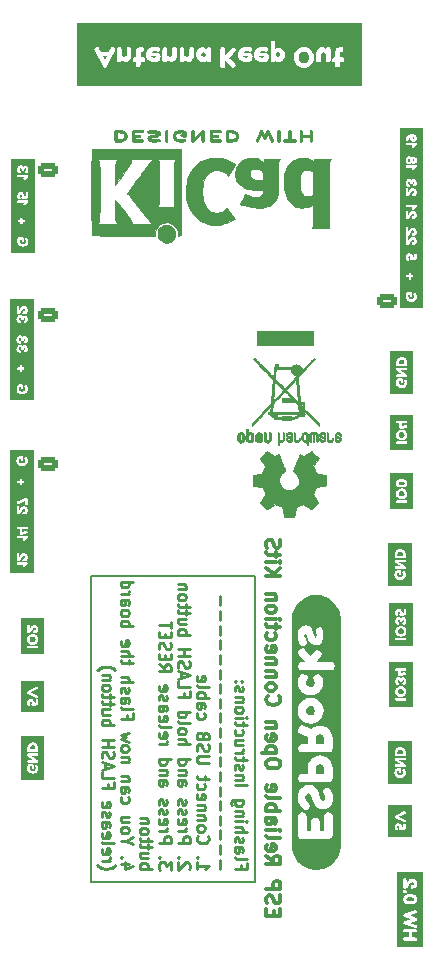
<source format=gbr>
%TF.GenerationSoftware,KiCad,Pcbnew,(6.0.1)*%
%TF.CreationDate,2022-10-31T16:46:04+01:00*%
%TF.ProjectId,ESPRocks,45535052-6f63-46b7-932e-6b696361645f,rev?*%
%TF.SameCoordinates,Original*%
%TF.FileFunction,Legend,Bot*%
%TF.FilePolarity,Positive*%
%FSLAX46Y46*%
G04 Gerber Fmt 4.6, Leading zero omitted, Abs format (unit mm)*
G04 Created by KiCad (PCBNEW (6.0.1)) date 2022-10-31 16:46:04*
%MOMM*%
%LPD*%
G01*
G04 APERTURE LIST*
G04 Aperture macros list*
%AMRoundRect*
0 Rectangle with rounded corners*
0 $1 Rounding radius*
0 $2 $3 $4 $5 $6 $7 $8 $9 X,Y pos of 4 corners*
0 Add a 4 corners polygon primitive as box body*
4,1,4,$2,$3,$4,$5,$6,$7,$8,$9,$2,$3,0*
0 Add four circle primitives for the rounded corners*
1,1,$1+$1,$2,$3*
1,1,$1+$1,$4,$5*
1,1,$1+$1,$6,$7*
1,1,$1+$1,$8,$9*
0 Add four rect primitives between the rounded corners*
20,1,$1+$1,$2,$3,$4,$5,0*
20,1,$1+$1,$4,$5,$6,$7,0*
20,1,$1+$1,$6,$7,$8,$9,0*
20,1,$1+$1,$8,$9,$2,$3,0*%
G04 Aperture macros list end*
%ADD10C,0.150000*%
%ADD11C,0.300000*%
%ADD12C,0.250000*%
%ADD13C,0.010000*%
%ADD14R,2.600000X2.600000*%
%ADD15C,2.600000*%
%ADD16C,3.500000*%
%ADD17R,1.700000X1.700000*%
%ADD18O,1.700000X1.700000*%
%ADD19RoundRect,0.250000X-0.625000X0.350000X-0.625000X-0.350000X0.625000X-0.350000X0.625000X0.350000X0*%
%ADD20O,1.750000X1.200000*%
%ADD21C,0.650000*%
%ADD22O,1.000000X2.100000*%
%ADD23O,1.000000X1.600000*%
%ADD24RoundRect,0.250000X0.625000X-0.350000X0.625000X0.350000X-0.625000X0.350000X-0.625000X-0.350000X0*%
G04 APERTURE END LIST*
D10*
X108576800Y-121970800D02*
X122419800Y-121970800D01*
X108576800Y-96062800D02*
X108576800Y-121970800D01*
X122419800Y-121970800D02*
X122419800Y-96062800D01*
X122419800Y-96062800D02*
X108576800Y-96062800D01*
D11*
X124029514Y-124775514D02*
X124029514Y-124375514D01*
X123400942Y-124204085D02*
X123400942Y-124775514D01*
X124600942Y-124775514D01*
X124600942Y-124204085D01*
X123458085Y-123746942D02*
X123400942Y-123575514D01*
X123400942Y-123289800D01*
X123458085Y-123175514D01*
X123515228Y-123118371D01*
X123629514Y-123061228D01*
X123743800Y-123061228D01*
X123858085Y-123118371D01*
X123915228Y-123175514D01*
X123972371Y-123289800D01*
X124029514Y-123518371D01*
X124086657Y-123632657D01*
X124143800Y-123689800D01*
X124258085Y-123746942D01*
X124372371Y-123746942D01*
X124486657Y-123689800D01*
X124543800Y-123632657D01*
X124600942Y-123518371D01*
X124600942Y-123232657D01*
X124543800Y-123061228D01*
X123400942Y-122546942D02*
X124600942Y-122546942D01*
X124600942Y-122089800D01*
X124543800Y-121975514D01*
X124486657Y-121918371D01*
X124372371Y-121861228D01*
X124200942Y-121861228D01*
X124086657Y-121918371D01*
X124029514Y-121975514D01*
X123972371Y-122089800D01*
X123972371Y-122546942D01*
X123400942Y-119746942D02*
X123972371Y-120146942D01*
X123400942Y-120432657D02*
X124600942Y-120432657D01*
X124600942Y-119975514D01*
X124543800Y-119861228D01*
X124486657Y-119804085D01*
X124372371Y-119746942D01*
X124200942Y-119746942D01*
X124086657Y-119804085D01*
X124029514Y-119861228D01*
X123972371Y-119975514D01*
X123972371Y-120432657D01*
X123458085Y-118775514D02*
X123400942Y-118889800D01*
X123400942Y-119118371D01*
X123458085Y-119232657D01*
X123572371Y-119289800D01*
X124029514Y-119289800D01*
X124143800Y-119232657D01*
X124200942Y-119118371D01*
X124200942Y-118889800D01*
X124143800Y-118775514D01*
X124029514Y-118718371D01*
X123915228Y-118718371D01*
X123800942Y-119289800D01*
X123400942Y-118032657D02*
X123458085Y-118146942D01*
X123572371Y-118204085D01*
X124600942Y-118204085D01*
X123400942Y-117575514D02*
X124200942Y-117575514D01*
X124600942Y-117575514D02*
X124543800Y-117632657D01*
X124486657Y-117575514D01*
X124543800Y-117518371D01*
X124600942Y-117575514D01*
X124486657Y-117575514D01*
X123400942Y-116489800D02*
X124029514Y-116489800D01*
X124143800Y-116546942D01*
X124200942Y-116661228D01*
X124200942Y-116889800D01*
X124143800Y-117004085D01*
X123458085Y-116489800D02*
X123400942Y-116604085D01*
X123400942Y-116889800D01*
X123458085Y-117004085D01*
X123572371Y-117061228D01*
X123686657Y-117061228D01*
X123800942Y-117004085D01*
X123858085Y-116889800D01*
X123858085Y-116604085D01*
X123915228Y-116489800D01*
X123400942Y-115918371D02*
X124600942Y-115918371D01*
X124143800Y-115918371D02*
X124200942Y-115804085D01*
X124200942Y-115575514D01*
X124143800Y-115461228D01*
X124086657Y-115404085D01*
X123972371Y-115346942D01*
X123629514Y-115346942D01*
X123515228Y-115404085D01*
X123458085Y-115461228D01*
X123400942Y-115575514D01*
X123400942Y-115804085D01*
X123458085Y-115918371D01*
X123400942Y-114661228D02*
X123458085Y-114775514D01*
X123572371Y-114832657D01*
X124600942Y-114832657D01*
X123458085Y-113746942D02*
X123400942Y-113861228D01*
X123400942Y-114089800D01*
X123458085Y-114204085D01*
X123572371Y-114261228D01*
X124029514Y-114261228D01*
X124143800Y-114204085D01*
X124200942Y-114089800D01*
X124200942Y-113861228D01*
X124143800Y-113746942D01*
X124029514Y-113689800D01*
X123915228Y-113689800D01*
X123800942Y-114261228D01*
X124600942Y-112032657D02*
X124600942Y-111804085D01*
X124543800Y-111689800D01*
X124429514Y-111575514D01*
X124200942Y-111518371D01*
X123800942Y-111518371D01*
X123572371Y-111575514D01*
X123458085Y-111689800D01*
X123400942Y-111804085D01*
X123400942Y-112032657D01*
X123458085Y-112146942D01*
X123572371Y-112261228D01*
X123800942Y-112318371D01*
X124200942Y-112318371D01*
X124429514Y-112261228D01*
X124543800Y-112146942D01*
X124600942Y-112032657D01*
X124200942Y-111004085D02*
X123000942Y-111004085D01*
X124143800Y-111004085D02*
X124200942Y-110889800D01*
X124200942Y-110661228D01*
X124143800Y-110546942D01*
X124086657Y-110489800D01*
X123972371Y-110432657D01*
X123629514Y-110432657D01*
X123515228Y-110489800D01*
X123458085Y-110546942D01*
X123400942Y-110661228D01*
X123400942Y-110889800D01*
X123458085Y-111004085D01*
X123458085Y-109461228D02*
X123400942Y-109575514D01*
X123400942Y-109804085D01*
X123458085Y-109918371D01*
X123572371Y-109975514D01*
X124029514Y-109975514D01*
X124143800Y-109918371D01*
X124200942Y-109804085D01*
X124200942Y-109575514D01*
X124143800Y-109461228D01*
X124029514Y-109404085D01*
X123915228Y-109404085D01*
X123800942Y-109975514D01*
X124200942Y-108889800D02*
X123400942Y-108889800D01*
X124086657Y-108889800D02*
X124143800Y-108832657D01*
X124200942Y-108718371D01*
X124200942Y-108546942D01*
X124143800Y-108432657D01*
X124029514Y-108375514D01*
X123400942Y-108375514D01*
X123515228Y-106204085D02*
X123458085Y-106261228D01*
X123400942Y-106432657D01*
X123400942Y-106546942D01*
X123458085Y-106718371D01*
X123572371Y-106832657D01*
X123686657Y-106889800D01*
X123915228Y-106946942D01*
X124086657Y-106946942D01*
X124315228Y-106889800D01*
X124429514Y-106832657D01*
X124543800Y-106718371D01*
X124600942Y-106546942D01*
X124600942Y-106432657D01*
X124543800Y-106261228D01*
X124486657Y-106204085D01*
X123400942Y-105518371D02*
X123458085Y-105632657D01*
X123515228Y-105689800D01*
X123629514Y-105746942D01*
X123972371Y-105746942D01*
X124086657Y-105689800D01*
X124143800Y-105632657D01*
X124200942Y-105518371D01*
X124200942Y-105346942D01*
X124143800Y-105232657D01*
X124086657Y-105175514D01*
X123972371Y-105118371D01*
X123629514Y-105118371D01*
X123515228Y-105175514D01*
X123458085Y-105232657D01*
X123400942Y-105346942D01*
X123400942Y-105518371D01*
X124200942Y-104604085D02*
X123400942Y-104604085D01*
X124086657Y-104604085D02*
X124143800Y-104546942D01*
X124200942Y-104432657D01*
X124200942Y-104261228D01*
X124143800Y-104146942D01*
X124029514Y-104089800D01*
X123400942Y-104089800D01*
X124200942Y-103518371D02*
X123400942Y-103518371D01*
X124086657Y-103518371D02*
X124143800Y-103461228D01*
X124200942Y-103346942D01*
X124200942Y-103175514D01*
X124143800Y-103061228D01*
X124029514Y-103004085D01*
X123400942Y-103004085D01*
X123458085Y-101975514D02*
X123400942Y-102089800D01*
X123400942Y-102318371D01*
X123458085Y-102432657D01*
X123572371Y-102489800D01*
X124029514Y-102489800D01*
X124143800Y-102432657D01*
X124200942Y-102318371D01*
X124200942Y-102089800D01*
X124143800Y-101975514D01*
X124029514Y-101918371D01*
X123915228Y-101918371D01*
X123800942Y-102489800D01*
X123458085Y-100889800D02*
X123400942Y-101004085D01*
X123400942Y-101232657D01*
X123458085Y-101346942D01*
X123515228Y-101404085D01*
X123629514Y-101461228D01*
X123972371Y-101461228D01*
X124086657Y-101404085D01*
X124143800Y-101346942D01*
X124200942Y-101232657D01*
X124200942Y-101004085D01*
X124143800Y-100889800D01*
X124200942Y-100546942D02*
X124200942Y-100089800D01*
X124600942Y-100375514D02*
X123572371Y-100375514D01*
X123458085Y-100318371D01*
X123400942Y-100204085D01*
X123400942Y-100089800D01*
X123400942Y-99689800D02*
X124200942Y-99689800D01*
X124600942Y-99689800D02*
X124543800Y-99746942D01*
X124486657Y-99689800D01*
X124543800Y-99632657D01*
X124600942Y-99689800D01*
X124486657Y-99689800D01*
X123400942Y-98946942D02*
X123458085Y-99061228D01*
X123515228Y-99118371D01*
X123629514Y-99175514D01*
X123972371Y-99175514D01*
X124086657Y-99118371D01*
X124143800Y-99061228D01*
X124200942Y-98946942D01*
X124200942Y-98775514D01*
X124143800Y-98661228D01*
X124086657Y-98604085D01*
X123972371Y-98546942D01*
X123629514Y-98546942D01*
X123515228Y-98604085D01*
X123458085Y-98661228D01*
X123400942Y-98775514D01*
X123400942Y-98946942D01*
X124200942Y-98032657D02*
X123400942Y-98032657D01*
X124086657Y-98032657D02*
X124143800Y-97975514D01*
X124200942Y-97861228D01*
X124200942Y-97689800D01*
X124143800Y-97575514D01*
X124029514Y-97518371D01*
X123400942Y-97518371D01*
X123400942Y-96032657D02*
X124600942Y-96032657D01*
X123400942Y-95346942D02*
X124086657Y-95861228D01*
X124600942Y-95346942D02*
X123915228Y-96032657D01*
X123400942Y-94832657D02*
X124200942Y-94832657D01*
X124600942Y-94832657D02*
X124543800Y-94889800D01*
X124486657Y-94832657D01*
X124543800Y-94775514D01*
X124600942Y-94832657D01*
X124486657Y-94832657D01*
X124200942Y-94432657D02*
X124200942Y-93975514D01*
X124600942Y-94261228D02*
X123572371Y-94261228D01*
X123458085Y-94204085D01*
X123400942Y-94089800D01*
X123400942Y-93975514D01*
X123458085Y-93632657D02*
X123400942Y-93461228D01*
X123400942Y-93175514D01*
X123458085Y-93061228D01*
X123515228Y-93004085D01*
X123629514Y-92946942D01*
X123743800Y-92946942D01*
X123858085Y-93004085D01*
X123915228Y-93061228D01*
X123972371Y-93175514D01*
X124029514Y-93404085D01*
X124086657Y-93518371D01*
X124143800Y-93575514D01*
X124258085Y-93632657D01*
X124372371Y-93632657D01*
X124486657Y-93575514D01*
X124543800Y-93518371D01*
X124600942Y-93404085D01*
X124600942Y-93118371D01*
X124543800Y-92946942D01*
D12*
X121268228Y-120474871D02*
X121268228Y-120808204D01*
X120744419Y-120808204D02*
X121744419Y-120808204D01*
X121744419Y-120332014D01*
X120744419Y-119808204D02*
X120792038Y-119903442D01*
X120887276Y-119951061D01*
X121744419Y-119951061D01*
X120744419Y-118998680D02*
X121268228Y-118998680D01*
X121363466Y-119046300D01*
X121411085Y-119141538D01*
X121411085Y-119332014D01*
X121363466Y-119427252D01*
X120792038Y-118998680D02*
X120744419Y-119093919D01*
X120744419Y-119332014D01*
X120792038Y-119427252D01*
X120887276Y-119474871D01*
X120982514Y-119474871D01*
X121077752Y-119427252D01*
X121125371Y-119332014D01*
X121125371Y-119093919D01*
X121172990Y-118998680D01*
X120792038Y-118570109D02*
X120744419Y-118474871D01*
X120744419Y-118284395D01*
X120792038Y-118189157D01*
X120887276Y-118141538D01*
X120934895Y-118141538D01*
X121030133Y-118189157D01*
X121077752Y-118284395D01*
X121077752Y-118427252D01*
X121125371Y-118522490D01*
X121220609Y-118570109D01*
X121268228Y-118570109D01*
X121363466Y-118522490D01*
X121411085Y-118427252D01*
X121411085Y-118284395D01*
X121363466Y-118189157D01*
X120744419Y-117712966D02*
X121744419Y-117712966D01*
X120744419Y-117284395D02*
X121268228Y-117284395D01*
X121363466Y-117332014D01*
X121411085Y-117427252D01*
X121411085Y-117570109D01*
X121363466Y-117665347D01*
X121315847Y-117712966D01*
X120744419Y-116808204D02*
X121411085Y-116808204D01*
X121744419Y-116808204D02*
X121696800Y-116855823D01*
X121649180Y-116808204D01*
X121696800Y-116760585D01*
X121744419Y-116808204D01*
X121649180Y-116808204D01*
X121411085Y-116332014D02*
X120744419Y-116332014D01*
X121315847Y-116332014D02*
X121363466Y-116284395D01*
X121411085Y-116189157D01*
X121411085Y-116046300D01*
X121363466Y-115951061D01*
X121268228Y-115903442D01*
X120744419Y-115903442D01*
X121411085Y-114998680D02*
X120601561Y-114998680D01*
X120506323Y-115046300D01*
X120458704Y-115093919D01*
X120411085Y-115189157D01*
X120411085Y-115332014D01*
X120458704Y-115427252D01*
X120792038Y-114998680D02*
X120744419Y-115093919D01*
X120744419Y-115284395D01*
X120792038Y-115379633D01*
X120839657Y-115427252D01*
X120934895Y-115474871D01*
X121220609Y-115474871D01*
X121315847Y-115427252D01*
X121363466Y-115379633D01*
X121411085Y-115284395D01*
X121411085Y-115093919D01*
X121363466Y-114998680D01*
X120744419Y-113760585D02*
X121744419Y-113760585D01*
X121411085Y-113284395D02*
X120744419Y-113284395D01*
X121315847Y-113284395D02*
X121363466Y-113236776D01*
X121411085Y-113141538D01*
X121411085Y-112998680D01*
X121363466Y-112903442D01*
X121268228Y-112855823D01*
X120744419Y-112855823D01*
X120792038Y-112427252D02*
X120744419Y-112332014D01*
X120744419Y-112141538D01*
X120792038Y-112046300D01*
X120887276Y-111998680D01*
X120934895Y-111998680D01*
X121030133Y-112046300D01*
X121077752Y-112141538D01*
X121077752Y-112284395D01*
X121125371Y-112379633D01*
X121220609Y-112427252D01*
X121268228Y-112427252D01*
X121363466Y-112379633D01*
X121411085Y-112284395D01*
X121411085Y-112141538D01*
X121363466Y-112046300D01*
X121411085Y-111712966D02*
X121411085Y-111332014D01*
X121744419Y-111570109D02*
X120887276Y-111570109D01*
X120792038Y-111522490D01*
X120744419Y-111427252D01*
X120744419Y-111332014D01*
X120744419Y-110998680D02*
X121411085Y-110998680D01*
X121220609Y-110998680D02*
X121315847Y-110951061D01*
X121363466Y-110903442D01*
X121411085Y-110808204D01*
X121411085Y-110712966D01*
X121411085Y-109951061D02*
X120744419Y-109951061D01*
X121411085Y-110379633D02*
X120887276Y-110379633D01*
X120792038Y-110332014D01*
X120744419Y-110236776D01*
X120744419Y-110093919D01*
X120792038Y-109998680D01*
X120839657Y-109951061D01*
X120792038Y-109046300D02*
X120744419Y-109141538D01*
X120744419Y-109332014D01*
X120792038Y-109427252D01*
X120839657Y-109474871D01*
X120934895Y-109522490D01*
X121220609Y-109522490D01*
X121315847Y-109474871D01*
X121363466Y-109427252D01*
X121411085Y-109332014D01*
X121411085Y-109141538D01*
X121363466Y-109046300D01*
X121411085Y-108760585D02*
X121411085Y-108379633D01*
X121744419Y-108617728D02*
X120887276Y-108617728D01*
X120792038Y-108570109D01*
X120744419Y-108474871D01*
X120744419Y-108379633D01*
X120744419Y-108046300D02*
X121411085Y-108046300D01*
X121744419Y-108046300D02*
X121696800Y-108093919D01*
X121649180Y-108046300D01*
X121696800Y-107998680D01*
X121744419Y-108046300D01*
X121649180Y-108046300D01*
X120744419Y-107427252D02*
X120792038Y-107522490D01*
X120839657Y-107570109D01*
X120934895Y-107617728D01*
X121220609Y-107617728D01*
X121315847Y-107570109D01*
X121363466Y-107522490D01*
X121411085Y-107427252D01*
X121411085Y-107284395D01*
X121363466Y-107189157D01*
X121315847Y-107141538D01*
X121220609Y-107093919D01*
X120934895Y-107093919D01*
X120839657Y-107141538D01*
X120792038Y-107189157D01*
X120744419Y-107284395D01*
X120744419Y-107427252D01*
X121411085Y-106665347D02*
X120744419Y-106665347D01*
X121315847Y-106665347D02*
X121363466Y-106617728D01*
X121411085Y-106522490D01*
X121411085Y-106379633D01*
X121363466Y-106284395D01*
X121268228Y-106236776D01*
X120744419Y-106236776D01*
X120792038Y-105808204D02*
X120744419Y-105712966D01*
X120744419Y-105522490D01*
X120792038Y-105427252D01*
X120887276Y-105379633D01*
X120934895Y-105379633D01*
X121030133Y-105427252D01*
X121077752Y-105522490D01*
X121077752Y-105665347D01*
X121125371Y-105760585D01*
X121220609Y-105808204D01*
X121268228Y-105808204D01*
X121363466Y-105760585D01*
X121411085Y-105665347D01*
X121411085Y-105522490D01*
X121363466Y-105427252D01*
X120839657Y-104951061D02*
X120792038Y-104903442D01*
X120744419Y-104951061D01*
X120792038Y-104998680D01*
X120839657Y-104951061D01*
X120744419Y-104951061D01*
X121363466Y-104951061D02*
X121315847Y-104903442D01*
X121268228Y-104951061D01*
X121315847Y-104998680D01*
X121363466Y-104951061D01*
X121268228Y-104951061D01*
X119515371Y-120808204D02*
X119515371Y-120046300D01*
X119515371Y-119570109D02*
X119515371Y-118808204D01*
X119515371Y-118332014D02*
X119515371Y-117570109D01*
X119515371Y-117093919D02*
X119515371Y-116332014D01*
X119515371Y-115855823D02*
X119515371Y-115093919D01*
X119515371Y-114617728D02*
X119515371Y-113855823D01*
X119515371Y-113379633D02*
X119515371Y-112617728D01*
X119515371Y-112141538D02*
X119515371Y-111379633D01*
X119515371Y-110903442D02*
X119515371Y-110141538D01*
X119515371Y-109665347D02*
X119515371Y-108903442D01*
X119515371Y-108427252D02*
X119515371Y-107665347D01*
X119515371Y-107189157D02*
X119515371Y-106427252D01*
X119515371Y-105951061D02*
X119515371Y-105189157D01*
X119515371Y-104712966D02*
X119515371Y-103951061D01*
X119515371Y-103474871D02*
X119515371Y-102712966D01*
X119515371Y-102236776D02*
X119515371Y-101474871D01*
X119515371Y-100998680D02*
X119515371Y-100236776D01*
X119515371Y-99760585D02*
X119515371Y-98998680D01*
X119515371Y-98522490D02*
X119515371Y-97760585D01*
X117524419Y-120284395D02*
X117524419Y-120855823D01*
X117524419Y-120570109D02*
X118524419Y-120570109D01*
X118381561Y-120665347D01*
X118286323Y-120760585D01*
X118238704Y-120855823D01*
X117619657Y-119855823D02*
X117572038Y-119808204D01*
X117524419Y-119855823D01*
X117572038Y-119903442D01*
X117619657Y-119855823D01*
X117524419Y-119855823D01*
X117619657Y-118046300D02*
X117572038Y-118093919D01*
X117524419Y-118236776D01*
X117524419Y-118332014D01*
X117572038Y-118474871D01*
X117667276Y-118570109D01*
X117762514Y-118617728D01*
X117952990Y-118665347D01*
X118095847Y-118665347D01*
X118286323Y-118617728D01*
X118381561Y-118570109D01*
X118476800Y-118474871D01*
X118524419Y-118332014D01*
X118524419Y-118236776D01*
X118476800Y-118093919D01*
X118429180Y-118046300D01*
X117524419Y-117474871D02*
X117572038Y-117570109D01*
X117619657Y-117617728D01*
X117714895Y-117665347D01*
X118000609Y-117665347D01*
X118095847Y-117617728D01*
X118143466Y-117570109D01*
X118191085Y-117474871D01*
X118191085Y-117332014D01*
X118143466Y-117236776D01*
X118095847Y-117189157D01*
X118000609Y-117141538D01*
X117714895Y-117141538D01*
X117619657Y-117189157D01*
X117572038Y-117236776D01*
X117524419Y-117332014D01*
X117524419Y-117474871D01*
X118191085Y-116712966D02*
X117524419Y-116712966D01*
X118095847Y-116712966D02*
X118143466Y-116665347D01*
X118191085Y-116570109D01*
X118191085Y-116427252D01*
X118143466Y-116332014D01*
X118048228Y-116284395D01*
X117524419Y-116284395D01*
X118191085Y-115808204D02*
X117524419Y-115808204D01*
X118095847Y-115808204D02*
X118143466Y-115760585D01*
X118191085Y-115665347D01*
X118191085Y-115522490D01*
X118143466Y-115427252D01*
X118048228Y-115379633D01*
X117524419Y-115379633D01*
X117572038Y-114522490D02*
X117524419Y-114617728D01*
X117524419Y-114808204D01*
X117572038Y-114903442D01*
X117667276Y-114951061D01*
X118048228Y-114951061D01*
X118143466Y-114903442D01*
X118191085Y-114808204D01*
X118191085Y-114617728D01*
X118143466Y-114522490D01*
X118048228Y-114474871D01*
X117952990Y-114474871D01*
X117857752Y-114951061D01*
X117572038Y-113617728D02*
X117524419Y-113712966D01*
X117524419Y-113903442D01*
X117572038Y-113998680D01*
X117619657Y-114046300D01*
X117714895Y-114093919D01*
X118000609Y-114093919D01*
X118095847Y-114046300D01*
X118143466Y-113998680D01*
X118191085Y-113903442D01*
X118191085Y-113712966D01*
X118143466Y-113617728D01*
X118191085Y-113332014D02*
X118191085Y-112951061D01*
X118524419Y-113189157D02*
X117667276Y-113189157D01*
X117572038Y-113141538D01*
X117524419Y-113046300D01*
X117524419Y-112951061D01*
X118524419Y-111855823D02*
X117714895Y-111855823D01*
X117619657Y-111808204D01*
X117572038Y-111760585D01*
X117524419Y-111665347D01*
X117524419Y-111474871D01*
X117572038Y-111379633D01*
X117619657Y-111332014D01*
X117714895Y-111284395D01*
X118524419Y-111284395D01*
X117572038Y-110855823D02*
X117524419Y-110712966D01*
X117524419Y-110474871D01*
X117572038Y-110379633D01*
X117619657Y-110332014D01*
X117714895Y-110284395D01*
X117810133Y-110284395D01*
X117905371Y-110332014D01*
X117952990Y-110379633D01*
X118000609Y-110474871D01*
X118048228Y-110665347D01*
X118095847Y-110760585D01*
X118143466Y-110808204D01*
X118238704Y-110855823D01*
X118333942Y-110855823D01*
X118429180Y-110808204D01*
X118476800Y-110760585D01*
X118524419Y-110665347D01*
X118524419Y-110427252D01*
X118476800Y-110284395D01*
X118048228Y-109522490D02*
X118000609Y-109379633D01*
X117952990Y-109332014D01*
X117857752Y-109284395D01*
X117714895Y-109284395D01*
X117619657Y-109332014D01*
X117572038Y-109379633D01*
X117524419Y-109474871D01*
X117524419Y-109855823D01*
X118524419Y-109855823D01*
X118524419Y-109522490D01*
X118476800Y-109427252D01*
X118429180Y-109379633D01*
X118333942Y-109332014D01*
X118238704Y-109332014D01*
X118143466Y-109379633D01*
X118095847Y-109427252D01*
X118048228Y-109522490D01*
X118048228Y-109855823D01*
X117572038Y-107665347D02*
X117524419Y-107760585D01*
X117524419Y-107951061D01*
X117572038Y-108046300D01*
X117619657Y-108093919D01*
X117714895Y-108141538D01*
X118000609Y-108141538D01*
X118095847Y-108093919D01*
X118143466Y-108046300D01*
X118191085Y-107951061D01*
X118191085Y-107760585D01*
X118143466Y-107665347D01*
X117524419Y-106808204D02*
X118048228Y-106808204D01*
X118143466Y-106855823D01*
X118191085Y-106951061D01*
X118191085Y-107141538D01*
X118143466Y-107236776D01*
X117572038Y-106808204D02*
X117524419Y-106903442D01*
X117524419Y-107141538D01*
X117572038Y-107236776D01*
X117667276Y-107284395D01*
X117762514Y-107284395D01*
X117857752Y-107236776D01*
X117905371Y-107141538D01*
X117905371Y-106903442D01*
X117952990Y-106808204D01*
X117524419Y-106332014D02*
X118524419Y-106332014D01*
X118143466Y-106332014D02*
X118191085Y-106236776D01*
X118191085Y-106046300D01*
X118143466Y-105951061D01*
X118095847Y-105903442D01*
X118000609Y-105855823D01*
X117714895Y-105855823D01*
X117619657Y-105903442D01*
X117572038Y-105951061D01*
X117524419Y-106046300D01*
X117524419Y-106236776D01*
X117572038Y-106332014D01*
X117524419Y-105284395D02*
X117572038Y-105379633D01*
X117667276Y-105427252D01*
X118524419Y-105427252D01*
X117572038Y-104522490D02*
X117524419Y-104617728D01*
X117524419Y-104808204D01*
X117572038Y-104903442D01*
X117667276Y-104951061D01*
X118048228Y-104951061D01*
X118143466Y-104903442D01*
X118191085Y-104808204D01*
X118191085Y-104617728D01*
X118143466Y-104522490D01*
X118048228Y-104474871D01*
X117952990Y-104474871D01*
X117857752Y-104951061D01*
X116819180Y-120855823D02*
X116866800Y-120808204D01*
X116914419Y-120712966D01*
X116914419Y-120474871D01*
X116866800Y-120379633D01*
X116819180Y-120332014D01*
X116723942Y-120284395D01*
X116628704Y-120284395D01*
X116485847Y-120332014D01*
X115914419Y-120903442D01*
X115914419Y-120284395D01*
X116009657Y-119855823D02*
X115962038Y-119808204D01*
X115914419Y-119855823D01*
X115962038Y-119903442D01*
X116009657Y-119855823D01*
X115914419Y-119855823D01*
X115914419Y-118617728D02*
X116914419Y-118617728D01*
X116914419Y-118236776D01*
X116866800Y-118141538D01*
X116819180Y-118093919D01*
X116723942Y-118046300D01*
X116581085Y-118046300D01*
X116485847Y-118093919D01*
X116438228Y-118141538D01*
X116390609Y-118236776D01*
X116390609Y-118617728D01*
X115914419Y-117617728D02*
X116581085Y-117617728D01*
X116390609Y-117617728D02*
X116485847Y-117570109D01*
X116533466Y-117522490D01*
X116581085Y-117427252D01*
X116581085Y-117332014D01*
X115962038Y-116617728D02*
X115914419Y-116712966D01*
X115914419Y-116903442D01*
X115962038Y-116998680D01*
X116057276Y-117046300D01*
X116438228Y-117046300D01*
X116533466Y-116998680D01*
X116581085Y-116903442D01*
X116581085Y-116712966D01*
X116533466Y-116617728D01*
X116438228Y-116570109D01*
X116342990Y-116570109D01*
X116247752Y-117046300D01*
X115962038Y-116189157D02*
X115914419Y-116093919D01*
X115914419Y-115903442D01*
X115962038Y-115808204D01*
X116057276Y-115760585D01*
X116104895Y-115760585D01*
X116200133Y-115808204D01*
X116247752Y-115903442D01*
X116247752Y-116046300D01*
X116295371Y-116141538D01*
X116390609Y-116189157D01*
X116438228Y-116189157D01*
X116533466Y-116141538D01*
X116581085Y-116046300D01*
X116581085Y-115903442D01*
X116533466Y-115808204D01*
X115962038Y-115379633D02*
X115914419Y-115284395D01*
X115914419Y-115093919D01*
X115962038Y-114998680D01*
X116057276Y-114951061D01*
X116104895Y-114951061D01*
X116200133Y-114998680D01*
X116247752Y-115093919D01*
X116247752Y-115236776D01*
X116295371Y-115332014D01*
X116390609Y-115379633D01*
X116438228Y-115379633D01*
X116533466Y-115332014D01*
X116581085Y-115236776D01*
X116581085Y-115093919D01*
X116533466Y-114998680D01*
X115914419Y-113332014D02*
X116438228Y-113332014D01*
X116533466Y-113379633D01*
X116581085Y-113474871D01*
X116581085Y-113665347D01*
X116533466Y-113760585D01*
X115962038Y-113332014D02*
X115914419Y-113427252D01*
X115914419Y-113665347D01*
X115962038Y-113760585D01*
X116057276Y-113808204D01*
X116152514Y-113808204D01*
X116247752Y-113760585D01*
X116295371Y-113665347D01*
X116295371Y-113427252D01*
X116342990Y-113332014D01*
X116581085Y-112855823D02*
X115914419Y-112855823D01*
X116485847Y-112855823D02*
X116533466Y-112808204D01*
X116581085Y-112712966D01*
X116581085Y-112570109D01*
X116533466Y-112474871D01*
X116438228Y-112427252D01*
X115914419Y-112427252D01*
X115914419Y-111522490D02*
X116914419Y-111522490D01*
X115962038Y-111522490D02*
X115914419Y-111617728D01*
X115914419Y-111808204D01*
X115962038Y-111903442D01*
X116009657Y-111951061D01*
X116104895Y-111998680D01*
X116390609Y-111998680D01*
X116485847Y-111951061D01*
X116533466Y-111903442D01*
X116581085Y-111808204D01*
X116581085Y-111617728D01*
X116533466Y-111522490D01*
X115914419Y-110284395D02*
X116914419Y-110284395D01*
X115914419Y-109855823D02*
X116438228Y-109855823D01*
X116533466Y-109903442D01*
X116581085Y-109998680D01*
X116581085Y-110141538D01*
X116533466Y-110236776D01*
X116485847Y-110284395D01*
X115914419Y-109236776D02*
X115962038Y-109332014D01*
X116009657Y-109379633D01*
X116104895Y-109427252D01*
X116390609Y-109427252D01*
X116485847Y-109379633D01*
X116533466Y-109332014D01*
X116581085Y-109236776D01*
X116581085Y-109093919D01*
X116533466Y-108998680D01*
X116485847Y-108951061D01*
X116390609Y-108903442D01*
X116104895Y-108903442D01*
X116009657Y-108951061D01*
X115962038Y-108998680D01*
X115914419Y-109093919D01*
X115914419Y-109236776D01*
X115914419Y-108332014D02*
X115962038Y-108427252D01*
X116057276Y-108474871D01*
X116914419Y-108474871D01*
X115914419Y-107522490D02*
X116914419Y-107522490D01*
X115962038Y-107522490D02*
X115914419Y-107617728D01*
X115914419Y-107808204D01*
X115962038Y-107903442D01*
X116009657Y-107951061D01*
X116104895Y-107998680D01*
X116390609Y-107998680D01*
X116485847Y-107951061D01*
X116533466Y-107903442D01*
X116581085Y-107808204D01*
X116581085Y-107617728D01*
X116533466Y-107522490D01*
X116438228Y-105951061D02*
X116438228Y-106284395D01*
X115914419Y-106284395D02*
X116914419Y-106284395D01*
X116914419Y-105808204D01*
X115914419Y-104951061D02*
X115914419Y-105427252D01*
X116914419Y-105427252D01*
X116200133Y-104665347D02*
X116200133Y-104189157D01*
X115914419Y-104760585D02*
X116914419Y-104427252D01*
X115914419Y-104093919D01*
X115962038Y-103808204D02*
X115914419Y-103665347D01*
X115914419Y-103427252D01*
X115962038Y-103332014D01*
X116009657Y-103284395D01*
X116104895Y-103236776D01*
X116200133Y-103236776D01*
X116295371Y-103284395D01*
X116342990Y-103332014D01*
X116390609Y-103427252D01*
X116438228Y-103617728D01*
X116485847Y-103712966D01*
X116533466Y-103760585D01*
X116628704Y-103808204D01*
X116723942Y-103808204D01*
X116819180Y-103760585D01*
X116866800Y-103712966D01*
X116914419Y-103617728D01*
X116914419Y-103379633D01*
X116866800Y-103236776D01*
X115914419Y-102808204D02*
X116914419Y-102808204D01*
X116438228Y-102808204D02*
X116438228Y-102236776D01*
X115914419Y-102236776D02*
X116914419Y-102236776D01*
X115914419Y-100998680D02*
X116914419Y-100998680D01*
X116533466Y-100998680D02*
X116581085Y-100903442D01*
X116581085Y-100712966D01*
X116533466Y-100617728D01*
X116485847Y-100570109D01*
X116390609Y-100522490D01*
X116104895Y-100522490D01*
X116009657Y-100570109D01*
X115962038Y-100617728D01*
X115914419Y-100712966D01*
X115914419Y-100903442D01*
X115962038Y-100998680D01*
X116581085Y-99665347D02*
X115914419Y-99665347D01*
X116581085Y-100093919D02*
X116057276Y-100093919D01*
X115962038Y-100046300D01*
X115914419Y-99951061D01*
X115914419Y-99808204D01*
X115962038Y-99712966D01*
X116009657Y-99665347D01*
X116581085Y-99332014D02*
X116581085Y-98951061D01*
X116914419Y-99189157D02*
X116057276Y-99189157D01*
X115962038Y-99141538D01*
X115914419Y-99046300D01*
X115914419Y-98951061D01*
X116581085Y-98760585D02*
X116581085Y-98379633D01*
X116914419Y-98617728D02*
X116057276Y-98617728D01*
X115962038Y-98570109D01*
X115914419Y-98474871D01*
X115914419Y-98379633D01*
X115914419Y-97903442D02*
X115962038Y-97998680D01*
X116009657Y-98046300D01*
X116104895Y-98093919D01*
X116390609Y-98093919D01*
X116485847Y-98046300D01*
X116533466Y-97998680D01*
X116581085Y-97903442D01*
X116581085Y-97760585D01*
X116533466Y-97665347D01*
X116485847Y-97617728D01*
X116390609Y-97570109D01*
X116104895Y-97570109D01*
X116009657Y-97617728D01*
X115962038Y-97665347D01*
X115914419Y-97760585D01*
X115914419Y-97903442D01*
X116581085Y-97141538D02*
X115914419Y-97141538D01*
X116485847Y-97141538D02*
X116533466Y-97093919D01*
X116581085Y-96998680D01*
X116581085Y-96855823D01*
X116533466Y-96760585D01*
X116438228Y-96712966D01*
X115914419Y-96712966D01*
X115304419Y-120903442D02*
X115304419Y-120284395D01*
X114923466Y-120617728D01*
X114923466Y-120474871D01*
X114875847Y-120379633D01*
X114828228Y-120332014D01*
X114732990Y-120284395D01*
X114494895Y-120284395D01*
X114399657Y-120332014D01*
X114352038Y-120379633D01*
X114304419Y-120474871D01*
X114304419Y-120760585D01*
X114352038Y-120855823D01*
X114399657Y-120903442D01*
X114399657Y-119855823D02*
X114352038Y-119808204D01*
X114304419Y-119855823D01*
X114352038Y-119903442D01*
X114399657Y-119855823D01*
X114304419Y-119855823D01*
X114304419Y-118617728D02*
X115304419Y-118617728D01*
X115304419Y-118236776D01*
X115256800Y-118141538D01*
X115209180Y-118093919D01*
X115113942Y-118046300D01*
X114971085Y-118046300D01*
X114875847Y-118093919D01*
X114828228Y-118141538D01*
X114780609Y-118236776D01*
X114780609Y-118617728D01*
X114304419Y-117617728D02*
X114971085Y-117617728D01*
X114780609Y-117617728D02*
X114875847Y-117570109D01*
X114923466Y-117522490D01*
X114971085Y-117427252D01*
X114971085Y-117332014D01*
X114352038Y-116617728D02*
X114304419Y-116712966D01*
X114304419Y-116903442D01*
X114352038Y-116998680D01*
X114447276Y-117046300D01*
X114828228Y-117046300D01*
X114923466Y-116998680D01*
X114971085Y-116903442D01*
X114971085Y-116712966D01*
X114923466Y-116617728D01*
X114828228Y-116570109D01*
X114732990Y-116570109D01*
X114637752Y-117046300D01*
X114352038Y-116189157D02*
X114304419Y-116093919D01*
X114304419Y-115903442D01*
X114352038Y-115808204D01*
X114447276Y-115760585D01*
X114494895Y-115760585D01*
X114590133Y-115808204D01*
X114637752Y-115903442D01*
X114637752Y-116046300D01*
X114685371Y-116141538D01*
X114780609Y-116189157D01*
X114828228Y-116189157D01*
X114923466Y-116141538D01*
X114971085Y-116046300D01*
X114971085Y-115903442D01*
X114923466Y-115808204D01*
X114352038Y-115379633D02*
X114304419Y-115284395D01*
X114304419Y-115093919D01*
X114352038Y-114998680D01*
X114447276Y-114951061D01*
X114494895Y-114951061D01*
X114590133Y-114998680D01*
X114637752Y-115093919D01*
X114637752Y-115236776D01*
X114685371Y-115332014D01*
X114780609Y-115379633D01*
X114828228Y-115379633D01*
X114923466Y-115332014D01*
X114971085Y-115236776D01*
X114971085Y-115093919D01*
X114923466Y-114998680D01*
X114304419Y-113332014D02*
X114828228Y-113332014D01*
X114923466Y-113379633D01*
X114971085Y-113474871D01*
X114971085Y-113665347D01*
X114923466Y-113760585D01*
X114352038Y-113332014D02*
X114304419Y-113427252D01*
X114304419Y-113665347D01*
X114352038Y-113760585D01*
X114447276Y-113808204D01*
X114542514Y-113808204D01*
X114637752Y-113760585D01*
X114685371Y-113665347D01*
X114685371Y-113427252D01*
X114732990Y-113332014D01*
X114971085Y-112855823D02*
X114304419Y-112855823D01*
X114875847Y-112855823D02*
X114923466Y-112808204D01*
X114971085Y-112712966D01*
X114971085Y-112570109D01*
X114923466Y-112474871D01*
X114828228Y-112427252D01*
X114304419Y-112427252D01*
X114304419Y-111522490D02*
X115304419Y-111522490D01*
X114352038Y-111522490D02*
X114304419Y-111617728D01*
X114304419Y-111808204D01*
X114352038Y-111903442D01*
X114399657Y-111951061D01*
X114494895Y-111998680D01*
X114780609Y-111998680D01*
X114875847Y-111951061D01*
X114923466Y-111903442D01*
X114971085Y-111808204D01*
X114971085Y-111617728D01*
X114923466Y-111522490D01*
X114304419Y-110284395D02*
X114971085Y-110284395D01*
X114780609Y-110284395D02*
X114875847Y-110236776D01*
X114923466Y-110189157D01*
X114971085Y-110093919D01*
X114971085Y-109998680D01*
X114352038Y-109284395D02*
X114304419Y-109379633D01*
X114304419Y-109570109D01*
X114352038Y-109665347D01*
X114447276Y-109712966D01*
X114828228Y-109712966D01*
X114923466Y-109665347D01*
X114971085Y-109570109D01*
X114971085Y-109379633D01*
X114923466Y-109284395D01*
X114828228Y-109236776D01*
X114732990Y-109236776D01*
X114637752Y-109712966D01*
X114304419Y-108665347D02*
X114352038Y-108760585D01*
X114447276Y-108808204D01*
X115304419Y-108808204D01*
X114352038Y-107903442D02*
X114304419Y-107998680D01*
X114304419Y-108189157D01*
X114352038Y-108284395D01*
X114447276Y-108332014D01*
X114828228Y-108332014D01*
X114923466Y-108284395D01*
X114971085Y-108189157D01*
X114971085Y-107998680D01*
X114923466Y-107903442D01*
X114828228Y-107855823D01*
X114732990Y-107855823D01*
X114637752Y-108332014D01*
X114304419Y-106998680D02*
X114828228Y-106998680D01*
X114923466Y-107046300D01*
X114971085Y-107141538D01*
X114971085Y-107332014D01*
X114923466Y-107427252D01*
X114352038Y-106998680D02*
X114304419Y-107093919D01*
X114304419Y-107332014D01*
X114352038Y-107427252D01*
X114447276Y-107474871D01*
X114542514Y-107474871D01*
X114637752Y-107427252D01*
X114685371Y-107332014D01*
X114685371Y-107093919D01*
X114732990Y-106998680D01*
X114352038Y-106570109D02*
X114304419Y-106474871D01*
X114304419Y-106284395D01*
X114352038Y-106189157D01*
X114447276Y-106141538D01*
X114494895Y-106141538D01*
X114590133Y-106189157D01*
X114637752Y-106284395D01*
X114637752Y-106427252D01*
X114685371Y-106522490D01*
X114780609Y-106570109D01*
X114828228Y-106570109D01*
X114923466Y-106522490D01*
X114971085Y-106427252D01*
X114971085Y-106284395D01*
X114923466Y-106189157D01*
X114352038Y-105332014D02*
X114304419Y-105427252D01*
X114304419Y-105617728D01*
X114352038Y-105712966D01*
X114447276Y-105760585D01*
X114828228Y-105760585D01*
X114923466Y-105712966D01*
X114971085Y-105617728D01*
X114971085Y-105427252D01*
X114923466Y-105332014D01*
X114828228Y-105284395D01*
X114732990Y-105284395D01*
X114637752Y-105760585D01*
X114304419Y-103522490D02*
X114780609Y-103855823D01*
X114304419Y-104093919D02*
X115304419Y-104093919D01*
X115304419Y-103712966D01*
X115256800Y-103617728D01*
X115209180Y-103570109D01*
X115113942Y-103522490D01*
X114971085Y-103522490D01*
X114875847Y-103570109D01*
X114828228Y-103617728D01*
X114780609Y-103712966D01*
X114780609Y-104093919D01*
X114828228Y-103093919D02*
X114828228Y-102760585D01*
X114304419Y-102617728D02*
X114304419Y-103093919D01*
X115304419Y-103093919D01*
X115304419Y-102617728D01*
X114352038Y-102236776D02*
X114304419Y-102093919D01*
X114304419Y-101855823D01*
X114352038Y-101760585D01*
X114399657Y-101712966D01*
X114494895Y-101665347D01*
X114590133Y-101665347D01*
X114685371Y-101712966D01*
X114732990Y-101760585D01*
X114780609Y-101855823D01*
X114828228Y-102046300D01*
X114875847Y-102141538D01*
X114923466Y-102189157D01*
X115018704Y-102236776D01*
X115113942Y-102236776D01*
X115209180Y-102189157D01*
X115256800Y-102141538D01*
X115304419Y-102046300D01*
X115304419Y-101808204D01*
X115256800Y-101665347D01*
X114828228Y-101236776D02*
X114828228Y-100903442D01*
X114304419Y-100760585D02*
X114304419Y-101236776D01*
X115304419Y-101236776D01*
X115304419Y-100760585D01*
X115304419Y-100474871D02*
X115304419Y-99903442D01*
X114304419Y-100189157D02*
X115304419Y-100189157D01*
X112694419Y-120808204D02*
X113694419Y-120808204D01*
X113313466Y-120808204D02*
X113361085Y-120712966D01*
X113361085Y-120522490D01*
X113313466Y-120427252D01*
X113265847Y-120379633D01*
X113170609Y-120332014D01*
X112884895Y-120332014D01*
X112789657Y-120379633D01*
X112742038Y-120427252D01*
X112694419Y-120522490D01*
X112694419Y-120712966D01*
X112742038Y-120808204D01*
X113361085Y-119474871D02*
X112694419Y-119474871D01*
X113361085Y-119903442D02*
X112837276Y-119903442D01*
X112742038Y-119855823D01*
X112694419Y-119760585D01*
X112694419Y-119617728D01*
X112742038Y-119522490D01*
X112789657Y-119474871D01*
X113361085Y-119141538D02*
X113361085Y-118760585D01*
X113694419Y-118998680D02*
X112837276Y-118998680D01*
X112742038Y-118951061D01*
X112694419Y-118855823D01*
X112694419Y-118760585D01*
X113361085Y-118570109D02*
X113361085Y-118189157D01*
X113694419Y-118427252D02*
X112837276Y-118427252D01*
X112742038Y-118379633D01*
X112694419Y-118284395D01*
X112694419Y-118189157D01*
X112694419Y-117712966D02*
X112742038Y-117808204D01*
X112789657Y-117855823D01*
X112884895Y-117903442D01*
X113170609Y-117903442D01*
X113265847Y-117855823D01*
X113313466Y-117808204D01*
X113361085Y-117712966D01*
X113361085Y-117570109D01*
X113313466Y-117474871D01*
X113265847Y-117427252D01*
X113170609Y-117379633D01*
X112884895Y-117379633D01*
X112789657Y-117427252D01*
X112742038Y-117474871D01*
X112694419Y-117570109D01*
X112694419Y-117712966D01*
X113361085Y-116951061D02*
X112694419Y-116951061D01*
X113265847Y-116951061D02*
X113313466Y-116903442D01*
X113361085Y-116808204D01*
X113361085Y-116665347D01*
X113313466Y-116570109D01*
X113218228Y-116522490D01*
X112694419Y-116522490D01*
X111751085Y-120379633D02*
X111084419Y-120379633D01*
X112132038Y-120617728D02*
X111417752Y-120855823D01*
X111417752Y-120236776D01*
X111179657Y-119855823D02*
X111132038Y-119808204D01*
X111084419Y-119855823D01*
X111132038Y-119903442D01*
X111179657Y-119855823D01*
X111084419Y-119855823D01*
X111560609Y-118427252D02*
X111084419Y-118427252D01*
X112084419Y-118760585D02*
X111560609Y-118427252D01*
X112084419Y-118093919D01*
X111084419Y-117617728D02*
X111132038Y-117712966D01*
X111179657Y-117760585D01*
X111274895Y-117808204D01*
X111560609Y-117808204D01*
X111655847Y-117760585D01*
X111703466Y-117712966D01*
X111751085Y-117617728D01*
X111751085Y-117474871D01*
X111703466Y-117379633D01*
X111655847Y-117332014D01*
X111560609Y-117284395D01*
X111274895Y-117284395D01*
X111179657Y-117332014D01*
X111132038Y-117379633D01*
X111084419Y-117474871D01*
X111084419Y-117617728D01*
X111751085Y-116427252D02*
X111084419Y-116427252D01*
X111751085Y-116855823D02*
X111227276Y-116855823D01*
X111132038Y-116808204D01*
X111084419Y-116712966D01*
X111084419Y-116570109D01*
X111132038Y-116474871D01*
X111179657Y-116427252D01*
X111132038Y-114760585D02*
X111084419Y-114855823D01*
X111084419Y-115046300D01*
X111132038Y-115141538D01*
X111179657Y-115189157D01*
X111274895Y-115236776D01*
X111560609Y-115236776D01*
X111655847Y-115189157D01*
X111703466Y-115141538D01*
X111751085Y-115046300D01*
X111751085Y-114855823D01*
X111703466Y-114760585D01*
X111084419Y-113903442D02*
X111608228Y-113903442D01*
X111703466Y-113951061D01*
X111751085Y-114046300D01*
X111751085Y-114236776D01*
X111703466Y-114332014D01*
X111132038Y-113903442D02*
X111084419Y-113998680D01*
X111084419Y-114236776D01*
X111132038Y-114332014D01*
X111227276Y-114379633D01*
X111322514Y-114379633D01*
X111417752Y-114332014D01*
X111465371Y-114236776D01*
X111465371Y-113998680D01*
X111512990Y-113903442D01*
X111751085Y-113427252D02*
X111084419Y-113427252D01*
X111655847Y-113427252D02*
X111703466Y-113379633D01*
X111751085Y-113284395D01*
X111751085Y-113141538D01*
X111703466Y-113046300D01*
X111608228Y-112998680D01*
X111084419Y-112998680D01*
X111751085Y-111760585D02*
X111084419Y-111760585D01*
X111655847Y-111760585D02*
X111703466Y-111712966D01*
X111751085Y-111617728D01*
X111751085Y-111474871D01*
X111703466Y-111379633D01*
X111608228Y-111332014D01*
X111084419Y-111332014D01*
X111084419Y-110712966D02*
X111132038Y-110808204D01*
X111179657Y-110855823D01*
X111274895Y-110903442D01*
X111560609Y-110903442D01*
X111655847Y-110855823D01*
X111703466Y-110808204D01*
X111751085Y-110712966D01*
X111751085Y-110570109D01*
X111703466Y-110474871D01*
X111655847Y-110427252D01*
X111560609Y-110379633D01*
X111274895Y-110379633D01*
X111179657Y-110427252D01*
X111132038Y-110474871D01*
X111084419Y-110570109D01*
X111084419Y-110712966D01*
X111751085Y-110046300D02*
X111084419Y-109855823D01*
X111560609Y-109665347D01*
X111084419Y-109474871D01*
X111751085Y-109284395D01*
X111608228Y-107808204D02*
X111608228Y-108141538D01*
X111084419Y-108141538D02*
X112084419Y-108141538D01*
X112084419Y-107665347D01*
X111084419Y-107141538D02*
X111132038Y-107236776D01*
X111227276Y-107284395D01*
X112084419Y-107284395D01*
X111084419Y-106332014D02*
X111608228Y-106332014D01*
X111703466Y-106379633D01*
X111751085Y-106474871D01*
X111751085Y-106665347D01*
X111703466Y-106760585D01*
X111132038Y-106332014D02*
X111084419Y-106427252D01*
X111084419Y-106665347D01*
X111132038Y-106760585D01*
X111227276Y-106808204D01*
X111322514Y-106808204D01*
X111417752Y-106760585D01*
X111465371Y-106665347D01*
X111465371Y-106427252D01*
X111512990Y-106332014D01*
X111132038Y-105903442D02*
X111084419Y-105808204D01*
X111084419Y-105617728D01*
X111132038Y-105522490D01*
X111227276Y-105474871D01*
X111274895Y-105474871D01*
X111370133Y-105522490D01*
X111417752Y-105617728D01*
X111417752Y-105760585D01*
X111465371Y-105855823D01*
X111560609Y-105903442D01*
X111608228Y-105903442D01*
X111703466Y-105855823D01*
X111751085Y-105760585D01*
X111751085Y-105617728D01*
X111703466Y-105522490D01*
X111084419Y-105046300D02*
X112084419Y-105046300D01*
X111084419Y-104617728D02*
X111608228Y-104617728D01*
X111703466Y-104665347D01*
X111751085Y-104760585D01*
X111751085Y-104903442D01*
X111703466Y-104998680D01*
X111655847Y-105046300D01*
X111751085Y-103522490D02*
X111751085Y-103141538D01*
X112084419Y-103379633D02*
X111227276Y-103379633D01*
X111132038Y-103332014D01*
X111084419Y-103236776D01*
X111084419Y-103141538D01*
X111084419Y-102808204D02*
X112084419Y-102808204D01*
X111084419Y-102379633D02*
X111608228Y-102379633D01*
X111703466Y-102427252D01*
X111751085Y-102522490D01*
X111751085Y-102665347D01*
X111703466Y-102760585D01*
X111655847Y-102808204D01*
X111132038Y-101522490D02*
X111084419Y-101617728D01*
X111084419Y-101808204D01*
X111132038Y-101903442D01*
X111227276Y-101951061D01*
X111608228Y-101951061D01*
X111703466Y-101903442D01*
X111751085Y-101808204D01*
X111751085Y-101617728D01*
X111703466Y-101522490D01*
X111608228Y-101474871D01*
X111512990Y-101474871D01*
X111417752Y-101951061D01*
X111084419Y-100284395D02*
X112084419Y-100284395D01*
X111703466Y-100284395D02*
X111751085Y-100189157D01*
X111751085Y-99998680D01*
X111703466Y-99903442D01*
X111655847Y-99855823D01*
X111560609Y-99808204D01*
X111274895Y-99808204D01*
X111179657Y-99855823D01*
X111132038Y-99903442D01*
X111084419Y-99998680D01*
X111084419Y-100189157D01*
X111132038Y-100284395D01*
X111084419Y-99236776D02*
X111132038Y-99332014D01*
X111179657Y-99379633D01*
X111274895Y-99427252D01*
X111560609Y-99427252D01*
X111655847Y-99379633D01*
X111703466Y-99332014D01*
X111751085Y-99236776D01*
X111751085Y-99093919D01*
X111703466Y-98998680D01*
X111655847Y-98951061D01*
X111560609Y-98903442D01*
X111274895Y-98903442D01*
X111179657Y-98951061D01*
X111132038Y-98998680D01*
X111084419Y-99093919D01*
X111084419Y-99236776D01*
X111084419Y-98046300D02*
X111608228Y-98046300D01*
X111703466Y-98093919D01*
X111751085Y-98189157D01*
X111751085Y-98379633D01*
X111703466Y-98474871D01*
X111132038Y-98046300D02*
X111084419Y-98141538D01*
X111084419Y-98379633D01*
X111132038Y-98474871D01*
X111227276Y-98522490D01*
X111322514Y-98522490D01*
X111417752Y-98474871D01*
X111465371Y-98379633D01*
X111465371Y-98141538D01*
X111512990Y-98046300D01*
X111084419Y-97570109D02*
X111751085Y-97570109D01*
X111560609Y-97570109D02*
X111655847Y-97522490D01*
X111703466Y-97474871D01*
X111751085Y-97379633D01*
X111751085Y-97284395D01*
X111084419Y-96522490D02*
X112084419Y-96522490D01*
X111132038Y-96522490D02*
X111084419Y-96617728D01*
X111084419Y-96808204D01*
X111132038Y-96903442D01*
X111179657Y-96951061D01*
X111274895Y-96998680D01*
X111560609Y-96998680D01*
X111655847Y-96951061D01*
X111703466Y-96903442D01*
X111751085Y-96808204D01*
X111751085Y-96617728D01*
X111703466Y-96522490D01*
X109093466Y-120522490D02*
X109141085Y-120570109D01*
X109283942Y-120665347D01*
X109379180Y-120712966D01*
X109522038Y-120760585D01*
X109760133Y-120808204D01*
X109950609Y-120808204D01*
X110188704Y-120760585D01*
X110331561Y-120712966D01*
X110426800Y-120665347D01*
X110569657Y-120570109D01*
X110617276Y-120522490D01*
X109474419Y-120141538D02*
X110141085Y-120141538D01*
X109950609Y-120141538D02*
X110045847Y-120093919D01*
X110093466Y-120046300D01*
X110141085Y-119951061D01*
X110141085Y-119855823D01*
X109522038Y-119141538D02*
X109474419Y-119236776D01*
X109474419Y-119427252D01*
X109522038Y-119522490D01*
X109617276Y-119570109D01*
X109998228Y-119570109D01*
X110093466Y-119522490D01*
X110141085Y-119427252D01*
X110141085Y-119236776D01*
X110093466Y-119141538D01*
X109998228Y-119093919D01*
X109902990Y-119093919D01*
X109807752Y-119570109D01*
X109474419Y-118522490D02*
X109522038Y-118617728D01*
X109617276Y-118665347D01*
X110474419Y-118665347D01*
X109522038Y-117760585D02*
X109474419Y-117855823D01*
X109474419Y-118046300D01*
X109522038Y-118141538D01*
X109617276Y-118189157D01*
X109998228Y-118189157D01*
X110093466Y-118141538D01*
X110141085Y-118046300D01*
X110141085Y-117855823D01*
X110093466Y-117760585D01*
X109998228Y-117712966D01*
X109902990Y-117712966D01*
X109807752Y-118189157D01*
X109474419Y-116855823D02*
X109998228Y-116855823D01*
X110093466Y-116903442D01*
X110141085Y-116998680D01*
X110141085Y-117189157D01*
X110093466Y-117284395D01*
X109522038Y-116855823D02*
X109474419Y-116951061D01*
X109474419Y-117189157D01*
X109522038Y-117284395D01*
X109617276Y-117332014D01*
X109712514Y-117332014D01*
X109807752Y-117284395D01*
X109855371Y-117189157D01*
X109855371Y-116951061D01*
X109902990Y-116855823D01*
X109522038Y-116427252D02*
X109474419Y-116332014D01*
X109474419Y-116141538D01*
X109522038Y-116046300D01*
X109617276Y-115998680D01*
X109664895Y-115998680D01*
X109760133Y-116046300D01*
X109807752Y-116141538D01*
X109807752Y-116284395D01*
X109855371Y-116379633D01*
X109950609Y-116427252D01*
X109998228Y-116427252D01*
X110093466Y-116379633D01*
X110141085Y-116284395D01*
X110141085Y-116141538D01*
X110093466Y-116046300D01*
X109522038Y-115189157D02*
X109474419Y-115284395D01*
X109474419Y-115474871D01*
X109522038Y-115570109D01*
X109617276Y-115617728D01*
X109998228Y-115617728D01*
X110093466Y-115570109D01*
X110141085Y-115474871D01*
X110141085Y-115284395D01*
X110093466Y-115189157D01*
X109998228Y-115141538D01*
X109902990Y-115141538D01*
X109807752Y-115617728D01*
X109998228Y-113617728D02*
X109998228Y-113951061D01*
X109474419Y-113951061D02*
X110474419Y-113951061D01*
X110474419Y-113474871D01*
X109474419Y-112617728D02*
X109474419Y-113093919D01*
X110474419Y-113093919D01*
X109760133Y-112332014D02*
X109760133Y-111855823D01*
X109474419Y-112427252D02*
X110474419Y-112093919D01*
X109474419Y-111760585D01*
X109522038Y-111474871D02*
X109474419Y-111332014D01*
X109474419Y-111093919D01*
X109522038Y-110998680D01*
X109569657Y-110951061D01*
X109664895Y-110903442D01*
X109760133Y-110903442D01*
X109855371Y-110951061D01*
X109902990Y-110998680D01*
X109950609Y-111093919D01*
X109998228Y-111284395D01*
X110045847Y-111379633D01*
X110093466Y-111427252D01*
X110188704Y-111474871D01*
X110283942Y-111474871D01*
X110379180Y-111427252D01*
X110426800Y-111379633D01*
X110474419Y-111284395D01*
X110474419Y-111046300D01*
X110426800Y-110903442D01*
X109474419Y-110474871D02*
X110474419Y-110474871D01*
X109998228Y-110474871D02*
X109998228Y-109903442D01*
X109474419Y-109903442D02*
X110474419Y-109903442D01*
X109474419Y-108665347D02*
X110474419Y-108665347D01*
X110093466Y-108665347D02*
X110141085Y-108570109D01*
X110141085Y-108379633D01*
X110093466Y-108284395D01*
X110045847Y-108236776D01*
X109950609Y-108189157D01*
X109664895Y-108189157D01*
X109569657Y-108236776D01*
X109522038Y-108284395D01*
X109474419Y-108379633D01*
X109474419Y-108570109D01*
X109522038Y-108665347D01*
X110141085Y-107332014D02*
X109474419Y-107332014D01*
X110141085Y-107760585D02*
X109617276Y-107760585D01*
X109522038Y-107712966D01*
X109474419Y-107617728D01*
X109474419Y-107474871D01*
X109522038Y-107379633D01*
X109569657Y-107332014D01*
X110141085Y-106998680D02*
X110141085Y-106617728D01*
X110474419Y-106855823D02*
X109617276Y-106855823D01*
X109522038Y-106808204D01*
X109474419Y-106712966D01*
X109474419Y-106617728D01*
X110141085Y-106427252D02*
X110141085Y-106046300D01*
X110474419Y-106284395D02*
X109617276Y-106284395D01*
X109522038Y-106236776D01*
X109474419Y-106141538D01*
X109474419Y-106046300D01*
X109474419Y-105570109D02*
X109522038Y-105665347D01*
X109569657Y-105712966D01*
X109664895Y-105760585D01*
X109950609Y-105760585D01*
X110045847Y-105712966D01*
X110093466Y-105665347D01*
X110141085Y-105570109D01*
X110141085Y-105427252D01*
X110093466Y-105332014D01*
X110045847Y-105284395D01*
X109950609Y-105236776D01*
X109664895Y-105236776D01*
X109569657Y-105284395D01*
X109522038Y-105332014D01*
X109474419Y-105427252D01*
X109474419Y-105570109D01*
X110141085Y-104808204D02*
X109474419Y-104808204D01*
X110045847Y-104808204D02*
X110093466Y-104760585D01*
X110141085Y-104665347D01*
X110141085Y-104522490D01*
X110093466Y-104427252D01*
X109998228Y-104379633D01*
X109474419Y-104379633D01*
X109093466Y-103998680D02*
X109141085Y-103951061D01*
X109283942Y-103855823D01*
X109379180Y-103808204D01*
X109522038Y-103760585D01*
X109760133Y-103712966D01*
X109950609Y-103712966D01*
X110188704Y-103760585D01*
X110331561Y-103808204D01*
X110426800Y-103855823D01*
X110569657Y-103951061D01*
X110617276Y-103998680D01*
%TO.C,kibuzzard-633DEB42*%
G36*
X102633015Y-107550135D02*
G01*
X102633015Y-106733975D01*
X103145645Y-106733975D01*
X103152277Y-106810175D01*
X103172174Y-106881295D01*
X103205335Y-106947335D01*
X103229465Y-106979085D01*
X103238355Y-106989245D01*
X103314555Y-107037505D01*
X103397105Y-106990515D01*
X103439015Y-106916855D01*
X103398375Y-106831765D01*
X103371705Y-106752390D01*
X103395835Y-106668570D01*
X103462510Y-106641265D01*
X103529820Y-106671110D01*
X103554585Y-106739055D01*
X103531725Y-106800015D01*
X103502515Y-106869230D01*
X103526645Y-106949240D01*
X103565380Y-107008295D01*
X103596495Y-107022265D01*
X103655868Y-107015915D01*
X103800965Y-106996865D01*
X103943840Y-106977498D01*
X103996545Y-106970195D01*
X104023215Y-106961305D01*
X104057505Y-106942890D01*
X104084810Y-106909870D01*
X104096875Y-106858435D01*
X104095605Y-106665395D01*
X104095605Y-106546015D01*
X104093700Y-106501565D01*
X104081635Y-106468545D01*
X104047345Y-106442828D01*
X103980035Y-106434255D01*
X103918758Y-106442193D01*
X103887325Y-106466005D01*
X103875260Y-106497120D01*
X103873355Y-106538395D01*
X103873355Y-106760645D01*
X103776835Y-106773345D01*
X103779375Y-106728895D01*
X103769286Y-106651143D01*
X103739017Y-106578753D01*
X103688570Y-106511725D01*
X103623518Y-106458103D01*
X103549434Y-106425929D01*
X103466320Y-106415205D01*
X103382782Y-106425365D01*
X103307429Y-106455845D01*
X103240260Y-106506645D01*
X103187696Y-106572544D01*
X103156158Y-106648321D01*
X103145645Y-106733975D01*
X102633015Y-106733975D01*
X102633015Y-105891965D01*
X103164695Y-105891965D01*
X103181840Y-105952290D01*
X103226925Y-105994835D01*
X103938125Y-106345355D01*
X103999085Y-106364405D01*
X104041630Y-106345673D01*
X104080365Y-106289475D01*
X104101955Y-106225340D01*
X104096875Y-106191685D01*
X104079095Y-106170095D01*
X104045440Y-106149140D01*
X104009880Y-106132154D01*
X103940030Y-106100245D01*
X103850336Y-106059446D01*
X103755245Y-106015790D01*
X103660154Y-105971975D01*
X103570460Y-105930700D01*
X103502674Y-105899426D01*
X103473305Y-105885615D01*
X104029565Y-105631615D01*
X104067665Y-105613835D01*
X104101955Y-105557955D01*
X104080365Y-105483025D01*
X104041630Y-105426827D01*
X103999085Y-105408095D01*
X103938125Y-105427145D01*
X103226925Y-105777665D01*
X103181840Y-105820210D01*
X103164695Y-105879265D01*
X103164695Y-105891965D01*
X102633015Y-105891965D01*
X102633015Y-104895465D01*
X104614585Y-104895465D01*
X104614585Y-107550135D01*
X102633015Y-107550135D01*
G37*
%TO.C,kibuzzard-633DEB59*%
G36*
X102631110Y-113268310D02*
G01*
X102631110Y-112287050D01*
X103143740Y-112287050D01*
X103152670Y-112378569D01*
X103179459Y-112463897D01*
X103224107Y-112543034D01*
X103286615Y-112615980D01*
X103361743Y-112677099D01*
X103444254Y-112720755D01*
X103534146Y-112746949D01*
X103631420Y-112755680D01*
X103728218Y-112746790D01*
X103816681Y-112720120D01*
X103896810Y-112675670D01*
X103968605Y-112613440D01*
X104027779Y-112539145D01*
X104070046Y-112458500D01*
X104095407Y-112371505D01*
X104103860Y-112278160D01*
X104092853Y-112180088D01*
X104059833Y-112085684D01*
X104004800Y-111994950D01*
X103948285Y-111960660D01*
X103876530Y-111989870D01*
X103826048Y-112037178D01*
X103809220Y-112080040D01*
X103844145Y-112157510D01*
X103870339Y-112215930D01*
X103879070Y-112284510D01*
X103862084Y-112375633D01*
X103811125Y-112455960D01*
X103732703Y-112512158D01*
X103633325Y-112530890D01*
X103563757Y-112522423D01*
X103501527Y-112497023D01*
X103446635Y-112454690D01*
X103389009Y-112373410D01*
X103369800Y-112281970D01*
X103375515Y-112215613D01*
X103392660Y-112156240D01*
X103531090Y-112156240D01*
X103531090Y-112256570D01*
X103541250Y-112312450D01*
X103571095Y-112334040D01*
X103624435Y-112339120D01*
X103678410Y-112333405D01*
X103706350Y-112312450D01*
X103717780Y-112251490D01*
X103717780Y-112027970D01*
X103682220Y-111944150D01*
X103611100Y-111931450D01*
X103331700Y-111931450D01*
X103254230Y-111967010D01*
X103205891Y-112027018D01*
X103171362Y-112100360D01*
X103150646Y-112187038D01*
X103143740Y-112287050D01*
X102631110Y-112287050D01*
X102631110Y-111719360D01*
X103156440Y-111719360D01*
X103165012Y-111782860D01*
X103190730Y-111815880D01*
X103225020Y-111827945D01*
X103269470Y-111829850D01*
X103978130Y-111829850D01*
X104048615Y-111817785D01*
X104078460Y-111781590D01*
X104086080Y-111719360D01*
X104079095Y-111659035D01*
X104063220Y-111627920D01*
X104030200Y-111598710D01*
X103915583Y-111514326D01*
X103814723Y-111439819D01*
X103727623Y-111375190D01*
X103654280Y-111320439D01*
X103594696Y-111275566D01*
X103548870Y-111240570D01*
X103978130Y-111240570D01*
X104048615Y-111228505D01*
X104078460Y-111192310D01*
X104086080Y-111131985D01*
X104079730Y-111073565D01*
X104064490Y-111040545D01*
X104037820Y-111024670D01*
X103973050Y-111017050D01*
X103268200Y-111017050D01*
X103223750Y-111018955D01*
X103190730Y-111031020D01*
X103165012Y-111064675D01*
X103156440Y-111130080D01*
X103164060Y-111198660D01*
X103188190Y-111230410D01*
X103307852Y-111320227D01*
X103412839Y-111399179D01*
X103503150Y-111467265D01*
X103578786Y-111524486D01*
X103639746Y-111570841D01*
X103686030Y-111606330D01*
X103268200Y-111606330D01*
X103223750Y-111608235D01*
X103190730Y-111620300D01*
X103165012Y-111653955D01*
X103156440Y-111719360D01*
X102631110Y-111719360D01*
X102631110Y-110803690D01*
X103157710Y-110803690D01*
X103165647Y-110866555D01*
X103189460Y-110900210D01*
X103270740Y-110915450D01*
X103976860Y-110915450D01*
X104021310Y-110913545D01*
X104054330Y-110901480D01*
X104080048Y-110867825D01*
X104088620Y-110802420D01*
X104087350Y-110567470D01*
X104079055Y-110478173D01*
X104054171Y-110394432D01*
X104012698Y-110316248D01*
X103954635Y-110243620D01*
X103884468Y-110182501D01*
X103806680Y-110138845D01*
X103721273Y-110112651D01*
X103628245Y-110103920D01*
X103534860Y-110112453D01*
X103448381Y-110138051D01*
X103368808Y-110180715D01*
X103296140Y-110240445D01*
X103235577Y-110312319D01*
X103192317Y-110391416D01*
X103166362Y-110477737D01*
X103157710Y-110571280D01*
X103157710Y-110803690D01*
X102631110Y-110803690D01*
X102631110Y-109591290D01*
X104616490Y-109591290D01*
X104616490Y-113268310D01*
X102631110Y-113268310D01*
G37*
G36*
X103715716Y-110346649D02*
G01*
X103793345Y-110400465D01*
X103845256Y-110478411D01*
X103862560Y-110568740D01*
X103862560Y-110690660D01*
X103382500Y-110690660D01*
X103382500Y-110567470D01*
X103399486Y-110480475D01*
X103450445Y-110402370D01*
X103527121Y-110347125D01*
X103621260Y-110328710D01*
X103715716Y-110346649D01*
G37*
%TO.C,kibuzzard-6341BB74*%
G36*
X134682300Y-73324190D02*
G01*
X134682300Y-72342930D01*
X135200010Y-72342930D01*
X135208940Y-72434449D01*
X135235729Y-72519778D01*
X135280377Y-72598914D01*
X135342885Y-72671860D01*
X135418013Y-72732979D01*
X135500524Y-72776635D01*
X135590416Y-72802829D01*
X135687690Y-72811560D01*
X135784488Y-72802670D01*
X135872951Y-72776000D01*
X135953080Y-72731550D01*
X136024875Y-72669320D01*
X136084049Y-72595025D01*
X136126316Y-72514380D01*
X136151677Y-72427385D01*
X136160130Y-72334040D01*
X136149123Y-72235968D01*
X136116103Y-72141564D01*
X136061070Y-72050830D01*
X136004555Y-72016540D01*
X135932800Y-72045750D01*
X135882318Y-72093058D01*
X135865490Y-72135920D01*
X135900415Y-72213390D01*
X135926609Y-72271810D01*
X135935340Y-72340390D01*
X135918354Y-72431513D01*
X135867395Y-72511840D01*
X135788973Y-72568038D01*
X135689595Y-72586770D01*
X135620027Y-72578303D01*
X135557797Y-72552903D01*
X135502905Y-72510570D01*
X135445279Y-72429290D01*
X135426070Y-72337850D01*
X135431785Y-72271493D01*
X135448930Y-72212120D01*
X135587360Y-72212120D01*
X135587360Y-72312450D01*
X135597520Y-72368330D01*
X135627365Y-72389920D01*
X135680705Y-72395000D01*
X135734680Y-72389285D01*
X135762620Y-72368330D01*
X135774050Y-72307370D01*
X135774050Y-72083850D01*
X135738490Y-72000030D01*
X135667370Y-71987330D01*
X135387970Y-71987330D01*
X135310500Y-72022890D01*
X135262161Y-72082898D01*
X135227632Y-72156240D01*
X135206916Y-72242918D01*
X135200010Y-72342930D01*
X134682300Y-72342930D01*
X134682300Y-70637955D01*
X135258430Y-70637955D01*
X135265415Y-70695740D01*
X135288910Y-70726220D01*
X135358760Y-70737650D01*
X135460360Y-70737650D01*
X135460360Y-70848140D01*
X135470520Y-70909100D01*
X135502905Y-70934500D01*
X135560690Y-70940850D01*
X135618475Y-70933865D01*
X135649590Y-70909100D01*
X135661020Y-70839250D01*
X135661020Y-70737650D01*
X135763890Y-70737650D01*
X135828660Y-70727490D01*
X135855965Y-70695105D01*
X135862950Y-70637320D01*
X135855965Y-70579535D01*
X135832470Y-70548420D01*
X135762620Y-70536990D01*
X135661020Y-70536990D01*
X135661020Y-70434120D01*
X135650225Y-70369350D01*
X135617840Y-70342045D01*
X135560055Y-70335060D01*
X135502270Y-70341410D01*
X135471790Y-70363000D01*
X135460360Y-70427770D01*
X135460360Y-70536990D01*
X135357490Y-70536990D01*
X135292720Y-70547785D01*
X135265415Y-70580170D01*
X135258430Y-70637955D01*
X134682300Y-70637955D01*
X134682300Y-69016800D01*
X135194930Y-69016800D01*
X135201562Y-69093000D01*
X135221459Y-69164120D01*
X135254620Y-69230160D01*
X135278750Y-69261910D01*
X135287640Y-69272070D01*
X135363840Y-69320330D01*
X135446390Y-69273340D01*
X135488300Y-69199680D01*
X135447660Y-69114590D01*
X135420990Y-69035215D01*
X135445120Y-68951395D01*
X135511795Y-68924090D01*
X135579105Y-68953935D01*
X135603870Y-69021880D01*
X135581010Y-69082840D01*
X135551800Y-69152055D01*
X135575930Y-69232065D01*
X135614665Y-69291120D01*
X135645780Y-69305090D01*
X135705153Y-69298740D01*
X135850250Y-69279690D01*
X135993125Y-69260323D01*
X136045830Y-69253020D01*
X136072500Y-69244130D01*
X136106790Y-69225715D01*
X136134095Y-69192695D01*
X136146160Y-69141260D01*
X136144890Y-68948220D01*
X136144890Y-68828840D01*
X136142985Y-68784390D01*
X136130920Y-68751370D01*
X136096630Y-68725653D01*
X136029320Y-68717080D01*
X135968043Y-68725018D01*
X135936610Y-68748830D01*
X135924545Y-68779945D01*
X135922640Y-68821220D01*
X135922640Y-69043470D01*
X135826120Y-69056170D01*
X135828660Y-69011720D01*
X135818571Y-68933968D01*
X135788302Y-68861578D01*
X135737855Y-68794550D01*
X135672803Y-68740928D01*
X135598719Y-68708754D01*
X135515605Y-68698030D01*
X135432067Y-68708190D01*
X135356714Y-68738670D01*
X135289545Y-68789470D01*
X135236981Y-68855369D01*
X135205443Y-68931146D01*
X135194930Y-69016800D01*
X134682300Y-69016800D01*
X134682300Y-67880150D01*
X135210170Y-67880150D01*
X135244460Y-67958890D01*
X135324470Y-67991910D01*
X135390351Y-67980004D01*
X135450835Y-67944285D01*
X135504492Y-67891739D01*
X135549895Y-67829350D01*
X135590852Y-67762040D01*
X135631175Y-67694730D01*
X135673879Y-67632341D01*
X135721980Y-67579795D01*
X135774368Y-67544076D01*
X135829930Y-67532170D01*
X135862315Y-67541060D01*
X135896605Y-67560745D01*
X135921370Y-67594400D01*
X135932800Y-67657900D01*
X135902955Y-67728385D01*
X135843900Y-67762040D01*
X135814690Y-67767120D01*
X135807070Y-67767120D01*
X135765160Y-67769025D01*
X135733410Y-67781090D01*
X135710550Y-67815380D01*
X135702930Y-67880150D01*
X135714995Y-67950953D01*
X135751190Y-67985560D01*
X135815960Y-67991910D01*
X135900979Y-67981397D01*
X135979931Y-67949859D01*
X136052815Y-67897295D01*
X136111023Y-67827727D01*
X136145948Y-67745177D01*
X136157590Y-67649645D01*
X136145807Y-67554042D01*
X136110459Y-67471281D01*
X136051545Y-67401360D01*
X135977532Y-67348443D01*
X135896887Y-67316693D01*
X135809610Y-67306110D01*
X135739125Y-67314048D01*
X135672450Y-67337860D01*
X135614030Y-67372785D01*
X135568310Y-67414060D01*
X135498142Y-67502960D01*
X135455280Y-67581700D01*
X135442580Y-67613450D01*
X135436230Y-67613450D01*
X135436230Y-67381040D01*
X135424165Y-67306745D01*
X135387335Y-67276900D01*
X135322565Y-67269280D01*
X135258430Y-67277535D01*
X135225410Y-67304840D01*
X135210170Y-67383580D01*
X135210170Y-67880150D01*
X134682300Y-67880150D01*
X134682300Y-67106720D01*
X135210170Y-67106720D01*
X135244460Y-67185460D01*
X135324470Y-67218480D01*
X135390351Y-67206574D01*
X135450835Y-67170855D01*
X135504492Y-67118309D01*
X135549895Y-67055920D01*
X135590852Y-66988610D01*
X135631175Y-66921300D01*
X135673879Y-66858911D01*
X135721980Y-66806365D01*
X135774368Y-66770646D01*
X135829930Y-66758740D01*
X135862315Y-66767630D01*
X135896605Y-66787315D01*
X135921370Y-66820970D01*
X135932800Y-66884470D01*
X135902955Y-66954955D01*
X135843900Y-66988610D01*
X135814690Y-66993690D01*
X135807070Y-66993690D01*
X135765160Y-66995595D01*
X135733410Y-67007660D01*
X135710550Y-67041950D01*
X135702930Y-67106720D01*
X135714995Y-67177523D01*
X135751190Y-67212130D01*
X135815960Y-67218480D01*
X135900979Y-67207967D01*
X135979931Y-67176429D01*
X136052815Y-67123865D01*
X136111023Y-67054297D01*
X136145948Y-66971747D01*
X136157590Y-66876215D01*
X136145807Y-66780612D01*
X136110459Y-66697851D01*
X136051545Y-66627930D01*
X135977532Y-66575013D01*
X135896887Y-66543263D01*
X135809610Y-66532680D01*
X135739125Y-66540618D01*
X135672450Y-66564430D01*
X135614030Y-66599355D01*
X135568310Y-66640630D01*
X135498142Y-66729530D01*
X135455280Y-66808270D01*
X135442580Y-66840020D01*
X135436230Y-66840020D01*
X135436230Y-66607610D01*
X135424165Y-66533315D01*
X135387335Y-66503470D01*
X135322565Y-66495850D01*
X135258430Y-66504105D01*
X135225410Y-66531410D01*
X135210170Y-66610150D01*
X135210170Y-67106720D01*
X134682300Y-67106720D01*
X134682300Y-65690670D01*
X135210170Y-65690670D01*
X135244460Y-65769410D01*
X135324470Y-65802430D01*
X135390351Y-65790524D01*
X135450835Y-65754805D01*
X135504492Y-65702259D01*
X135549895Y-65639870D01*
X135590852Y-65572560D01*
X135631175Y-65505250D01*
X135673879Y-65442861D01*
X135721980Y-65390315D01*
X135774368Y-65354596D01*
X135829930Y-65342690D01*
X135862315Y-65351580D01*
X135896605Y-65371265D01*
X135921370Y-65404920D01*
X135932800Y-65468420D01*
X135902955Y-65538905D01*
X135843900Y-65572560D01*
X135814690Y-65577640D01*
X135807070Y-65577640D01*
X135765160Y-65579545D01*
X135733410Y-65591610D01*
X135710550Y-65625900D01*
X135702930Y-65690670D01*
X135714995Y-65761473D01*
X135751190Y-65796080D01*
X135815960Y-65802430D01*
X135900979Y-65791917D01*
X135979931Y-65760379D01*
X136052815Y-65707815D01*
X136111023Y-65638247D01*
X136145948Y-65555697D01*
X136157590Y-65460165D01*
X136145807Y-65364562D01*
X136110459Y-65281801D01*
X136051545Y-65211880D01*
X135977532Y-65158963D01*
X135896887Y-65127213D01*
X135809610Y-65116630D01*
X135739125Y-65124567D01*
X135672450Y-65148380D01*
X135614030Y-65183305D01*
X135568310Y-65224580D01*
X135498142Y-65313480D01*
X135455280Y-65392220D01*
X135442580Y-65423970D01*
X135436230Y-65423970D01*
X135436230Y-65191560D01*
X135424165Y-65117265D01*
X135387335Y-65087420D01*
X135322565Y-65079800D01*
X135258430Y-65088055D01*
X135225410Y-65115360D01*
X135210170Y-65194100D01*
X135210170Y-65690670D01*
X134682300Y-65690670D01*
X134682300Y-64707690D01*
X135210170Y-64707690D01*
X135218425Y-64771507D01*
X135243190Y-64805480D01*
X135278115Y-64817545D01*
X135324470Y-64819450D01*
X135777860Y-64819450D01*
X135762620Y-64835960D01*
X135723250Y-64924860D01*
X135767700Y-65001695D01*
X135846440Y-65041700D01*
X135921370Y-64995980D01*
X136109330Y-64787700D01*
X136111870Y-64783890D01*
X136144890Y-64712135D01*
X136138540Y-64651810D01*
X136123935Y-64618790D01*
X136096630Y-64601010D01*
X136029320Y-64594660D01*
X135321930Y-64594660D01*
X135278115Y-64596565D01*
X135244460Y-64608630D01*
X135218742Y-64642285D01*
X135210170Y-64707690D01*
X134682300Y-64707690D01*
X134682300Y-63757730D01*
X135210170Y-63757730D01*
X135244460Y-63836470D01*
X135324470Y-63869490D01*
X135390351Y-63857584D01*
X135450835Y-63821865D01*
X135504492Y-63769319D01*
X135549895Y-63706930D01*
X135590852Y-63639620D01*
X135631175Y-63572310D01*
X135673879Y-63509921D01*
X135721980Y-63457375D01*
X135774368Y-63421656D01*
X135829930Y-63409750D01*
X135862315Y-63418640D01*
X135896605Y-63438325D01*
X135921370Y-63471980D01*
X135932800Y-63535480D01*
X135902955Y-63605965D01*
X135843900Y-63639620D01*
X135814690Y-63644700D01*
X135807070Y-63644700D01*
X135765160Y-63646605D01*
X135733410Y-63658670D01*
X135710550Y-63692960D01*
X135702930Y-63757730D01*
X135714995Y-63828532D01*
X135751190Y-63863140D01*
X135815960Y-63869490D01*
X135900979Y-63858977D01*
X135979931Y-63827439D01*
X136052815Y-63774875D01*
X136111023Y-63705307D01*
X136145948Y-63622757D01*
X136157590Y-63527225D01*
X136145807Y-63431622D01*
X136110459Y-63348861D01*
X136051545Y-63278940D01*
X135977532Y-63226023D01*
X135896887Y-63194273D01*
X135809610Y-63183690D01*
X135739125Y-63191627D01*
X135672450Y-63215440D01*
X135614030Y-63250365D01*
X135568310Y-63291640D01*
X135498142Y-63380540D01*
X135455280Y-63459280D01*
X135442580Y-63491030D01*
X135436230Y-63491030D01*
X135436230Y-63258620D01*
X135424165Y-63184325D01*
X135387335Y-63154480D01*
X135322565Y-63146860D01*
X135258430Y-63155115D01*
X135225410Y-63182420D01*
X135210170Y-63261160D01*
X135210170Y-63757730D01*
X134682300Y-63757730D01*
X134682300Y-62744270D01*
X135196200Y-62744270D01*
X135206078Y-62840226D01*
X135235711Y-62924892D01*
X135285100Y-62998270D01*
X135324787Y-63034147D01*
X135375270Y-63065580D01*
X135408290Y-63079550D01*
X135420990Y-63082090D01*
X135489570Y-63096060D01*
X135544815Y-63064945D01*
X135563230Y-62971600D01*
X135550530Y-62904290D01*
X135484490Y-62866190D01*
X135423530Y-62796340D01*
X135415910Y-62743000D01*
X135422736Y-62684580D01*
X135443215Y-62643940D01*
X135504810Y-62612190D01*
X135565135Y-62643305D01*
X135591170Y-62716965D01*
X135593710Y-62774750D01*
X135606410Y-62807770D01*
X135639112Y-62833487D01*
X135704200Y-62842060D01*
X135775003Y-62830312D01*
X135809610Y-62795070D01*
X135815960Y-62729030D01*
X135828343Y-62656640D01*
X135865490Y-62632510D01*
X135916290Y-62657910D01*
X135940420Y-62728395D01*
X135925180Y-62800150D01*
X135894700Y-62833170D01*
X135879460Y-62840790D01*
X135831835Y-62876350D01*
X135815960Y-62924610D01*
X135838820Y-62994460D01*
X135878508Y-63042085D01*
X135923910Y-63057960D01*
X136010270Y-63028750D01*
X136050275Y-63000810D01*
X136100440Y-62948105D01*
X136139810Y-62864285D01*
X136153145Y-62807294D01*
X136157590Y-62744270D01*
X136147712Y-62647468D01*
X136118079Y-62565341D01*
X136068690Y-62497890D01*
X136006954Y-62447796D01*
X135940279Y-62417739D01*
X135868665Y-62407720D01*
X135801426Y-62418727D01*
X135747874Y-62451747D01*
X135708010Y-62506780D01*
X135699120Y-62506780D01*
X135671815Y-62469315D01*
X135630540Y-62429310D01*
X135573390Y-62397877D01*
X135508620Y-62387400D01*
X135423318Y-62398689D01*
X135348600Y-62432556D01*
X135284465Y-62489000D01*
X135235429Y-62562519D01*
X135206007Y-62647609D01*
X135196200Y-62744270D01*
X134682300Y-62744270D01*
X134682300Y-61359970D01*
X135210170Y-61359970D01*
X135218425Y-61423787D01*
X135243190Y-61457760D01*
X135278115Y-61469825D01*
X135324470Y-61471730D01*
X135777860Y-61471730D01*
X135762620Y-61488240D01*
X135723250Y-61577140D01*
X135767700Y-61653975D01*
X135846440Y-61693980D01*
X135921370Y-61648260D01*
X136109330Y-61439980D01*
X136111870Y-61436170D01*
X136144890Y-61364415D01*
X136138540Y-61304090D01*
X136123935Y-61271070D01*
X136096630Y-61253290D01*
X136029320Y-61246940D01*
X135321930Y-61246940D01*
X135278115Y-61248845D01*
X135244460Y-61260910D01*
X135218742Y-61294565D01*
X135210170Y-61359970D01*
X134682300Y-61359970D01*
X134682300Y-60826570D01*
X135194930Y-60826570D01*
X135204526Y-60910743D01*
X135233312Y-60988848D01*
X135281290Y-61060885D01*
X135345213Y-61118388D01*
X135421837Y-61152889D01*
X135511160Y-61164390D01*
X135563706Y-61157881D01*
X135614665Y-61138355D01*
X135687690Y-61086920D01*
X135711820Y-61060250D01*
X135732140Y-61081840D01*
X135787385Y-61115495D01*
X135875650Y-61136450D01*
X135953826Y-61126008D01*
X136022406Y-61094681D01*
X136081390Y-61042470D01*
X136126546Y-60976430D01*
X136153639Y-60903617D01*
X136162670Y-60824030D01*
X136153498Y-60744726D01*
X136125981Y-60672759D01*
X136080120Y-60608130D01*
X136020007Y-60557330D01*
X135949733Y-60526850D01*
X135869300Y-60516690D01*
X135791830Y-60535105D01*
X135732140Y-60572570D01*
X135711820Y-60591620D01*
X135685785Y-60563045D01*
X135616570Y-60517325D01*
X135564182Y-60495894D01*
X135511160Y-60488750D01*
X135422472Y-60500251D01*
X135346060Y-60534752D01*
X135281925Y-60592255D01*
X135233594Y-60664292D01*
X135204596Y-60742397D01*
X135194930Y-60826570D01*
X134682300Y-60826570D01*
X134682300Y-59461320D01*
X135210170Y-59461320D01*
X135218425Y-59525137D01*
X135243190Y-59559110D01*
X135278115Y-59571175D01*
X135324470Y-59573080D01*
X135777860Y-59573080D01*
X135762620Y-59589590D01*
X135723250Y-59678490D01*
X135767700Y-59755325D01*
X135846440Y-59795330D01*
X135921370Y-59749610D01*
X136109330Y-59541330D01*
X136111870Y-59537520D01*
X136144890Y-59465765D01*
X136138540Y-59405440D01*
X136123935Y-59372420D01*
X136096630Y-59354640D01*
X136029320Y-59348290D01*
X135321930Y-59348290D01*
X135278115Y-59350195D01*
X135244460Y-59362260D01*
X135218742Y-59395915D01*
X135210170Y-59461320D01*
X134682300Y-59461320D01*
X134682300Y-59137470D01*
X135211440Y-59137470D01*
X135224140Y-59206050D01*
X135260017Y-59232720D01*
X135324470Y-59241610D01*
X135394955Y-59229545D01*
X135428610Y-59193350D01*
X135436230Y-59119690D01*
X135454010Y-59018725D01*
X135497190Y-58943160D01*
X135546720Y-58898392D01*
X135591170Y-58873310D01*
X135608950Y-58866960D01*
X135587360Y-58962210D01*
X135596603Y-59041303D01*
X135624331Y-59112634D01*
X135670545Y-59176205D01*
X135728330Y-59225947D01*
X135790772Y-59255792D01*
X135857870Y-59265740D01*
X135938727Y-59255580D01*
X136010270Y-59225100D01*
X136072500Y-59174300D01*
X136120478Y-59108966D01*
X136149264Y-59034882D01*
X136158860Y-58952050D01*
X136147077Y-58850309D01*
X136111729Y-58766912D01*
X136052815Y-58701860D01*
X135975274Y-58655293D01*
X135884046Y-58627353D01*
X135779130Y-58618040D01*
X135685302Y-58623526D01*
X135597876Y-58639986D01*
X135516850Y-58667418D01*
X135442224Y-58705822D01*
X135374000Y-58755200D01*
X135315478Y-58814077D01*
X135269962Y-58880981D01*
X135237450Y-58955911D01*
X135217942Y-59038867D01*
X135211440Y-59129850D01*
X135211440Y-59137470D01*
X134682300Y-59137470D01*
X134682300Y-58105410D01*
X136675300Y-58105410D01*
X136675300Y-73324190D01*
X134682300Y-73324190D01*
G37*
G36*
X135892795Y-58852355D02*
G01*
X135921370Y-58865690D01*
X135950580Y-58946970D01*
X135929308Y-59020312D01*
X135865490Y-59044760D01*
X135810880Y-59022535D01*
X135785480Y-58950780D01*
X135808975Y-58875215D01*
X135855965Y-58849180D01*
X135892795Y-58852355D01*
G37*
G36*
X135924545Y-60763070D02*
G01*
X135946770Y-60827205D01*
X135925180Y-60890070D01*
X135877555Y-60910390D01*
X135828660Y-60888165D01*
X135805800Y-60824665D01*
X135828660Y-60762435D01*
X135876920Y-60741480D01*
X135924545Y-60763070D01*
G37*
G36*
X135570850Y-60742115D02*
G01*
X135601330Y-60825935D01*
X135571485Y-60910390D01*
X135506080Y-60939600D01*
X135440040Y-60910390D01*
X135409560Y-60825300D01*
X135440040Y-60741480D01*
X135505445Y-60713540D01*
X135570850Y-60742115D01*
G37*
%TO.C,kibuzzard-633DE730*%
G36*
X127334105Y-107073105D02*
G01*
X127454159Y-107165378D01*
X127549409Y-107431284D01*
X127450191Y-107697191D01*
X127327655Y-107789464D01*
X127158487Y-107820222D01*
X126989816Y-107788472D01*
X126868769Y-107693222D01*
X126771534Y-107435253D01*
X126870753Y-107173316D01*
X126993784Y-107075089D01*
X127164441Y-107042347D01*
X127334105Y-107073105D01*
G37*
G36*
X129687195Y-119037096D02*
G01*
X129657383Y-119238073D01*
X129608015Y-119435160D01*
X129539567Y-119626459D01*
X129452699Y-119810128D01*
X129348245Y-119984398D01*
X129227213Y-120147590D01*
X129090769Y-120298133D01*
X128940225Y-120434578D01*
X128777033Y-120555610D01*
X128602763Y-120660063D01*
X128419094Y-120746932D01*
X128227795Y-120815380D01*
X128030708Y-120864748D01*
X127829731Y-120894560D01*
X127626800Y-120904529D01*
X127423869Y-120894560D01*
X127222892Y-120864748D01*
X127025805Y-120815380D01*
X126834506Y-120746932D01*
X126650837Y-120660063D01*
X126476567Y-120555610D01*
X126313375Y-120434578D01*
X126162831Y-120298133D01*
X126026387Y-120147590D01*
X125905355Y-119984398D01*
X125800901Y-119810128D01*
X125714033Y-119626459D01*
X125645585Y-119435160D01*
X125596217Y-119238073D01*
X125566405Y-119037096D01*
X125556435Y-118834165D01*
X125556435Y-117972284D01*
X126108753Y-117972284D01*
X126146456Y-118192550D01*
X126259566Y-118297722D01*
X126461972Y-118321534D01*
X128668597Y-118321534D01*
X128944425Y-118246128D01*
X129017847Y-117960378D01*
X129017847Y-116396691D01*
X129011894Y-116259769D01*
X128974191Y-116154597D01*
X128869019Y-116074230D01*
X128664628Y-116047441D01*
X128444363Y-116084152D01*
X128339191Y-116194284D01*
X128315378Y-116400659D01*
X128315378Y-117619066D01*
X127914534Y-117619066D01*
X127914534Y-116833253D01*
X127908581Y-116696331D01*
X127870878Y-116591159D01*
X127765706Y-116510792D01*
X127561316Y-116484003D01*
X127341050Y-116521706D01*
X127235878Y-116634816D01*
X127212066Y-116841191D01*
X127212066Y-117619066D01*
X126811222Y-117619066D01*
X126811222Y-116396691D01*
X126805269Y-116259769D01*
X126767566Y-116154597D01*
X126662394Y-116074230D01*
X126458003Y-116047441D01*
X126237737Y-116084152D01*
X126132566Y-116194284D01*
X126108753Y-116400659D01*
X126108753Y-117972284D01*
X125556435Y-117972284D01*
X125556435Y-114793316D01*
X126069066Y-114793316D01*
X126080476Y-114974886D01*
X126114706Y-115146534D01*
X126227816Y-115416409D01*
X126352831Y-115595003D01*
X126473878Y-115710097D01*
X126517534Y-115745816D01*
X126745737Y-115849003D01*
X126863312Y-115806339D01*
X127013628Y-115678347D01*
X127108878Y-115468003D01*
X127059269Y-115335050D01*
X126910441Y-115158441D01*
X126781456Y-114999691D01*
X126719941Y-114809191D01*
X126753455Y-114604139D01*
X126853996Y-114481107D01*
X127021566Y-114440097D01*
X127174362Y-114541300D01*
X127263659Y-114793316D01*
X127299874Y-114950081D01*
X127352956Y-115118753D01*
X127419929Y-115287425D01*
X127497816Y-115444191D01*
X127605468Y-115582601D01*
X127761738Y-115696206D01*
X127960671Y-115772109D01*
X128196316Y-115797409D01*
X128419227Y-115768526D01*
X128622295Y-115681875D01*
X128805519Y-115537456D01*
X128949937Y-115343208D01*
X129036588Y-115107067D01*
X129065472Y-114829034D01*
X129050093Y-114601327D01*
X129003956Y-114394456D01*
X128878941Y-114122597D01*
X128803534Y-114023378D01*
X128609066Y-113900347D01*
X128390784Y-113995597D01*
X128241956Y-114132519D01*
X128192347Y-114273409D01*
X128271722Y-114479784D01*
X128311409Y-114525425D01*
X128363003Y-114586941D01*
X128414597Y-114799269D01*
X128353081Y-115013581D01*
X128182425Y-115098909D01*
X128005816Y-114997706D01*
X127914534Y-114745691D01*
X127884273Y-114587933D01*
X127841113Y-114416284D01*
X127786046Y-114244636D01*
X127720066Y-114086878D01*
X127622335Y-113948468D01*
X127472019Y-113834863D01*
X127275070Y-113758960D01*
X127037441Y-113733659D01*
X126794851Y-113759456D01*
X126583019Y-113836847D01*
X126408890Y-113955909D01*
X126279409Y-114106722D01*
X126162552Y-114325885D01*
X126092437Y-114554750D01*
X126069066Y-114793316D01*
X125556435Y-114793316D01*
X125556435Y-113126441D01*
X126112722Y-113126441D01*
X126149433Y-113346706D01*
X126259566Y-113451878D01*
X126465941Y-113475691D01*
X128668597Y-113475691D01*
X128805519Y-113469738D01*
X128910691Y-113432034D01*
X128991058Y-113326863D01*
X129017847Y-113122472D01*
X129017847Y-112273159D01*
X128989625Y-112042531D01*
X128904958Y-111816312D01*
X128763847Y-111594503D01*
X128618988Y-111446667D01*
X128430472Y-111328597D01*
X128208222Y-111251206D01*
X127962159Y-111225409D01*
X127716593Y-111251206D01*
X127495831Y-111328597D01*
X127308804Y-111446667D01*
X127164441Y-111594503D01*
X127023330Y-111816753D01*
X126938663Y-112044295D01*
X126910441Y-112277128D01*
X126910441Y-112773222D01*
X126461972Y-112773222D01*
X126325050Y-112779175D01*
X126219878Y-112816878D01*
X126139511Y-112922050D01*
X126112722Y-113126441D01*
X125556435Y-113126441D01*
X125556435Y-109131894D01*
X126084941Y-109131894D01*
X126122644Y-109258894D01*
X126200034Y-109332316D01*
X126313364Y-109384350D01*
X126552812Y-109487538D01*
X126918378Y-109641878D01*
X126910441Y-109764909D01*
X126910441Y-110264972D01*
X126461972Y-110264972D01*
X126325050Y-110270925D01*
X126219878Y-110308628D01*
X126139511Y-110413800D01*
X126112722Y-110618191D01*
X126149433Y-110838456D01*
X126259566Y-110943628D01*
X126465941Y-110967441D01*
X128668597Y-110967441D01*
X128805519Y-110961488D01*
X128910691Y-110923784D01*
X128991058Y-110818613D01*
X129017847Y-110614222D01*
X129017847Y-109756972D01*
X128989625Y-109526343D01*
X128904958Y-109300125D01*
X128763847Y-109078316D01*
X128618988Y-108933456D01*
X128430472Y-108816378D01*
X128208222Y-108738988D01*
X127962159Y-108713191D01*
X127680819Y-108746264D01*
X127434757Y-108845482D01*
X127223972Y-109010847D01*
X127061253Y-108942055D01*
X126853555Y-108852097D01*
X126600878Y-108740972D01*
X126394503Y-108681441D01*
X126255597Y-108742956D01*
X126140503Y-108927503D01*
X126084941Y-109131894D01*
X125556435Y-109131894D01*
X125556435Y-107431284D01*
X126073034Y-107431284D01*
X126105280Y-107689253D01*
X126202019Y-107939284D01*
X126361761Y-108165999D01*
X126583019Y-108354019D01*
X126851405Y-108480523D01*
X127152534Y-108522691D01*
X127451514Y-108485649D01*
X127713451Y-108374524D01*
X127938347Y-108189316D01*
X128110326Y-107956482D01*
X128213514Y-107702482D01*
X128247909Y-107427316D01*
X128213734Y-107152590D01*
X128111208Y-106899913D01*
X127940331Y-106669284D01*
X127716538Y-106486281D01*
X127455262Y-106376479D01*
X127156503Y-106339878D01*
X126845452Y-106382542D01*
X126571112Y-106510534D01*
X126348862Y-106699546D01*
X126194081Y-106925269D01*
X126103296Y-107173812D01*
X126073034Y-107431284D01*
X125556435Y-107431284D01*
X125556435Y-105061941D01*
X126088909Y-105061941D01*
X126118455Y-105304916D01*
X126207090Y-105541718D01*
X126354816Y-105772347D01*
X126503148Y-105920183D01*
X126694144Y-106038253D01*
X126917386Y-106115644D01*
X127162456Y-106141441D01*
X127406534Y-106115644D01*
X127626800Y-106038253D01*
X127814820Y-105920183D01*
X127962159Y-105772347D01*
X128107680Y-105547892D01*
X128194993Y-105313736D01*
X128224097Y-105069878D01*
X128182425Y-104776191D01*
X128101066Y-104565847D01*
X128061378Y-104502347D01*
X127985972Y-104391222D01*
X127805394Y-104288034D01*
X127577191Y-104371378D01*
X127413480Y-104511277D01*
X127358909Y-104645222D01*
X127446222Y-104859534D01*
X127513691Y-105063925D01*
X127418441Y-105311972D01*
X127154519Y-105427066D01*
X126892581Y-105315941D01*
X126799316Y-105079800D01*
X126872737Y-104845644D01*
X126946159Y-104669034D01*
X126893573Y-104537073D01*
X126735816Y-104379316D01*
X126529441Y-104288034D01*
X126383589Y-104342605D01*
X126247659Y-104506316D01*
X126128597Y-104758331D01*
X126088909Y-105061941D01*
X125556435Y-105061941D01*
X125556435Y-102482253D01*
X126084941Y-102482253D01*
X126200034Y-102724347D01*
X126227816Y-102764034D01*
X126331499Y-102880120D01*
X126491737Y-103045816D01*
X126652968Y-103213495D01*
X126759628Y-103335534D01*
X126454034Y-103335534D01*
X126317112Y-103341488D01*
X126211941Y-103379191D01*
X126134550Y-103481386D01*
X126108753Y-103684784D01*
X126135542Y-103886198D01*
X126215909Y-103990378D01*
X126321081Y-104024113D01*
X126458003Y-104030066D01*
X128835284Y-104030066D01*
X128972206Y-104024113D01*
X129077378Y-103990378D01*
X129157745Y-103885206D01*
X129184534Y-103680816D01*
X129117066Y-103410941D01*
X128942441Y-103339503D01*
X128831316Y-103335534D01*
X127573222Y-103335534D01*
X127775628Y-103119238D01*
X127978034Y-102902941D01*
X128009784Y-102855316D01*
X128116941Y-102617191D01*
X127956206Y-102388988D01*
X127704191Y-102260003D01*
X127489878Y-102406847D01*
X127156503Y-102799753D01*
X126719941Y-102271909D01*
X126592941Y-102146894D01*
X126509597Y-102121097D01*
X126251628Y-102244128D01*
X126084941Y-102482253D01*
X125556435Y-102482253D01*
X125556435Y-101150738D01*
X126073034Y-101150738D01*
X126097729Y-101402753D01*
X126171812Y-101648154D01*
X126295284Y-101886941D01*
X126446097Y-101962347D01*
X126576073Y-101924644D01*
X126759628Y-101811534D01*
X126827097Y-101670644D01*
X126729862Y-101406722D01*
X126632628Y-101105097D01*
X126656441Y-100923527D01*
X126727878Y-100863003D01*
X126793362Y-100929480D01*
X126839003Y-101128909D01*
X126903495Y-101377948D01*
X127025534Y-101625003D01*
X127249769Y-101815503D01*
X127416952Y-101872058D01*
X127612909Y-101890909D01*
X127838652Y-101856461D01*
X128014229Y-101753114D01*
X128139642Y-101580871D01*
X128214889Y-101339729D01*
X128239972Y-101029691D01*
X128206238Y-100743941D01*
X128105034Y-100450253D01*
X127946284Y-100311347D01*
X127712128Y-100398659D01*
X127573222Y-100577253D01*
X127632753Y-100753863D01*
X127692284Y-101033659D01*
X127604972Y-101267816D01*
X127506745Y-101200347D01*
X127450191Y-100997941D01*
X127398597Y-100739972D01*
X127299378Y-100489941D01*
X127106894Y-100297456D01*
X126952609Y-100239413D01*
X126763597Y-100220066D01*
X126572601Y-100239413D01*
X126412362Y-100297456D01*
X126196066Y-100513753D01*
X126127715Y-100697418D01*
X126086705Y-100909746D01*
X126073034Y-101150738D01*
X125556435Y-101150738D01*
X125556435Y-99707435D01*
X125566405Y-99504504D01*
X125596217Y-99303527D01*
X125645585Y-99106440D01*
X125714033Y-98915141D01*
X125800901Y-98731472D01*
X125905355Y-98557203D01*
X126026387Y-98394010D01*
X126162831Y-98243467D01*
X126313375Y-98107022D01*
X126476567Y-97985990D01*
X126650837Y-97881537D01*
X126834506Y-97794668D01*
X127025805Y-97726220D01*
X127222892Y-97676852D01*
X127423869Y-97647040D01*
X127626800Y-97637071D01*
X127829731Y-97647040D01*
X128030708Y-97676852D01*
X128227795Y-97726220D01*
X128419094Y-97794668D01*
X128602763Y-97881537D01*
X128777033Y-97985990D01*
X128940225Y-98107022D01*
X129090769Y-98243467D01*
X129227213Y-98394010D01*
X129348245Y-98557203D01*
X129452699Y-98731472D01*
X129539567Y-98915141D01*
X129608015Y-99106440D01*
X129657383Y-99303527D01*
X129687195Y-99504504D01*
X129697165Y-99707435D01*
X129697165Y-118834165D01*
X129687195Y-119037096D01*
G37*
G36*
X128226081Y-109526784D02*
G01*
X128315378Y-109764909D01*
X128315378Y-110264972D01*
X127612909Y-110264972D01*
X127612909Y-109756972D01*
X127700222Y-109526784D01*
X127962159Y-109411691D01*
X128226081Y-109526784D01*
G37*
G36*
X128226081Y-112039003D02*
G01*
X128315378Y-112277128D01*
X128315378Y-112773222D01*
X127612909Y-112773222D01*
X127612909Y-112273159D01*
X127700222Y-112039003D01*
X127962159Y-111923909D01*
X128226081Y-112039003D01*
G37*
%TO.C,kibuzzard-633DEB59*%
G36*
X134830716Y-110727649D02*
G01*
X134908345Y-110781465D01*
X134960256Y-110859411D01*
X134977560Y-110949740D01*
X134977560Y-111071660D01*
X134497500Y-111071660D01*
X134497500Y-110948470D01*
X134514486Y-110861475D01*
X134565445Y-110783370D01*
X134642121Y-110728125D01*
X134736260Y-110709710D01*
X134830716Y-110727649D01*
G37*
G36*
X133746110Y-113649310D02*
G01*
X133746110Y-112668050D01*
X134258740Y-112668050D01*
X134267670Y-112759569D01*
X134294459Y-112844897D01*
X134339107Y-112924034D01*
X134401615Y-112996980D01*
X134476743Y-113058099D01*
X134559254Y-113101755D01*
X134649146Y-113127949D01*
X134746420Y-113136680D01*
X134843218Y-113127790D01*
X134931681Y-113101120D01*
X135011810Y-113056670D01*
X135083605Y-112994440D01*
X135142779Y-112920145D01*
X135185046Y-112839500D01*
X135210407Y-112752505D01*
X135218860Y-112659160D01*
X135207853Y-112561088D01*
X135174833Y-112466684D01*
X135119800Y-112375950D01*
X135063285Y-112341660D01*
X134991530Y-112370870D01*
X134941048Y-112418178D01*
X134924220Y-112461040D01*
X134959145Y-112538510D01*
X134985339Y-112596930D01*
X134994070Y-112665510D01*
X134977084Y-112756633D01*
X134926125Y-112836960D01*
X134847703Y-112893158D01*
X134748325Y-112911890D01*
X134678757Y-112903423D01*
X134616527Y-112878023D01*
X134561635Y-112835690D01*
X134504009Y-112754410D01*
X134484800Y-112662970D01*
X134490515Y-112596613D01*
X134507660Y-112537240D01*
X134646090Y-112537240D01*
X134646090Y-112637570D01*
X134656250Y-112693450D01*
X134686095Y-112715040D01*
X134739435Y-112720120D01*
X134793410Y-112714405D01*
X134821350Y-112693450D01*
X134832780Y-112632490D01*
X134832780Y-112408970D01*
X134797220Y-112325150D01*
X134726100Y-112312450D01*
X134446700Y-112312450D01*
X134369230Y-112348010D01*
X134320891Y-112408018D01*
X134286362Y-112481360D01*
X134265646Y-112568038D01*
X134258740Y-112668050D01*
X133746110Y-112668050D01*
X133746110Y-112100360D01*
X134271440Y-112100360D01*
X134280012Y-112163860D01*
X134305730Y-112196880D01*
X134340020Y-112208945D01*
X134384470Y-112210850D01*
X135093130Y-112210850D01*
X135163615Y-112198785D01*
X135193460Y-112162590D01*
X135201080Y-112100360D01*
X135194095Y-112040035D01*
X135178220Y-112008920D01*
X135145200Y-111979710D01*
X135030583Y-111895326D01*
X134929723Y-111820819D01*
X134842623Y-111756190D01*
X134769280Y-111701439D01*
X134709696Y-111656566D01*
X134663870Y-111621570D01*
X135093130Y-111621570D01*
X135163615Y-111609505D01*
X135193460Y-111573310D01*
X135201080Y-111512985D01*
X135194730Y-111454565D01*
X135179490Y-111421545D01*
X135152820Y-111405670D01*
X135088050Y-111398050D01*
X134383200Y-111398050D01*
X134338750Y-111399955D01*
X134305730Y-111412020D01*
X134280012Y-111445675D01*
X134271440Y-111511080D01*
X134279060Y-111579660D01*
X134303190Y-111611410D01*
X134422852Y-111701227D01*
X134527839Y-111780179D01*
X134618150Y-111848265D01*
X134693786Y-111905486D01*
X134754746Y-111951841D01*
X134801030Y-111987330D01*
X134383200Y-111987330D01*
X134338750Y-111989235D01*
X134305730Y-112001300D01*
X134280012Y-112034955D01*
X134271440Y-112100360D01*
X133746110Y-112100360D01*
X133746110Y-111184690D01*
X134272710Y-111184690D01*
X134280647Y-111247555D01*
X134304460Y-111281210D01*
X134385740Y-111296450D01*
X135091860Y-111296450D01*
X135136310Y-111294545D01*
X135169330Y-111282480D01*
X135195048Y-111248825D01*
X135203620Y-111183420D01*
X135202350Y-110948470D01*
X135194055Y-110859173D01*
X135169171Y-110775432D01*
X135127698Y-110697248D01*
X135069635Y-110624620D01*
X134999468Y-110563501D01*
X134921680Y-110519845D01*
X134836273Y-110493651D01*
X134743245Y-110484920D01*
X134649860Y-110493453D01*
X134563381Y-110519051D01*
X134483808Y-110561715D01*
X134411140Y-110621445D01*
X134350577Y-110693319D01*
X134307317Y-110772416D01*
X134281362Y-110858737D01*
X134272710Y-110952280D01*
X134272710Y-111184690D01*
X133746110Y-111184690D01*
X133746110Y-109972290D01*
X135731490Y-109972290D01*
X135731490Y-113649310D01*
X133746110Y-113649310D01*
G37*
D13*
%TO.C,REF\u002A\u002A*%
X122109686Y-84715295D02*
X122184339Y-84678073D01*
X122184339Y-84678073D02*
X122250231Y-84609539D01*
X122250231Y-84609539D02*
X122268377Y-84584152D01*
X122268377Y-84584152D02*
X122288145Y-84550934D01*
X122288145Y-84550934D02*
X122300972Y-84514855D01*
X122300972Y-84514855D02*
X122308310Y-84466702D01*
X122308310Y-84466702D02*
X122311613Y-84397264D01*
X122311613Y-84397264D02*
X122312338Y-84305594D01*
X122312338Y-84305594D02*
X122309063Y-84179970D01*
X122309063Y-84179970D02*
X122297677Y-84085646D01*
X122297677Y-84085646D02*
X122275841Y-84015277D01*
X122275841Y-84015277D02*
X122241219Y-83961514D01*
X122241219Y-83961514D02*
X122191470Y-83917012D01*
X122191470Y-83917012D02*
X122187814Y-83914377D01*
X122187814Y-83914377D02*
X122138785Y-83887423D01*
X122138785Y-83887423D02*
X122079745Y-83874088D01*
X122079745Y-83874088D02*
X122004659Y-83870800D01*
X122004659Y-83870800D02*
X121882595Y-83870800D01*
X121882595Y-83870800D02*
X121882544Y-83752303D01*
X121882544Y-83752303D02*
X121881408Y-83686308D01*
X121881408Y-83686308D02*
X121874486Y-83647598D01*
X121874486Y-83647598D02*
X121856398Y-83624381D01*
X121856398Y-83624381D02*
X121821762Y-83604867D01*
X121821762Y-83604867D02*
X121813445Y-83600880D01*
X121813445Y-83600880D02*
X121774520Y-83582197D01*
X121774520Y-83582197D02*
X121744383Y-83570397D01*
X121744383Y-83570397D02*
X121721974Y-83569378D01*
X121721974Y-83569378D02*
X121706233Y-83583039D01*
X121706233Y-83583039D02*
X121696102Y-83615278D01*
X121696102Y-83615278D02*
X121690523Y-83669996D01*
X121690523Y-83669996D02*
X121688435Y-83751089D01*
X121688435Y-83751089D02*
X121688781Y-83862456D01*
X121688781Y-83862456D02*
X121690500Y-84007998D01*
X121690500Y-84007998D02*
X121691037Y-84051531D01*
X121691037Y-84051531D02*
X121692972Y-84201595D01*
X121692972Y-84201595D02*
X121694704Y-84299758D01*
X121694704Y-84299758D02*
X121882492Y-84299758D01*
X121882492Y-84299758D02*
X121883548Y-84216436D01*
X121883548Y-84216436D02*
X121888238Y-84161920D01*
X121888238Y-84161920D02*
X121898851Y-84125963D01*
X121898851Y-84125963D02*
X121917672Y-84098318D01*
X121917672Y-84098318D02*
X121930450Y-84084835D01*
X121930450Y-84084835D02*
X121982690Y-84045383D01*
X121982690Y-84045383D02*
X122028942Y-84042172D01*
X122028942Y-84042172D02*
X122076667Y-84074751D01*
X122076667Y-84074751D02*
X122077877Y-84075954D01*
X122077877Y-84075954D02*
X122097294Y-84101132D01*
X122097294Y-84101132D02*
X122109107Y-84135353D01*
X122109107Y-84135353D02*
X122115065Y-84188052D01*
X122115065Y-84188052D02*
X122116920Y-84268669D01*
X122116920Y-84268669D02*
X122116954Y-84286529D01*
X122116954Y-84286529D02*
X122112470Y-84397625D01*
X122112470Y-84397625D02*
X122097874Y-84474639D01*
X122097874Y-84474639D02*
X122071450Y-84521653D01*
X122071450Y-84521653D02*
X122031483Y-84542750D01*
X122031483Y-84542750D02*
X122008384Y-84544877D01*
X122008384Y-84544877D02*
X121953562Y-84534900D01*
X121953562Y-84534900D02*
X121915958Y-84502048D01*
X121915958Y-84502048D02*
X121893323Y-84441943D01*
X121893323Y-84441943D02*
X121883406Y-84350202D01*
X121883406Y-84350202D02*
X121882492Y-84299758D01*
X121882492Y-84299758D02*
X121694704Y-84299758D01*
X121694704Y-84299758D02*
X121695022Y-84317740D01*
X121695022Y-84317740D02*
X121697673Y-84405121D01*
X121697673Y-84405121D02*
X121701406Y-84468895D01*
X121701406Y-84468895D02*
X121706707Y-84514218D01*
X121706707Y-84514218D02*
X121714058Y-84546245D01*
X121714058Y-84546245D02*
X121723943Y-84570132D01*
X121723943Y-84570132D02*
X121736846Y-84591036D01*
X121736846Y-84591036D02*
X121742379Y-84598902D01*
X121742379Y-84598902D02*
X121815769Y-84673205D01*
X121815769Y-84673205D02*
X121908560Y-84715333D01*
X121908560Y-84715333D02*
X122015896Y-84727078D01*
X122015896Y-84727078D02*
X122109686Y-84715295D01*
X122109686Y-84715295D02*
X122109686Y-84715295D01*
G36*
X121691037Y-84051531D02*
G01*
X121690500Y-84007998D01*
X121688781Y-83862456D01*
X121688435Y-83751089D01*
X121690523Y-83669996D01*
X121696102Y-83615278D01*
X121706233Y-83583039D01*
X121721974Y-83569378D01*
X121744383Y-83570397D01*
X121774520Y-83582197D01*
X121813445Y-83600880D01*
X121821762Y-83604867D01*
X121856398Y-83624381D01*
X121874486Y-83647598D01*
X121881408Y-83686308D01*
X121882544Y-83752303D01*
X121882595Y-83870800D01*
X122004659Y-83870800D01*
X122079745Y-83874088D01*
X122138785Y-83887423D01*
X122187814Y-83914377D01*
X122191470Y-83917012D01*
X122241219Y-83961514D01*
X122275841Y-84015277D01*
X122297677Y-84085646D01*
X122309063Y-84179970D01*
X122312338Y-84305594D01*
X122311613Y-84397264D01*
X122308310Y-84466702D01*
X122300972Y-84514855D01*
X122288145Y-84550934D01*
X122268377Y-84584152D01*
X122250231Y-84609539D01*
X122184339Y-84678073D01*
X122109686Y-84715295D01*
X122015896Y-84727078D01*
X121908560Y-84715333D01*
X121815769Y-84673205D01*
X121742379Y-84598902D01*
X121736846Y-84591036D01*
X121723943Y-84570132D01*
X121714058Y-84546245D01*
X121706707Y-84514218D01*
X121701406Y-84468895D01*
X121697673Y-84405121D01*
X121695022Y-84317740D01*
X121694704Y-84299758D01*
X121882492Y-84299758D01*
X121883406Y-84350202D01*
X121893323Y-84441943D01*
X121915958Y-84502048D01*
X121953562Y-84534900D01*
X122008384Y-84544877D01*
X122031483Y-84542750D01*
X122071450Y-84521653D01*
X122097874Y-84474639D01*
X122112470Y-84397625D01*
X122116954Y-84286529D01*
X122116920Y-84268669D01*
X122115065Y-84188052D01*
X122109107Y-84135353D01*
X122097294Y-84101132D01*
X122077877Y-84075954D01*
X122076667Y-84074751D01*
X122028942Y-84042172D01*
X121982690Y-84045383D01*
X121930450Y-84084835D01*
X121917672Y-84098318D01*
X121898851Y-84125963D01*
X121888238Y-84161920D01*
X121883548Y-84216436D01*
X121882492Y-84299758D01*
X121694704Y-84299758D01*
X121692972Y-84201595D01*
X121691037Y-84051531D01*
G37*
X121691037Y-84051531D02*
X121690500Y-84007998D01*
X121688781Y-83862456D01*
X121688435Y-83751089D01*
X121690523Y-83669996D01*
X121696102Y-83615278D01*
X121706233Y-83583039D01*
X121721974Y-83569378D01*
X121744383Y-83570397D01*
X121774520Y-83582197D01*
X121813445Y-83600880D01*
X121821762Y-83604867D01*
X121856398Y-83624381D01*
X121874486Y-83647598D01*
X121881408Y-83686308D01*
X121882544Y-83752303D01*
X121882595Y-83870800D01*
X122004659Y-83870800D01*
X122079745Y-83874088D01*
X122138785Y-83887423D01*
X122187814Y-83914377D01*
X122191470Y-83917012D01*
X122241219Y-83961514D01*
X122275841Y-84015277D01*
X122297677Y-84085646D01*
X122309063Y-84179970D01*
X122312338Y-84305594D01*
X122311613Y-84397264D01*
X122308310Y-84466702D01*
X122300972Y-84514855D01*
X122288145Y-84550934D01*
X122268377Y-84584152D01*
X122250231Y-84609539D01*
X122184339Y-84678073D01*
X122109686Y-84715295D01*
X122015896Y-84727078D01*
X121908560Y-84715333D01*
X121815769Y-84673205D01*
X121742379Y-84598902D01*
X121736846Y-84591036D01*
X121723943Y-84570132D01*
X121714058Y-84546245D01*
X121706707Y-84514218D01*
X121701406Y-84468895D01*
X121697673Y-84405121D01*
X121695022Y-84317740D01*
X121694704Y-84299758D01*
X121882492Y-84299758D01*
X121883406Y-84350202D01*
X121893323Y-84441943D01*
X121915958Y-84502048D01*
X121953562Y-84534900D01*
X122008384Y-84544877D01*
X122031483Y-84542750D01*
X122071450Y-84521653D01*
X122097874Y-84474639D01*
X122112470Y-84397625D01*
X122116954Y-84286529D01*
X122116920Y-84268669D01*
X122115065Y-84188052D01*
X122109107Y-84135353D01*
X122097294Y-84101132D01*
X122077877Y-84075954D01*
X122076667Y-84074751D01*
X122028942Y-84042172D01*
X121982690Y-84045383D01*
X121930450Y-84084835D01*
X121917672Y-84098318D01*
X121898851Y-84125963D01*
X121888238Y-84161920D01*
X121883548Y-84216436D01*
X121882492Y-84299758D01*
X121694704Y-84299758D01*
X121692972Y-84201595D01*
X121691037Y-84051531D01*
X123612464Y-84704711D02*
X123675167Y-84668442D01*
X123675167Y-84668442D02*
X123718761Y-84632442D01*
X123718761Y-84632442D02*
X123750645Y-84594725D01*
X123750645Y-84594725D02*
X123772610Y-84548601D01*
X123772610Y-84548601D02*
X123786449Y-84487379D01*
X123786449Y-84487379D02*
X123793953Y-84404369D01*
X123793953Y-84404369D02*
X123796917Y-84292881D01*
X123796917Y-84292881D02*
X123797261Y-84212738D01*
X123797261Y-84212738D02*
X123797261Y-83917735D01*
X123797261Y-83917735D02*
X123631185Y-83843285D01*
X123631185Y-83843285D02*
X123621415Y-84166398D01*
X123621415Y-84166398D02*
X123617379Y-84287071D01*
X123617379Y-84287071D02*
X123613144Y-84374659D01*
X123613144Y-84374659D02*
X123607897Y-84435150D01*
X123607897Y-84435150D02*
X123600825Y-84474532D01*
X123600825Y-84474532D02*
X123591111Y-84498793D01*
X123591111Y-84498793D02*
X123577944Y-84513920D01*
X123577944Y-84513920D02*
X123573719Y-84517194D01*
X123573719Y-84517194D02*
X123509709Y-84542766D01*
X123509709Y-84542766D02*
X123445008Y-84532647D01*
X123445008Y-84532647D02*
X123406492Y-84505800D01*
X123406492Y-84505800D02*
X123390825Y-84486776D01*
X123390825Y-84486776D02*
X123379980Y-84461812D01*
X123379980Y-84461812D02*
X123373088Y-84423966D01*
X123373088Y-84423966D02*
X123369279Y-84366298D01*
X123369279Y-84366298D02*
X123367683Y-84281865D01*
X123367683Y-84281865D02*
X123367415Y-84193872D01*
X123367415Y-84193872D02*
X123367363Y-84083477D01*
X123367363Y-84083477D02*
X123365472Y-84005337D01*
X123365472Y-84005337D02*
X123359145Y-83952635D01*
X123359145Y-83952635D02*
X123345783Y-83918558D01*
X123345783Y-83918558D02*
X123322785Y-83896289D01*
X123322785Y-83896289D02*
X123287554Y-83879013D01*
X123287554Y-83879013D02*
X123240497Y-83861062D01*
X123240497Y-83861062D02*
X123189103Y-83841522D01*
X123189103Y-83841522D02*
X123195221Y-84188315D01*
X123195221Y-84188315D02*
X123197684Y-84313332D01*
X123197684Y-84313332D02*
X123200567Y-84405718D01*
X123200567Y-84405718D02*
X123204698Y-84471919D01*
X123204698Y-84471919D02*
X123210907Y-84518380D01*
X123210907Y-84518380D02*
X123220026Y-84551544D01*
X123220026Y-84551544D02*
X123232883Y-84577856D01*
X123232883Y-84577856D02*
X123248384Y-84601071D01*
X123248384Y-84601071D02*
X123323171Y-84675231D01*
X123323171Y-84675231D02*
X123414428Y-84718116D01*
X123414428Y-84718116D02*
X123513683Y-84728388D01*
X123513683Y-84728388D02*
X123612464Y-84704711D01*
X123612464Y-84704711D02*
X123612464Y-84704711D01*
G36*
X123240497Y-83861062D02*
G01*
X123287554Y-83879013D01*
X123322785Y-83896289D01*
X123345783Y-83918558D01*
X123359145Y-83952635D01*
X123365472Y-84005337D01*
X123367363Y-84083477D01*
X123367415Y-84193872D01*
X123367683Y-84281865D01*
X123369279Y-84366298D01*
X123373088Y-84423966D01*
X123379980Y-84461812D01*
X123390825Y-84486776D01*
X123406492Y-84505800D01*
X123445008Y-84532647D01*
X123509709Y-84542766D01*
X123573719Y-84517194D01*
X123577944Y-84513920D01*
X123591111Y-84498793D01*
X123600825Y-84474532D01*
X123607897Y-84435150D01*
X123613144Y-84374659D01*
X123617379Y-84287071D01*
X123621415Y-84166398D01*
X123631185Y-83843285D01*
X123797261Y-83917735D01*
X123797261Y-84212738D01*
X123796917Y-84292881D01*
X123793953Y-84404369D01*
X123786449Y-84487379D01*
X123772610Y-84548601D01*
X123750645Y-84594725D01*
X123718761Y-84632442D01*
X123675167Y-84668442D01*
X123612464Y-84704711D01*
X123513683Y-84728388D01*
X123414428Y-84718116D01*
X123323171Y-84675231D01*
X123248384Y-84601071D01*
X123232883Y-84577856D01*
X123220026Y-84551544D01*
X123210907Y-84518380D01*
X123204698Y-84471919D01*
X123200567Y-84405718D01*
X123197684Y-84313332D01*
X123195221Y-84188315D01*
X123189103Y-83841522D01*
X123240497Y-83861062D01*
G37*
X123240497Y-83861062D02*
X123287554Y-83879013D01*
X123322785Y-83896289D01*
X123345783Y-83918558D01*
X123359145Y-83952635D01*
X123365472Y-84005337D01*
X123367363Y-84083477D01*
X123367415Y-84193872D01*
X123367683Y-84281865D01*
X123369279Y-84366298D01*
X123373088Y-84423966D01*
X123379980Y-84461812D01*
X123390825Y-84486776D01*
X123406492Y-84505800D01*
X123445008Y-84532647D01*
X123509709Y-84542766D01*
X123573719Y-84517194D01*
X123577944Y-84513920D01*
X123591111Y-84498793D01*
X123600825Y-84474532D01*
X123607897Y-84435150D01*
X123613144Y-84374659D01*
X123617379Y-84287071D01*
X123621415Y-84166398D01*
X123631185Y-83843285D01*
X123797261Y-83917735D01*
X123797261Y-84212738D01*
X123796917Y-84292881D01*
X123793953Y-84404369D01*
X123786449Y-84487379D01*
X123772610Y-84548601D01*
X123750645Y-84594725D01*
X123718761Y-84632442D01*
X123675167Y-84668442D01*
X123612464Y-84704711D01*
X123513683Y-84728388D01*
X123414428Y-84718116D01*
X123323171Y-84675231D01*
X123248384Y-84601071D01*
X123232883Y-84577856D01*
X123220026Y-84551544D01*
X123210907Y-84518380D01*
X123204698Y-84471919D01*
X123200567Y-84405718D01*
X123197684Y-84313332D01*
X123195221Y-84188315D01*
X123189103Y-83841522D01*
X123240497Y-83861062D01*
X129586024Y-84651962D02*
X129663328Y-84601439D01*
X129663328Y-84601439D02*
X129700614Y-84556210D01*
X129700614Y-84556210D02*
X129730153Y-84474137D01*
X129730153Y-84474137D02*
X129732499Y-84409193D01*
X129732499Y-84409193D02*
X129727185Y-84322355D01*
X129727185Y-84322355D02*
X129526915Y-84234697D01*
X129526915Y-84234697D02*
X129429539Y-84189913D01*
X129429539Y-84189913D02*
X129365913Y-84153887D01*
X129365913Y-84153887D02*
X129332829Y-84122683D01*
X129332829Y-84122683D02*
X129327080Y-84092364D01*
X129327080Y-84092364D02*
X129345458Y-84058995D01*
X129345458Y-84058995D02*
X129365723Y-84036877D01*
X129365723Y-84036877D02*
X129424689Y-84001407D01*
X129424689Y-84001407D02*
X129488824Y-83998921D01*
X129488824Y-83998921D02*
X129547726Y-84026565D01*
X129547726Y-84026565D02*
X129590997Y-84081480D01*
X129590997Y-84081480D02*
X129598736Y-84100872D01*
X129598736Y-84100872D02*
X129635806Y-84161436D01*
X129635806Y-84161436D02*
X129678454Y-84187248D01*
X129678454Y-84187248D02*
X129736954Y-84209329D01*
X129736954Y-84209329D02*
X129736954Y-84125616D01*
X129736954Y-84125616D02*
X129731782Y-84068650D01*
X129731782Y-84068650D02*
X129711523Y-84020611D01*
X129711523Y-84020611D02*
X129669062Y-83965454D01*
X129669062Y-83965454D02*
X129662751Y-83958286D01*
X129662751Y-83958286D02*
X129615520Y-83909215D01*
X129615520Y-83909215D02*
X129574921Y-83882880D01*
X129574921Y-83882880D02*
X129524128Y-83870765D01*
X129524128Y-83870765D02*
X129482020Y-83866797D01*
X129482020Y-83866797D02*
X129406702Y-83865809D01*
X129406702Y-83865809D02*
X129353086Y-83878334D01*
X129353086Y-83878334D02*
X129319638Y-83896931D01*
X129319638Y-83896931D02*
X129267068Y-83937825D01*
X129267068Y-83937825D02*
X129230679Y-83982052D01*
X129230679Y-83982052D02*
X129207650Y-84037674D01*
X129207650Y-84037674D02*
X129195159Y-84112753D01*
X129195159Y-84112753D02*
X129190387Y-84215351D01*
X129190387Y-84215351D02*
X129190006Y-84267424D01*
X129190006Y-84267424D02*
X129191301Y-84329852D01*
X129191301Y-84329852D02*
X129309271Y-84329852D01*
X129309271Y-84329852D02*
X129310639Y-84296362D01*
X129310639Y-84296362D02*
X129314049Y-84290877D01*
X129314049Y-84290877D02*
X129336553Y-84298328D01*
X129336553Y-84298328D02*
X129384982Y-84318047D01*
X129384982Y-84318047D02*
X129449708Y-84346082D01*
X129449708Y-84346082D02*
X129463243Y-84352108D01*
X129463243Y-84352108D02*
X129545044Y-84393704D01*
X129545044Y-84393704D02*
X129590112Y-84430262D01*
X129590112Y-84430262D02*
X129600017Y-84464504D01*
X129600017Y-84464504D02*
X129576326Y-84499152D01*
X129576326Y-84499152D02*
X129556760Y-84514461D01*
X129556760Y-84514461D02*
X129486160Y-84545079D01*
X129486160Y-84545079D02*
X129420080Y-84540020D01*
X129420080Y-84540020D02*
X129364759Y-84502649D01*
X129364759Y-84502649D02*
X129326436Y-84436327D01*
X129326436Y-84436327D02*
X129314149Y-84383684D01*
X129314149Y-84383684D02*
X129309271Y-84329852D01*
X129309271Y-84329852D02*
X129191301Y-84329852D01*
X129191301Y-84329852D02*
X129192530Y-84389080D01*
X129192530Y-84389080D02*
X129201832Y-84479090D01*
X129201832Y-84479090D02*
X129220260Y-84544633D01*
X129220260Y-84544633D02*
X129250160Y-84592888D01*
X129250160Y-84592888D02*
X129293880Y-84631033D01*
X129293880Y-84631033D02*
X129312941Y-84643360D01*
X129312941Y-84643360D02*
X129399526Y-84675464D01*
X129399526Y-84675464D02*
X129494322Y-84677484D01*
X129494322Y-84677484D02*
X129586024Y-84651962D01*
X129586024Y-84651962D02*
X129586024Y-84651962D01*
G36*
X129190387Y-84215351D02*
G01*
X129195159Y-84112753D01*
X129207650Y-84037674D01*
X129230679Y-83982052D01*
X129267068Y-83937825D01*
X129319638Y-83896931D01*
X129353086Y-83878334D01*
X129406702Y-83865809D01*
X129482020Y-83866797D01*
X129524128Y-83870765D01*
X129574921Y-83882880D01*
X129615520Y-83909215D01*
X129662751Y-83958286D01*
X129669062Y-83965454D01*
X129711523Y-84020611D01*
X129731782Y-84068650D01*
X129736954Y-84125616D01*
X129736954Y-84209329D01*
X129678454Y-84187248D01*
X129635806Y-84161436D01*
X129598736Y-84100872D01*
X129590997Y-84081480D01*
X129547726Y-84026565D01*
X129488824Y-83998921D01*
X129424689Y-84001407D01*
X129365723Y-84036877D01*
X129345458Y-84058995D01*
X129327080Y-84092364D01*
X129332829Y-84122683D01*
X129365913Y-84153887D01*
X129429539Y-84189913D01*
X129526915Y-84234697D01*
X129727185Y-84322355D01*
X129732499Y-84409193D01*
X129730153Y-84474137D01*
X129700614Y-84556210D01*
X129663328Y-84601439D01*
X129586024Y-84651962D01*
X129494322Y-84677484D01*
X129399526Y-84675464D01*
X129312941Y-84643360D01*
X129293880Y-84631033D01*
X129250160Y-84592888D01*
X129220260Y-84544633D01*
X129201832Y-84479090D01*
X129192530Y-84389080D01*
X129191301Y-84329852D01*
X129309271Y-84329852D01*
X129314149Y-84383684D01*
X129326436Y-84436327D01*
X129364759Y-84502649D01*
X129420080Y-84540020D01*
X129486160Y-84545079D01*
X129556760Y-84514461D01*
X129576326Y-84499152D01*
X129600017Y-84464504D01*
X129590112Y-84430262D01*
X129545044Y-84393704D01*
X129463243Y-84352108D01*
X129449708Y-84346082D01*
X129384982Y-84318047D01*
X129336553Y-84298328D01*
X129314049Y-84290877D01*
X129310639Y-84296362D01*
X129309271Y-84329852D01*
X129191301Y-84329852D01*
X129190006Y-84267424D01*
X129190387Y-84215351D01*
G37*
X129190387Y-84215351D02*
X129195159Y-84112753D01*
X129207650Y-84037674D01*
X129230679Y-83982052D01*
X129267068Y-83937825D01*
X129319638Y-83896931D01*
X129353086Y-83878334D01*
X129406702Y-83865809D01*
X129482020Y-83866797D01*
X129524128Y-83870765D01*
X129574921Y-83882880D01*
X129615520Y-83909215D01*
X129662751Y-83958286D01*
X129669062Y-83965454D01*
X129711523Y-84020611D01*
X129731782Y-84068650D01*
X129736954Y-84125616D01*
X129736954Y-84209329D01*
X129678454Y-84187248D01*
X129635806Y-84161436D01*
X129598736Y-84100872D01*
X129590997Y-84081480D01*
X129547726Y-84026565D01*
X129488824Y-83998921D01*
X129424689Y-84001407D01*
X129365723Y-84036877D01*
X129345458Y-84058995D01*
X129327080Y-84092364D01*
X129332829Y-84122683D01*
X129365913Y-84153887D01*
X129429539Y-84189913D01*
X129526915Y-84234697D01*
X129727185Y-84322355D01*
X129732499Y-84409193D01*
X129730153Y-84474137D01*
X129700614Y-84556210D01*
X129663328Y-84601439D01*
X129586024Y-84651962D01*
X129494322Y-84677484D01*
X129399526Y-84675464D01*
X129312941Y-84643360D01*
X129293880Y-84631033D01*
X129250160Y-84592888D01*
X129220260Y-84544633D01*
X129201832Y-84479090D01*
X129192530Y-84389080D01*
X129191301Y-84329852D01*
X129309271Y-84329852D01*
X129314149Y-84383684D01*
X129326436Y-84436327D01*
X129364759Y-84502649D01*
X129420080Y-84540020D01*
X129486160Y-84545079D01*
X129556760Y-84514461D01*
X129576326Y-84499152D01*
X129600017Y-84464504D01*
X129590112Y-84430262D01*
X129545044Y-84393704D01*
X129463243Y-84352108D01*
X129449708Y-84346082D01*
X129384982Y-84318047D01*
X129336553Y-84298328D01*
X129314049Y-84290877D01*
X129310639Y-84296362D01*
X129309271Y-84329852D01*
X129191301Y-84329852D01*
X129190006Y-84267424D01*
X129190387Y-84215351D01*
X128911607Y-84663018D02*
X128934961Y-84652812D01*
X128934961Y-84652812D02*
X128990702Y-84608666D01*
X128990702Y-84608666D02*
X129038369Y-84544833D01*
X129038369Y-84544833D02*
X129067848Y-84476713D01*
X129067848Y-84476713D02*
X129072646Y-84443130D01*
X129072646Y-84443130D02*
X129056560Y-84396244D01*
X129056560Y-84396244D02*
X129021275Y-84371435D01*
X129021275Y-84371435D02*
X128983444Y-84356413D01*
X128983444Y-84356413D02*
X128966121Y-84353645D01*
X128966121Y-84353645D02*
X128957686Y-84373734D01*
X128957686Y-84373734D02*
X128941030Y-84417449D01*
X128941030Y-84417449D02*
X128933723Y-84437202D01*
X128933723Y-84437202D02*
X128892748Y-84505529D01*
X128892748Y-84505529D02*
X128833422Y-84539609D01*
X128833422Y-84539609D02*
X128757352Y-84538561D01*
X128757352Y-84538561D02*
X128751718Y-84537219D01*
X128751718Y-84537219D02*
X128711105Y-84517964D01*
X128711105Y-84517964D02*
X128681248Y-84480425D01*
X128681248Y-84480425D02*
X128660855Y-84419991D01*
X128660855Y-84419991D02*
X128648636Y-84332049D01*
X128648636Y-84332049D02*
X128643300Y-84211987D01*
X128643300Y-84211987D02*
X128642800Y-84148102D01*
X128642800Y-84148102D02*
X128642552Y-84047397D01*
X128642552Y-84047397D02*
X128640926Y-83978746D01*
X128640926Y-83978746D02*
X128636601Y-83935127D01*
X128636601Y-83935127D02*
X128628254Y-83909518D01*
X128628254Y-83909518D02*
X128614565Y-83894897D01*
X128614565Y-83894897D02*
X128594211Y-83884242D01*
X128594211Y-83884242D02*
X128593034Y-83883705D01*
X128593034Y-83883705D02*
X128553838Y-83867133D01*
X128553838Y-83867133D02*
X128534419Y-83861031D01*
X128534419Y-83861031D02*
X128531435Y-83879481D01*
X128531435Y-83879481D02*
X128528881Y-83930477D01*
X128528881Y-83930477D02*
X128526940Y-84007492D01*
X128526940Y-84007492D02*
X128525797Y-84103995D01*
X128525797Y-84103995D02*
X128525569Y-84174616D01*
X128525569Y-84174616D02*
X128526732Y-84311275D01*
X128526732Y-84311275D02*
X128531279Y-84414949D01*
X128531279Y-84414949D02*
X128540799Y-84491692D01*
X128540799Y-84491692D02*
X128556881Y-84547554D01*
X128556881Y-84547554D02*
X128581113Y-84588588D01*
X128581113Y-84588588D02*
X128615086Y-84620846D01*
X128615086Y-84620846D02*
X128648633Y-84643360D01*
X128648633Y-84643360D02*
X128729299Y-84673324D01*
X128729299Y-84673324D02*
X128823181Y-84680082D01*
X128823181Y-84680082D02*
X128911607Y-84663018D01*
X128911607Y-84663018D02*
X128911607Y-84663018D01*
G36*
X128553838Y-83867133D02*
G01*
X128593034Y-83883705D01*
X128594211Y-83884242D01*
X128614565Y-83894897D01*
X128628254Y-83909518D01*
X128636601Y-83935127D01*
X128640926Y-83978746D01*
X128642552Y-84047397D01*
X128642800Y-84148102D01*
X128643300Y-84211987D01*
X128648636Y-84332049D01*
X128660855Y-84419991D01*
X128681248Y-84480425D01*
X128711105Y-84517964D01*
X128751718Y-84537219D01*
X128757352Y-84538561D01*
X128833422Y-84539609D01*
X128892748Y-84505529D01*
X128933723Y-84437202D01*
X128941030Y-84417449D01*
X128957686Y-84373734D01*
X128966121Y-84353645D01*
X128983444Y-84356413D01*
X129021275Y-84371435D01*
X129056560Y-84396244D01*
X129072646Y-84443130D01*
X129067848Y-84476713D01*
X129038369Y-84544833D01*
X128990702Y-84608666D01*
X128934961Y-84652812D01*
X128911607Y-84663018D01*
X128823181Y-84680082D01*
X128729299Y-84673324D01*
X128648633Y-84643360D01*
X128615086Y-84620846D01*
X128581113Y-84588588D01*
X128556881Y-84547554D01*
X128540799Y-84491692D01*
X128531279Y-84414949D01*
X128526732Y-84311275D01*
X128525569Y-84174616D01*
X128525797Y-84103995D01*
X128526940Y-84007492D01*
X128528881Y-83930477D01*
X128531435Y-83879481D01*
X128534419Y-83861031D01*
X128553838Y-83867133D01*
G37*
X128553838Y-83867133D02*
X128593034Y-83883705D01*
X128594211Y-83884242D01*
X128614565Y-83894897D01*
X128628254Y-83909518D01*
X128636601Y-83935127D01*
X128640926Y-83978746D01*
X128642552Y-84047397D01*
X128642800Y-84148102D01*
X128643300Y-84211987D01*
X128648636Y-84332049D01*
X128660855Y-84419991D01*
X128681248Y-84480425D01*
X128711105Y-84517964D01*
X128751718Y-84537219D01*
X128757352Y-84538561D01*
X128833422Y-84539609D01*
X128892748Y-84505529D01*
X128933723Y-84437202D01*
X128941030Y-84417449D01*
X128957686Y-84373734D01*
X128966121Y-84353645D01*
X128983444Y-84356413D01*
X129021275Y-84371435D01*
X129056560Y-84396244D01*
X129072646Y-84443130D01*
X129067848Y-84476713D01*
X129038369Y-84544833D01*
X128990702Y-84608666D01*
X128934961Y-84652812D01*
X128911607Y-84663018D01*
X128823181Y-84680082D01*
X128729299Y-84673324D01*
X128648633Y-84643360D01*
X128615086Y-84620846D01*
X128581113Y-84588588D01*
X128556881Y-84547554D01*
X128540799Y-84491692D01*
X128531279Y-84414949D01*
X128526732Y-84311275D01*
X128525569Y-84174616D01*
X128525797Y-84103995D01*
X128526940Y-84007492D01*
X128528881Y-83930477D01*
X128531435Y-83879481D01*
X128534419Y-83861031D01*
X128553838Y-83867133D01*
X127736729Y-84663138D02*
X127739711Y-84611732D01*
X127739711Y-84611732D02*
X127742047Y-84533608D01*
X127742047Y-84533608D02*
X127743549Y-84434943D01*
X127743549Y-84434943D02*
X127744031Y-84331457D01*
X127744031Y-84331457D02*
X127744031Y-83981267D01*
X127744031Y-83981267D02*
X127682201Y-83919437D01*
X127682201Y-83919437D02*
X127639593Y-83881338D01*
X127639593Y-83881338D02*
X127602190Y-83865905D01*
X127602190Y-83865905D02*
X127551070Y-83866882D01*
X127551070Y-83866882D02*
X127530778Y-83869367D01*
X127530778Y-83869367D02*
X127467354Y-83876600D01*
X127467354Y-83876600D02*
X127414895Y-83880745D01*
X127414895Y-83880745D02*
X127402108Y-83881128D01*
X127402108Y-83881128D02*
X127358999Y-83878624D01*
X127358999Y-83878624D02*
X127297344Y-83872338D01*
X127297344Y-83872338D02*
X127273438Y-83869367D01*
X127273438Y-83869367D02*
X127214722Y-83864772D01*
X127214722Y-83864772D02*
X127175264Y-83874754D01*
X127175264Y-83874754D02*
X127136138Y-83905572D01*
X127136138Y-83905572D02*
X127122015Y-83919437D01*
X127122015Y-83919437D02*
X127060185Y-83981267D01*
X127060185Y-83981267D02*
X127060185Y-84636297D01*
X127060185Y-84636297D02*
X127109950Y-84658971D01*
X127109950Y-84658971D02*
X127152802Y-84675766D01*
X127152802Y-84675766D02*
X127177873Y-84681646D01*
X127177873Y-84681646D02*
X127184301Y-84663064D01*
X127184301Y-84663064D02*
X127190309Y-84611145D01*
X127190309Y-84611145D02*
X127195497Y-84531628D01*
X127195497Y-84531628D02*
X127199464Y-84430254D01*
X127199464Y-84430254D02*
X127201377Y-84344608D01*
X127201377Y-84344608D02*
X127206723Y-84007569D01*
X127206723Y-84007569D02*
X127253360Y-84000975D01*
X127253360Y-84000975D02*
X127295776Y-84005586D01*
X127295776Y-84005586D02*
X127316560Y-84020513D01*
X127316560Y-84020513D02*
X127322370Y-84048423D01*
X127322370Y-84048423D02*
X127327330Y-84107875D01*
X127327330Y-84107875D02*
X127331046Y-84191334D01*
X127331046Y-84191334D02*
X127333124Y-84291268D01*
X127333124Y-84291268D02*
X127333424Y-84342696D01*
X127333424Y-84342696D02*
X127333723Y-84638746D01*
X127333723Y-84638746D02*
X127395254Y-84660196D01*
X127395254Y-84660196D02*
X127438804Y-84674780D01*
X127438804Y-84674780D02*
X127462494Y-84681581D01*
X127462494Y-84681581D02*
X127463177Y-84681646D01*
X127463177Y-84681646D02*
X127465554Y-84663158D01*
X127465554Y-84663158D02*
X127468166Y-84611894D01*
X127468166Y-84611894D02*
X127470795Y-84534151D01*
X127470795Y-84534151D02*
X127473221Y-84436226D01*
X127473221Y-84436226D02*
X127474915Y-84344608D01*
X127474915Y-84344608D02*
X127480261Y-84007569D01*
X127480261Y-84007569D02*
X127597492Y-84007569D01*
X127597492Y-84007569D02*
X127602872Y-84315054D01*
X127602872Y-84315054D02*
X127608251Y-84622539D01*
X127608251Y-84622539D02*
X127665401Y-84652093D01*
X127665401Y-84652093D02*
X127707597Y-84672387D01*
X127707597Y-84672387D02*
X127732570Y-84681596D01*
X127732570Y-84681596D02*
X127733291Y-84681646D01*
X127733291Y-84681646D02*
X127736729Y-84663138D01*
X127736729Y-84663138D02*
X127736729Y-84663138D01*
G36*
X127273438Y-83869367D02*
G01*
X127297344Y-83872338D01*
X127358999Y-83878624D01*
X127402108Y-83881128D01*
X127414895Y-83880745D01*
X127467354Y-83876600D01*
X127530778Y-83869367D01*
X127551070Y-83866882D01*
X127602190Y-83865905D01*
X127639593Y-83881338D01*
X127682201Y-83919437D01*
X127744031Y-83981267D01*
X127744031Y-84331457D01*
X127743549Y-84434943D01*
X127742047Y-84533608D01*
X127739711Y-84611732D01*
X127736729Y-84663138D01*
X127733291Y-84681646D01*
X127732570Y-84681596D01*
X127707597Y-84672387D01*
X127665401Y-84652093D01*
X127608251Y-84622539D01*
X127602872Y-84315054D01*
X127597492Y-84007569D01*
X127480261Y-84007569D01*
X127474915Y-84344608D01*
X127473221Y-84436226D01*
X127470795Y-84534151D01*
X127468166Y-84611894D01*
X127465554Y-84663158D01*
X127463177Y-84681646D01*
X127462494Y-84681581D01*
X127438804Y-84674780D01*
X127395254Y-84660196D01*
X127333723Y-84638746D01*
X127333424Y-84342696D01*
X127333124Y-84291268D01*
X127331046Y-84191334D01*
X127327330Y-84107875D01*
X127322370Y-84048423D01*
X127316560Y-84020513D01*
X127295776Y-84005586D01*
X127253360Y-84000975D01*
X127206723Y-84007569D01*
X127201377Y-84344608D01*
X127199464Y-84430254D01*
X127195497Y-84531628D01*
X127190309Y-84611145D01*
X127184301Y-84663064D01*
X127177873Y-84681646D01*
X127152802Y-84675766D01*
X127109950Y-84658971D01*
X127060185Y-84636297D01*
X127060185Y-83981267D01*
X127122015Y-83919437D01*
X127136138Y-83905572D01*
X127175264Y-83874754D01*
X127214722Y-83864772D01*
X127273438Y-83869367D01*
G37*
X127273438Y-83869367D02*
X127297344Y-83872338D01*
X127358999Y-83878624D01*
X127402108Y-83881128D01*
X127414895Y-83880745D01*
X127467354Y-83876600D01*
X127530778Y-83869367D01*
X127551070Y-83866882D01*
X127602190Y-83865905D01*
X127639593Y-83881338D01*
X127682201Y-83919437D01*
X127744031Y-83981267D01*
X127744031Y-84331457D01*
X127743549Y-84434943D01*
X127742047Y-84533608D01*
X127739711Y-84611732D01*
X127736729Y-84663138D01*
X127733291Y-84681646D01*
X127732570Y-84681596D01*
X127707597Y-84672387D01*
X127665401Y-84652093D01*
X127608251Y-84622539D01*
X127602872Y-84315054D01*
X127597492Y-84007569D01*
X127480261Y-84007569D01*
X127474915Y-84344608D01*
X127473221Y-84436226D01*
X127470795Y-84534151D01*
X127468166Y-84611894D01*
X127465554Y-84663158D01*
X127463177Y-84681646D01*
X127462494Y-84681581D01*
X127438804Y-84674780D01*
X127395254Y-84660196D01*
X127333723Y-84638746D01*
X127333424Y-84342696D01*
X127333124Y-84291268D01*
X127331046Y-84191334D01*
X127327330Y-84107875D01*
X127322370Y-84048423D01*
X127316560Y-84020513D01*
X127295776Y-84005586D01*
X127253360Y-84000975D01*
X127206723Y-84007569D01*
X127201377Y-84344608D01*
X127199464Y-84430254D01*
X127195497Y-84531628D01*
X127190309Y-84611145D01*
X127184301Y-84663064D01*
X127177873Y-84681646D01*
X127152802Y-84675766D01*
X127109950Y-84658971D01*
X127060185Y-84636297D01*
X127060185Y-83981267D01*
X127122015Y-83919437D01*
X127136138Y-83905572D01*
X127175264Y-83874754D01*
X127214722Y-83864772D01*
X127273438Y-83869367D01*
X121357686Y-84712544D02*
X121449264Y-84664391D01*
X121449264Y-84664391D02*
X121516849Y-84586895D01*
X121516849Y-84586895D02*
X121540857Y-84537073D01*
X121540857Y-84537073D02*
X121559538Y-84462267D01*
X121559538Y-84462267D02*
X121569101Y-84367748D01*
X121569101Y-84367748D02*
X121570008Y-84264590D01*
X121570008Y-84264590D02*
X121562721Y-84163865D01*
X121562721Y-84163865D02*
X121547703Y-84076647D01*
X121547703Y-84076647D02*
X121525415Y-84014009D01*
X121525415Y-84014009D02*
X121518565Y-84003221D01*
X121518565Y-84003221D02*
X121437432Y-83922695D01*
X121437432Y-83922695D02*
X121341066Y-83874464D01*
X121341066Y-83874464D02*
X121236501Y-83860350D01*
X121236501Y-83860350D02*
X121130768Y-83882171D01*
X121130768Y-83882171D02*
X121101343Y-83895253D01*
X121101343Y-83895253D02*
X121044041Y-83935569D01*
X121044041Y-83935569D02*
X120993750Y-83989025D01*
X120993750Y-83989025D02*
X120988997Y-83995805D01*
X120988997Y-83995805D02*
X120969678Y-84028479D01*
X120969678Y-84028479D02*
X120956908Y-84063406D01*
X120956908Y-84063406D02*
X120949364Y-84109386D01*
X120949364Y-84109386D02*
X120945724Y-84175216D01*
X120945724Y-84175216D02*
X120944665Y-84269695D01*
X120944665Y-84269695D02*
X120944646Y-84290877D01*
X120944646Y-84290877D02*
X120944694Y-84297618D01*
X120944694Y-84297618D02*
X121140031Y-84297618D01*
X121140031Y-84297618D02*
X121141168Y-84208451D01*
X121141168Y-84208451D02*
X121145641Y-84149280D01*
X121145641Y-84149280D02*
X121155046Y-84111059D01*
X121155046Y-84111059D02*
X121170976Y-84084747D01*
X121170976Y-84084747D02*
X121179108Y-84075954D01*
X121179108Y-84075954D02*
X121225858Y-84042539D01*
X121225858Y-84042539D02*
X121271247Y-84044063D01*
X121271247Y-84044063D02*
X121317140Y-84073048D01*
X121317140Y-84073048D02*
X121344512Y-84103991D01*
X121344512Y-84103991D02*
X121360723Y-84149157D01*
X121360723Y-84149157D02*
X121369826Y-84220380D01*
X121369826Y-84220380D02*
X121370451Y-84228686D01*
X121370451Y-84228686D02*
X121372004Y-84357763D01*
X121372004Y-84357763D02*
X121355765Y-84453628D01*
X121355765Y-84453628D02*
X121321952Y-84515693D01*
X121321952Y-84515693D02*
X121270784Y-84543368D01*
X121270784Y-84543368D02*
X121252520Y-84544877D01*
X121252520Y-84544877D02*
X121204560Y-84537287D01*
X121204560Y-84537287D02*
X121171753Y-84510992D01*
X121171753Y-84510992D02*
X121151695Y-84460705D01*
X121151695Y-84460705D02*
X121141978Y-84381136D01*
X121141978Y-84381136D02*
X121140031Y-84297618D01*
X121140031Y-84297618D02*
X120944694Y-84297618D01*
X120944694Y-84297618D02*
X120945374Y-84391551D01*
X120945374Y-84391551D02*
X120948429Y-84461894D01*
X120948429Y-84461894D02*
X120955122Y-84510637D01*
X120955122Y-84510637D02*
X120966760Y-84546512D01*
X120966760Y-84546512D02*
X120984653Y-84578252D01*
X120984653Y-84578252D02*
X120988608Y-84584152D01*
X120988608Y-84584152D02*
X121055067Y-84663696D01*
X121055067Y-84663696D02*
X121127485Y-84709871D01*
X121127485Y-84709871D02*
X121215649Y-84728201D01*
X121215649Y-84728201D02*
X121245587Y-84729097D01*
X121245587Y-84729097D02*
X121357686Y-84712544D01*
X121357686Y-84712544D02*
X121357686Y-84712544D01*
G36*
X120944665Y-84269695D02*
G01*
X120945724Y-84175216D01*
X120949364Y-84109386D01*
X120956908Y-84063406D01*
X120969678Y-84028479D01*
X120988997Y-83995805D01*
X120993750Y-83989025D01*
X121044041Y-83935569D01*
X121101343Y-83895253D01*
X121130768Y-83882171D01*
X121236501Y-83860350D01*
X121341066Y-83874464D01*
X121437432Y-83922695D01*
X121518565Y-84003221D01*
X121525415Y-84014009D01*
X121547703Y-84076647D01*
X121562721Y-84163865D01*
X121570008Y-84264590D01*
X121569101Y-84367748D01*
X121559538Y-84462267D01*
X121540857Y-84537073D01*
X121516849Y-84586895D01*
X121449264Y-84664391D01*
X121357686Y-84712544D01*
X121245587Y-84729097D01*
X121215649Y-84728201D01*
X121127485Y-84709871D01*
X121055067Y-84663696D01*
X120988608Y-84584152D01*
X120984653Y-84578252D01*
X120966760Y-84546512D01*
X120955122Y-84510637D01*
X120948429Y-84461894D01*
X120945374Y-84391551D01*
X120944694Y-84297618D01*
X121140031Y-84297618D01*
X121141978Y-84381136D01*
X121151695Y-84460705D01*
X121171753Y-84510992D01*
X121204560Y-84537287D01*
X121252520Y-84544877D01*
X121270784Y-84543368D01*
X121321952Y-84515693D01*
X121355765Y-84453628D01*
X121372004Y-84357763D01*
X121370451Y-84228686D01*
X121369826Y-84220380D01*
X121360723Y-84149157D01*
X121344512Y-84103991D01*
X121317140Y-84073048D01*
X121271247Y-84044063D01*
X121225858Y-84042539D01*
X121179108Y-84075954D01*
X121170976Y-84084747D01*
X121155046Y-84111059D01*
X121145641Y-84149280D01*
X121141168Y-84208451D01*
X121140031Y-84297618D01*
X120944694Y-84297618D01*
X120944646Y-84290877D01*
X120944665Y-84269695D01*
G37*
X120944665Y-84269695D02*
X120945724Y-84175216D01*
X120949364Y-84109386D01*
X120956908Y-84063406D01*
X120969678Y-84028479D01*
X120988997Y-83995805D01*
X120993750Y-83989025D01*
X121044041Y-83935569D01*
X121101343Y-83895253D01*
X121130768Y-83882171D01*
X121236501Y-83860350D01*
X121341066Y-83874464D01*
X121437432Y-83922695D01*
X121518565Y-84003221D01*
X121525415Y-84014009D01*
X121547703Y-84076647D01*
X121562721Y-84163865D01*
X121570008Y-84264590D01*
X121569101Y-84367748D01*
X121559538Y-84462267D01*
X121540857Y-84537073D01*
X121516849Y-84586895D01*
X121449264Y-84664391D01*
X121357686Y-84712544D01*
X121245587Y-84729097D01*
X121215649Y-84728201D01*
X121127485Y-84709871D01*
X121055067Y-84663696D01*
X120988608Y-84584152D01*
X120984653Y-84578252D01*
X120966760Y-84546512D01*
X120955122Y-84510637D01*
X120948429Y-84461894D01*
X120945374Y-84391551D01*
X120944694Y-84297618D01*
X121140031Y-84297618D01*
X121141978Y-84381136D01*
X121151695Y-84460705D01*
X121171753Y-84510992D01*
X121204560Y-84537287D01*
X121252520Y-84544877D01*
X121270784Y-84543368D01*
X121321952Y-84515693D01*
X121355765Y-84453628D01*
X121372004Y-84357763D01*
X121370451Y-84228686D01*
X121369826Y-84220380D01*
X121360723Y-84149157D01*
X121344512Y-84103991D01*
X121317140Y-84073048D01*
X121271247Y-84044063D01*
X121225858Y-84042539D01*
X121179108Y-84075954D01*
X121170976Y-84084747D01*
X121155046Y-84111059D01*
X121145641Y-84149280D01*
X121141168Y-84208451D01*
X121140031Y-84297618D01*
X120944694Y-84297618D01*
X120944646Y-84290877D01*
X120944665Y-84269695D01*
X128228133Y-84666272D02*
X128284390Y-84640683D01*
X128284390Y-84640683D02*
X128328547Y-84609676D01*
X128328547Y-84609676D02*
X128360901Y-84575005D01*
X128360901Y-84575005D02*
X128383238Y-84530280D01*
X128383238Y-84530280D02*
X128397346Y-84469108D01*
X128397346Y-84469108D02*
X128405011Y-84385099D01*
X128405011Y-84385099D02*
X128408020Y-84271860D01*
X128408020Y-84271860D02*
X128408338Y-84197291D01*
X128408338Y-84197291D02*
X128408338Y-83906380D01*
X128408338Y-83906380D02*
X128358573Y-83883705D01*
X128358573Y-83883705D02*
X128319376Y-83867133D01*
X128319376Y-83867133D02*
X128299957Y-83861031D01*
X128299957Y-83861031D02*
X128296242Y-83879190D01*
X128296242Y-83879190D02*
X128293295Y-83928152D01*
X128293295Y-83928152D02*
X128291491Y-83999647D01*
X128291491Y-83999647D02*
X128291108Y-84056415D01*
X128291108Y-84056415D02*
X128289461Y-84138429D01*
X128289461Y-84138429D02*
X128285022Y-84203491D01*
X128285022Y-84203491D02*
X128278540Y-84243333D01*
X128278540Y-84243333D02*
X128273390Y-84251800D01*
X128273390Y-84251800D02*
X128238777Y-84243154D01*
X128238777Y-84243154D02*
X128184440Y-84220977D01*
X128184440Y-84220977D02*
X128121522Y-84190914D01*
X128121522Y-84190914D02*
X128061168Y-84158608D01*
X128061168Y-84158608D02*
X128014521Y-84129702D01*
X128014521Y-84129702D02*
X127992726Y-84109839D01*
X127992726Y-84109839D02*
X127992639Y-84109625D01*
X127992639Y-84109625D02*
X127994514Y-84072865D01*
X127994514Y-84072865D02*
X128011325Y-84037774D01*
X128011325Y-84037774D02*
X128040839Y-84009272D01*
X128040839Y-84009272D02*
X128083916Y-83999739D01*
X128083916Y-83999739D02*
X128120732Y-84000850D01*
X128120732Y-84000850D02*
X128172874Y-84001667D01*
X128172874Y-84001667D02*
X128200244Y-83989451D01*
X128200244Y-83989451D02*
X128216682Y-83957176D01*
X128216682Y-83957176D02*
X128218755Y-83951090D01*
X128218755Y-83951090D02*
X128225881Y-83905061D01*
X128225881Y-83905061D02*
X128206824Y-83877113D01*
X128206824Y-83877113D02*
X128157153Y-83863793D01*
X128157153Y-83863793D02*
X128103497Y-83861330D01*
X128103497Y-83861330D02*
X128006942Y-83879590D01*
X128006942Y-83879590D02*
X127956959Y-83905669D01*
X127956959Y-83905669D02*
X127895229Y-83966932D01*
X127895229Y-83966932D02*
X127862490Y-84042130D01*
X127862490Y-84042130D02*
X127859553Y-84121589D01*
X127859553Y-84121589D02*
X127887224Y-84195633D01*
X127887224Y-84195633D02*
X127928847Y-84242031D01*
X127928847Y-84242031D02*
X127970404Y-84268007D01*
X127970404Y-84268007D02*
X128035722Y-84300893D01*
X128035722Y-84300893D02*
X128111838Y-84334243D01*
X128111838Y-84334243D02*
X128124526Y-84339339D01*
X128124526Y-84339339D02*
X128208133Y-84376235D01*
X128208133Y-84376235D02*
X128256330Y-84408754D01*
X128256330Y-84408754D02*
X128271830Y-84441082D01*
X128271830Y-84441082D02*
X128257350Y-84477406D01*
X128257350Y-84477406D02*
X128232492Y-84505800D01*
X128232492Y-84505800D02*
X128173739Y-84540761D01*
X128173739Y-84540761D02*
X128109093Y-84543383D01*
X128109093Y-84543383D02*
X128049808Y-84516442D01*
X128049808Y-84516442D02*
X128007139Y-84462712D01*
X128007139Y-84462712D02*
X128001539Y-84448850D01*
X128001539Y-84448850D02*
X127968933Y-84397864D01*
X127968933Y-84397864D02*
X127921330Y-84360013D01*
X127921330Y-84360013D02*
X127861261Y-84328950D01*
X127861261Y-84328950D02*
X127861261Y-84417032D01*
X127861261Y-84417032D02*
X127864797Y-84470849D01*
X127864797Y-84470849D02*
X127879956Y-84513266D01*
X127879956Y-84513266D02*
X127913568Y-84558521D01*
X127913568Y-84558521D02*
X127945835Y-84593380D01*
X127945835Y-84593380D02*
X127996009Y-84642738D01*
X127996009Y-84642738D02*
X128034993Y-84669253D01*
X128034993Y-84669253D02*
X128076864Y-84679889D01*
X128076864Y-84679889D02*
X128124260Y-84681646D01*
X128124260Y-84681646D02*
X128228133Y-84666272D01*
X128228133Y-84666272D02*
X128228133Y-84666272D01*
G36*
X128319376Y-83867133D02*
G01*
X128358573Y-83883705D01*
X128408338Y-83906380D01*
X128408338Y-84197291D01*
X128408020Y-84271860D01*
X128405011Y-84385099D01*
X128397346Y-84469108D01*
X128383238Y-84530280D01*
X128360901Y-84575005D01*
X128328547Y-84609676D01*
X128284390Y-84640683D01*
X128228133Y-84666272D01*
X128124260Y-84681646D01*
X128076864Y-84679889D01*
X128034993Y-84669253D01*
X127996009Y-84642738D01*
X127945835Y-84593380D01*
X127913568Y-84558521D01*
X127879956Y-84513266D01*
X127864797Y-84470849D01*
X127861261Y-84417032D01*
X127861261Y-84328950D01*
X127921330Y-84360013D01*
X127968933Y-84397864D01*
X128001539Y-84448850D01*
X128007139Y-84462712D01*
X128049808Y-84516442D01*
X128109093Y-84543383D01*
X128173739Y-84540761D01*
X128232492Y-84505800D01*
X128257350Y-84477406D01*
X128271830Y-84441082D01*
X128256330Y-84408754D01*
X128208133Y-84376235D01*
X128124526Y-84339339D01*
X128111838Y-84334243D01*
X128035722Y-84300893D01*
X127970404Y-84268007D01*
X127928847Y-84242031D01*
X127887224Y-84195633D01*
X127859553Y-84121589D01*
X127862490Y-84042130D01*
X127895229Y-83966932D01*
X127956959Y-83905669D01*
X128006942Y-83879590D01*
X128103497Y-83861330D01*
X128157153Y-83863793D01*
X128206824Y-83877113D01*
X128225881Y-83905061D01*
X128218755Y-83951090D01*
X128216682Y-83957176D01*
X128200244Y-83989451D01*
X128172874Y-84001667D01*
X128120732Y-84000850D01*
X128083916Y-83999739D01*
X128040839Y-84009272D01*
X128011325Y-84037774D01*
X127994514Y-84072865D01*
X127992639Y-84109625D01*
X127992726Y-84109839D01*
X128014521Y-84129702D01*
X128061168Y-84158608D01*
X128121522Y-84190914D01*
X128184440Y-84220977D01*
X128238777Y-84243154D01*
X128273390Y-84251800D01*
X128278540Y-84243333D01*
X128285022Y-84203491D01*
X128289461Y-84138429D01*
X128291108Y-84056415D01*
X128291491Y-83999647D01*
X128293295Y-83928152D01*
X128296242Y-83879190D01*
X128299957Y-83861031D01*
X128319376Y-83867133D01*
G37*
X128319376Y-83867133D02*
X128358573Y-83883705D01*
X128408338Y-83906380D01*
X128408338Y-84197291D01*
X128408020Y-84271860D01*
X128405011Y-84385099D01*
X128397346Y-84469108D01*
X128383238Y-84530280D01*
X128360901Y-84575005D01*
X128328547Y-84609676D01*
X128284390Y-84640683D01*
X128228133Y-84666272D01*
X128124260Y-84681646D01*
X128076864Y-84679889D01*
X128034993Y-84669253D01*
X127996009Y-84642738D01*
X127945835Y-84593380D01*
X127913568Y-84558521D01*
X127879956Y-84513266D01*
X127864797Y-84470849D01*
X127861261Y-84417032D01*
X127861261Y-84328950D01*
X127921330Y-84360013D01*
X127968933Y-84397864D01*
X128001539Y-84448850D01*
X128007139Y-84462712D01*
X128049808Y-84516442D01*
X128109093Y-84543383D01*
X128173739Y-84540761D01*
X128232492Y-84505800D01*
X128257350Y-84477406D01*
X128271830Y-84441082D01*
X128256330Y-84408754D01*
X128208133Y-84376235D01*
X128124526Y-84339339D01*
X128111838Y-84334243D01*
X128035722Y-84300893D01*
X127970404Y-84268007D01*
X127928847Y-84242031D01*
X127887224Y-84195633D01*
X127859553Y-84121589D01*
X127862490Y-84042130D01*
X127895229Y-83966932D01*
X127956959Y-83905669D01*
X128006942Y-83879590D01*
X128103497Y-83861330D01*
X128157153Y-83863793D01*
X128206824Y-83877113D01*
X128225881Y-83905061D01*
X128218755Y-83951090D01*
X128216682Y-83957176D01*
X128200244Y-83989451D01*
X128172874Y-84001667D01*
X128120732Y-84000850D01*
X128083916Y-83999739D01*
X128040839Y-84009272D01*
X128011325Y-84037774D01*
X127994514Y-84072865D01*
X127992639Y-84109625D01*
X127992726Y-84109839D01*
X128014521Y-84129702D01*
X128061168Y-84158608D01*
X128121522Y-84190914D01*
X128184440Y-84220977D01*
X128238777Y-84243154D01*
X128273390Y-84251800D01*
X128278540Y-84243333D01*
X128285022Y-84203491D01*
X128289461Y-84138429D01*
X128291108Y-84056415D01*
X128291491Y-83999647D01*
X128293295Y-83928152D01*
X128296242Y-83879190D01*
X128299957Y-83861031D01*
X128319376Y-83867133D01*
X122875054Y-84700055D02*
X122952086Y-84648233D01*
X122952086Y-84648233D02*
X123011616Y-84573388D01*
X123011616Y-84573388D02*
X123047178Y-84478146D01*
X123047178Y-84478146D02*
X123054371Y-84408044D01*
X123054371Y-84408044D02*
X123053554Y-84378791D01*
X123053554Y-84378791D02*
X123046714Y-84356393D01*
X123046714Y-84356393D02*
X123027912Y-84336326D01*
X123027912Y-84336326D02*
X122991208Y-84314067D01*
X122991208Y-84314067D02*
X122930662Y-84285091D01*
X122930662Y-84285091D02*
X122840334Y-84244873D01*
X122840334Y-84244873D02*
X122839877Y-84244671D01*
X122839877Y-84244671D02*
X122756733Y-84206590D01*
X122756733Y-84206590D02*
X122688553Y-84172775D01*
X122688553Y-84172775D02*
X122642305Y-84146867D01*
X122642305Y-84146867D02*
X122624958Y-84132505D01*
X122624958Y-84132505D02*
X122624954Y-84132389D01*
X122624954Y-84132389D02*
X122640243Y-84101115D01*
X122640243Y-84101115D02*
X122675996Y-84066643D01*
X122675996Y-84066643D02*
X122717042Y-84041810D01*
X122717042Y-84041810D02*
X122737837Y-84036877D01*
X122737837Y-84036877D02*
X122794570Y-84053938D01*
X122794570Y-84053938D02*
X122843427Y-84096667D01*
X122843427Y-84096667D02*
X122867265Y-84143645D01*
X122867265Y-84143645D02*
X122890197Y-84178278D01*
X122890197Y-84178278D02*
X122935118Y-84217719D01*
X122935118Y-84217719D02*
X122987923Y-84251791D01*
X122987923Y-84251791D02*
X123034510Y-84270320D01*
X123034510Y-84270320D02*
X123044252Y-84271338D01*
X123044252Y-84271338D02*
X123055218Y-84254585D01*
X123055218Y-84254585D02*
X123055879Y-84211761D01*
X123055879Y-84211761D02*
X123047820Y-84154019D01*
X123047820Y-84154019D02*
X123032627Y-84092511D01*
X123032627Y-84092511D02*
X123011886Y-84038391D01*
X123011886Y-84038391D02*
X123010838Y-84036290D01*
X123010838Y-84036290D02*
X122948421Y-83949140D01*
X122948421Y-83949140D02*
X122867526Y-83889861D01*
X122867526Y-83889861D02*
X122775656Y-83860766D01*
X122775656Y-83860766D02*
X122680313Y-83864166D01*
X122680313Y-83864166D02*
X122588998Y-83902372D01*
X122588998Y-83902372D02*
X122584938Y-83905059D01*
X122584938Y-83905059D02*
X122513106Y-83970158D01*
X122513106Y-83970158D02*
X122465873Y-84055095D01*
X122465873Y-84055095D02*
X122439734Y-84166779D01*
X122439734Y-84166779D02*
X122436226Y-84198157D01*
X122436226Y-84198157D02*
X122430013Y-84346264D01*
X122430013Y-84346264D02*
X122437461Y-84415332D01*
X122437461Y-84415332D02*
X122624954Y-84415332D01*
X122624954Y-84415332D02*
X122627390Y-84372248D01*
X122627390Y-84372248D02*
X122640714Y-84359674D01*
X122640714Y-84359674D02*
X122673932Y-84369081D01*
X122673932Y-84369081D02*
X122726294Y-84391317D01*
X122726294Y-84391317D02*
X122784824Y-84419190D01*
X122784824Y-84419190D02*
X122786279Y-84419928D01*
X122786279Y-84419928D02*
X122835889Y-84446023D01*
X122835889Y-84446023D02*
X122855800Y-84463437D01*
X122855800Y-84463437D02*
X122850890Y-84481693D01*
X122850890Y-84481693D02*
X122830216Y-84505680D01*
X122830216Y-84505680D02*
X122777619Y-84540394D01*
X122777619Y-84540394D02*
X122720977Y-84542944D01*
X122720977Y-84542944D02*
X122670169Y-84517681D01*
X122670169Y-84517681D02*
X122635076Y-84468953D01*
X122635076Y-84468953D02*
X122624954Y-84415332D01*
X122624954Y-84415332D02*
X122437461Y-84415332D01*
X122437461Y-84415332D02*
X122442792Y-84464764D01*
X122442792Y-84464764D02*
X122475578Y-84558745D01*
X122475578Y-84558745D02*
X122521221Y-84624585D01*
X122521221Y-84624585D02*
X122603602Y-84691119D01*
X122603602Y-84691119D02*
X122694346Y-84724124D01*
X122694346Y-84724124D02*
X122786985Y-84726227D01*
X122786985Y-84726227D02*
X122875054Y-84700055D01*
X122875054Y-84700055D02*
X122875054Y-84700055D01*
G36*
X122436226Y-84198157D02*
G01*
X122439734Y-84166779D01*
X122465873Y-84055095D01*
X122513106Y-83970158D01*
X122584938Y-83905059D01*
X122588998Y-83902372D01*
X122680313Y-83864166D01*
X122775656Y-83860766D01*
X122867526Y-83889861D01*
X122948421Y-83949140D01*
X123010838Y-84036290D01*
X123011886Y-84038391D01*
X123032627Y-84092511D01*
X123047820Y-84154019D01*
X123055879Y-84211761D01*
X123055218Y-84254585D01*
X123044252Y-84271338D01*
X123034510Y-84270320D01*
X122987923Y-84251791D01*
X122935118Y-84217719D01*
X122890197Y-84178278D01*
X122867265Y-84143645D01*
X122843427Y-84096667D01*
X122794570Y-84053938D01*
X122737837Y-84036877D01*
X122717042Y-84041810D01*
X122675996Y-84066643D01*
X122640243Y-84101115D01*
X122624954Y-84132389D01*
X122624958Y-84132505D01*
X122642305Y-84146867D01*
X122688553Y-84172775D01*
X122756733Y-84206590D01*
X122839877Y-84244671D01*
X122840334Y-84244873D01*
X122930662Y-84285091D01*
X122991208Y-84314067D01*
X123027912Y-84336326D01*
X123046714Y-84356393D01*
X123053554Y-84378791D01*
X123054371Y-84408044D01*
X123047178Y-84478146D01*
X123011616Y-84573388D01*
X122952086Y-84648233D01*
X122875054Y-84700055D01*
X122786985Y-84726227D01*
X122694346Y-84724124D01*
X122603602Y-84691119D01*
X122521221Y-84624585D01*
X122475578Y-84558745D01*
X122442792Y-84464764D01*
X122437461Y-84415332D01*
X122624954Y-84415332D01*
X122635076Y-84468953D01*
X122670169Y-84517681D01*
X122720977Y-84542944D01*
X122777619Y-84540394D01*
X122830216Y-84505680D01*
X122850890Y-84481693D01*
X122855800Y-84463437D01*
X122835889Y-84446023D01*
X122786279Y-84419928D01*
X122784824Y-84419190D01*
X122726294Y-84391317D01*
X122673932Y-84369081D01*
X122640714Y-84359674D01*
X122627390Y-84372248D01*
X122624954Y-84415332D01*
X122437461Y-84415332D01*
X122430013Y-84346264D01*
X122436226Y-84198157D01*
G37*
X122436226Y-84198157D02*
X122439734Y-84166779D01*
X122465873Y-84055095D01*
X122513106Y-83970158D01*
X122584938Y-83905059D01*
X122588998Y-83902372D01*
X122680313Y-83864166D01*
X122775656Y-83860766D01*
X122867526Y-83889861D01*
X122948421Y-83949140D01*
X123010838Y-84036290D01*
X123011886Y-84038391D01*
X123032627Y-84092511D01*
X123047820Y-84154019D01*
X123055879Y-84211761D01*
X123055218Y-84254585D01*
X123044252Y-84271338D01*
X123034510Y-84270320D01*
X122987923Y-84251791D01*
X122935118Y-84217719D01*
X122890197Y-84178278D01*
X122867265Y-84143645D01*
X122843427Y-84096667D01*
X122794570Y-84053938D01*
X122737837Y-84036877D01*
X122717042Y-84041810D01*
X122675996Y-84066643D01*
X122640243Y-84101115D01*
X122624954Y-84132389D01*
X122624958Y-84132505D01*
X122642305Y-84146867D01*
X122688553Y-84172775D01*
X122756733Y-84206590D01*
X122839877Y-84244671D01*
X122840334Y-84244873D01*
X122930662Y-84285091D01*
X122991208Y-84314067D01*
X123027912Y-84336326D01*
X123046714Y-84356393D01*
X123053554Y-84378791D01*
X123054371Y-84408044D01*
X123047178Y-84478146D01*
X123011616Y-84573388D01*
X122952086Y-84648233D01*
X122875054Y-84700055D01*
X122786985Y-84726227D01*
X122694346Y-84724124D01*
X122603602Y-84691119D01*
X122521221Y-84624585D01*
X122475578Y-84558745D01*
X122442792Y-84464764D01*
X122437461Y-84415332D01*
X122624954Y-84415332D01*
X122635076Y-84468953D01*
X122670169Y-84517681D01*
X122720977Y-84542944D01*
X122777619Y-84540394D01*
X122830216Y-84505680D01*
X122850890Y-84481693D01*
X122855800Y-84463437D01*
X122835889Y-84446023D01*
X122786279Y-84419928D01*
X122784824Y-84419190D01*
X122726294Y-84391317D01*
X122673932Y-84369081D01*
X122640714Y-84359674D01*
X122627390Y-84372248D01*
X122624954Y-84415332D01*
X122437461Y-84415332D01*
X122430013Y-84346264D01*
X122436226Y-84198157D01*
X126054162Y-84675130D02*
X126142917Y-84642379D01*
X126142917Y-84642379D02*
X126214822Y-84584450D01*
X126214822Y-84584450D02*
X126242944Y-84543672D01*
X126242944Y-84543672D02*
X126273602Y-84468846D01*
X126273602Y-84468846D02*
X126272965Y-84414742D01*
X126272965Y-84414742D02*
X126240787Y-84378354D01*
X126240787Y-84378354D02*
X126228881Y-84372167D01*
X126228881Y-84372167D02*
X126177475Y-84352875D01*
X126177475Y-84352875D02*
X126151222Y-84357818D01*
X126151222Y-84357818D02*
X126142330Y-84390213D01*
X126142330Y-84390213D02*
X126141877Y-84408108D01*
X126141877Y-84408108D02*
X126125597Y-84473941D01*
X126125597Y-84473941D02*
X126083165Y-84519993D01*
X126083165Y-84519993D02*
X126024188Y-84542236D01*
X126024188Y-84542236D02*
X125958275Y-84536639D01*
X125958275Y-84536639D02*
X125904695Y-84507571D01*
X125904695Y-84507571D02*
X125886598Y-84490990D01*
X125886598Y-84490990D02*
X125873771Y-84470875D01*
X125873771Y-84470875D02*
X125865106Y-84440468D01*
X125865106Y-84440468D02*
X125859496Y-84393012D01*
X125859496Y-84393012D02*
X125855835Y-84321750D01*
X125855835Y-84321750D02*
X125853015Y-84219925D01*
X125853015Y-84219925D02*
X125852284Y-84187685D01*
X125852284Y-84187685D02*
X125849620Y-84077390D01*
X125849620Y-84077390D02*
X125846592Y-83999764D01*
X125846592Y-83999764D02*
X125842050Y-83948404D01*
X125842050Y-83948404D02*
X125834846Y-83916910D01*
X125834846Y-83916910D02*
X125823833Y-83898880D01*
X125823833Y-83898880D02*
X125807860Y-83887912D01*
X125807860Y-83887912D02*
X125797634Y-83883067D01*
X125797634Y-83883067D02*
X125754206Y-83866499D01*
X125754206Y-83866499D02*
X125728642Y-83861031D01*
X125728642Y-83861031D02*
X125720195Y-83879293D01*
X125720195Y-83879293D02*
X125715039Y-83934504D01*
X125715039Y-83934504D02*
X125713146Y-84027301D01*
X125713146Y-84027301D02*
X125714489Y-84158322D01*
X125714489Y-84158322D02*
X125714907Y-84178531D01*
X125714907Y-84178531D02*
X125717858Y-84298067D01*
X125717858Y-84298067D02*
X125721348Y-84385351D01*
X125721348Y-84385351D02*
X125726314Y-84447209D01*
X125726314Y-84447209D02*
X125733693Y-84490464D01*
X125733693Y-84490464D02*
X125744424Y-84521940D01*
X125744424Y-84521940D02*
X125759445Y-84548461D01*
X125759445Y-84548461D02*
X125767302Y-84559825D01*
X125767302Y-84559825D02*
X125812353Y-84610108D01*
X125812353Y-84610108D02*
X125862740Y-84649219D01*
X125862740Y-84649219D02*
X125868908Y-84652633D01*
X125868908Y-84652633D02*
X125959258Y-84679588D01*
X125959258Y-84679588D02*
X126054162Y-84675130D01*
X126054162Y-84675130D02*
X126054162Y-84675130D01*
G36*
X125754206Y-83866499D02*
G01*
X125797634Y-83883067D01*
X125807860Y-83887912D01*
X125823833Y-83898880D01*
X125834846Y-83916910D01*
X125842050Y-83948404D01*
X125846592Y-83999764D01*
X125849620Y-84077390D01*
X125852284Y-84187685D01*
X125853015Y-84219925D01*
X125855835Y-84321750D01*
X125859496Y-84393012D01*
X125865106Y-84440468D01*
X125873771Y-84470875D01*
X125886598Y-84490990D01*
X125904695Y-84507571D01*
X125958275Y-84536639D01*
X126024188Y-84542236D01*
X126083165Y-84519993D01*
X126125597Y-84473941D01*
X126141877Y-84408108D01*
X126142330Y-84390213D01*
X126151222Y-84357818D01*
X126177475Y-84352875D01*
X126228881Y-84372167D01*
X126240787Y-84378354D01*
X126272965Y-84414742D01*
X126273602Y-84468846D01*
X126242944Y-84543672D01*
X126214822Y-84584450D01*
X126142917Y-84642379D01*
X126054162Y-84675130D01*
X125959258Y-84679588D01*
X125868908Y-84652633D01*
X125862740Y-84649219D01*
X125812353Y-84610108D01*
X125767302Y-84559825D01*
X125759445Y-84548461D01*
X125744424Y-84521940D01*
X125733693Y-84490464D01*
X125726314Y-84447209D01*
X125721348Y-84385351D01*
X125717858Y-84298067D01*
X125714907Y-84178531D01*
X125714489Y-84158322D01*
X125713146Y-84027301D01*
X125715039Y-83934504D01*
X125720195Y-83879293D01*
X125728642Y-83861031D01*
X125754206Y-83866499D01*
G37*
X125754206Y-83866499D02*
X125797634Y-83883067D01*
X125807860Y-83887912D01*
X125823833Y-83898880D01*
X125834846Y-83916910D01*
X125842050Y-83948404D01*
X125846592Y-83999764D01*
X125849620Y-84077390D01*
X125852284Y-84187685D01*
X125853015Y-84219925D01*
X125855835Y-84321750D01*
X125859496Y-84393012D01*
X125865106Y-84440468D01*
X125873771Y-84470875D01*
X125886598Y-84490990D01*
X125904695Y-84507571D01*
X125958275Y-84536639D01*
X126024188Y-84542236D01*
X126083165Y-84519993D01*
X126125597Y-84473941D01*
X126141877Y-84408108D01*
X126142330Y-84390213D01*
X126151222Y-84357818D01*
X126177475Y-84352875D01*
X126228881Y-84372167D01*
X126240787Y-84378354D01*
X126272965Y-84414742D01*
X126273602Y-84468846D01*
X126242944Y-84543672D01*
X126214822Y-84584450D01*
X126142917Y-84642379D01*
X126054162Y-84675130D01*
X125959258Y-84679588D01*
X125868908Y-84652633D01*
X125862740Y-84649219D01*
X125812353Y-84610108D01*
X125767302Y-84559825D01*
X125759445Y-84548461D01*
X125744424Y-84521940D01*
X125733693Y-84490464D01*
X125726314Y-84447209D01*
X125721348Y-84385351D01*
X125717858Y-84298067D01*
X125714907Y-84178531D01*
X125714489Y-84158322D01*
X125713146Y-84027301D01*
X125715039Y-83934504D01*
X125720195Y-83879293D01*
X125728642Y-83861031D01*
X125754206Y-83866499D01*
X125394301Y-84673497D02*
X125470860Y-84645067D01*
X125470860Y-84645067D02*
X125471736Y-84644521D01*
X125471736Y-84644521D02*
X125519085Y-84609673D01*
X125519085Y-84609673D02*
X125554041Y-84568948D01*
X125554041Y-84568948D02*
X125578625Y-84515875D01*
X125578625Y-84515875D02*
X125594862Y-84443986D01*
X125594862Y-84443986D02*
X125604775Y-84346808D01*
X125604775Y-84346808D02*
X125610386Y-84217872D01*
X125610386Y-84217872D02*
X125610877Y-84199502D01*
X125610877Y-84199502D02*
X125617941Y-83922513D01*
X125617941Y-83922513D02*
X125558495Y-83891772D01*
X125558495Y-83891772D02*
X125515481Y-83870998D01*
X125515481Y-83870998D02*
X125489510Y-83861154D01*
X125489510Y-83861154D02*
X125488309Y-83861031D01*
X125488309Y-83861031D02*
X125483814Y-83879194D01*
X125483814Y-83879194D02*
X125480244Y-83928188D01*
X125480244Y-83928188D02*
X125478048Y-83999769D01*
X125478048Y-83999769D02*
X125477569Y-84057732D01*
X125477569Y-84057732D02*
X125477558Y-84151630D01*
X125477558Y-84151630D02*
X125473266Y-84210597D01*
X125473266Y-84210597D02*
X125458303Y-84238721D01*
X125458303Y-84238721D02*
X125426282Y-84240094D01*
X125426282Y-84240094D02*
X125370814Y-84218802D01*
X125370814Y-84218802D02*
X125287069Y-84179664D01*
X125287069Y-84179664D02*
X125225489Y-84147157D01*
X125225489Y-84147157D02*
X125193817Y-84118955D01*
X125193817Y-84118955D02*
X125184506Y-84088218D01*
X125184506Y-84088218D02*
X125184492Y-84086696D01*
X125184492Y-84086696D02*
X125199857Y-84033746D01*
X125199857Y-84033746D02*
X125245347Y-84005140D01*
X125245347Y-84005140D02*
X125314966Y-84000997D01*
X125314966Y-84000997D02*
X125365113Y-84001716D01*
X125365113Y-84001716D02*
X125391554Y-83987273D01*
X125391554Y-83987273D02*
X125408043Y-83952582D01*
X125408043Y-83952582D02*
X125417533Y-83908384D01*
X125417533Y-83908384D02*
X125403857Y-83883307D01*
X125403857Y-83883307D02*
X125398707Y-83879718D01*
X125398707Y-83879718D02*
X125350225Y-83865304D01*
X125350225Y-83865304D02*
X125282331Y-83863263D01*
X125282331Y-83863263D02*
X125212412Y-83872817D01*
X125212412Y-83872817D02*
X125162868Y-83890278D01*
X125162868Y-83890278D02*
X125094370Y-83948436D01*
X125094370Y-83948436D02*
X125055434Y-84029392D01*
X125055434Y-84029392D02*
X125047723Y-84092640D01*
X125047723Y-84092640D02*
X125053607Y-84149689D01*
X125053607Y-84149689D02*
X125074901Y-84196258D01*
X125074901Y-84196258D02*
X125117065Y-84237619D01*
X125117065Y-84237619D02*
X125185559Y-84279045D01*
X125185559Y-84279045D02*
X125285844Y-84325807D01*
X125285844Y-84325807D02*
X125291954Y-84328450D01*
X125291954Y-84328450D02*
X125382290Y-84370183D01*
X125382290Y-84370183D02*
X125438035Y-84404409D01*
X125438035Y-84404409D02*
X125461929Y-84435165D01*
X125461929Y-84435165D02*
X125456713Y-84466489D01*
X125456713Y-84466489D02*
X125425128Y-84502417D01*
X125425128Y-84502417D02*
X125415683Y-84510684D01*
X125415683Y-84510684D02*
X125352417Y-84542742D01*
X125352417Y-84542742D02*
X125286864Y-84541393D01*
X125286864Y-84541393D02*
X125229772Y-84509962D01*
X125229772Y-84509962D02*
X125191893Y-84451776D01*
X125191893Y-84451776D02*
X125188374Y-84440354D01*
X125188374Y-84440354D02*
X125154100Y-84384963D01*
X125154100Y-84384963D02*
X125110609Y-84358282D01*
X125110609Y-84358282D02*
X125047723Y-84331840D01*
X125047723Y-84331840D02*
X125047723Y-84400252D01*
X125047723Y-84400252D02*
X125066852Y-84499690D01*
X125066852Y-84499690D02*
X125123631Y-84590898D01*
X125123631Y-84590898D02*
X125153178Y-84621411D01*
X125153178Y-84621411D02*
X125220342Y-84660572D01*
X125220342Y-84660572D02*
X125305756Y-84678300D01*
X125305756Y-84678300D02*
X125394301Y-84673497D01*
X125394301Y-84673497D02*
X125394301Y-84673497D01*
G36*
X125489510Y-83861154D02*
G01*
X125515481Y-83870998D01*
X125558495Y-83891772D01*
X125617941Y-83922513D01*
X125610877Y-84199502D01*
X125610386Y-84217872D01*
X125604775Y-84346808D01*
X125594862Y-84443986D01*
X125578625Y-84515875D01*
X125554041Y-84568948D01*
X125519085Y-84609673D01*
X125471736Y-84644521D01*
X125470860Y-84645067D01*
X125394301Y-84673497D01*
X125305756Y-84678300D01*
X125220342Y-84660572D01*
X125153178Y-84621411D01*
X125123631Y-84590898D01*
X125066852Y-84499690D01*
X125047723Y-84400252D01*
X125047723Y-84331840D01*
X125110609Y-84358282D01*
X125154100Y-84384963D01*
X125188374Y-84440354D01*
X125191893Y-84451776D01*
X125229772Y-84509962D01*
X125286864Y-84541393D01*
X125352417Y-84542742D01*
X125415683Y-84510684D01*
X125425128Y-84502417D01*
X125456713Y-84466489D01*
X125461929Y-84435165D01*
X125438035Y-84404409D01*
X125382290Y-84370183D01*
X125291954Y-84328450D01*
X125285844Y-84325807D01*
X125185559Y-84279045D01*
X125117065Y-84237619D01*
X125074901Y-84196258D01*
X125053607Y-84149689D01*
X125047723Y-84092640D01*
X125055434Y-84029392D01*
X125094370Y-83948436D01*
X125162868Y-83890278D01*
X125212412Y-83872817D01*
X125282331Y-83863263D01*
X125350225Y-83865304D01*
X125398707Y-83879718D01*
X125403857Y-83883307D01*
X125417533Y-83908384D01*
X125408043Y-83952582D01*
X125391554Y-83987273D01*
X125365113Y-84001716D01*
X125314966Y-84000997D01*
X125245347Y-84005140D01*
X125199857Y-84033746D01*
X125184492Y-84086696D01*
X125184506Y-84088218D01*
X125193817Y-84118955D01*
X125225489Y-84147157D01*
X125287069Y-84179664D01*
X125370814Y-84218802D01*
X125426282Y-84240094D01*
X125458303Y-84238721D01*
X125473266Y-84210597D01*
X125477558Y-84151630D01*
X125477569Y-84057732D01*
X125478048Y-83999769D01*
X125480244Y-83928188D01*
X125483814Y-83879194D01*
X125488309Y-83861031D01*
X125489510Y-83861154D01*
G37*
X125489510Y-83861154D02*
X125515481Y-83870998D01*
X125558495Y-83891772D01*
X125617941Y-83922513D01*
X125610877Y-84199502D01*
X125610386Y-84217872D01*
X125604775Y-84346808D01*
X125594862Y-84443986D01*
X125578625Y-84515875D01*
X125554041Y-84568948D01*
X125519085Y-84609673D01*
X125471736Y-84644521D01*
X125470860Y-84645067D01*
X125394301Y-84673497D01*
X125305756Y-84678300D01*
X125220342Y-84660572D01*
X125153178Y-84621411D01*
X125123631Y-84590898D01*
X125066852Y-84499690D01*
X125047723Y-84400252D01*
X125047723Y-84331840D01*
X125110609Y-84358282D01*
X125154100Y-84384963D01*
X125188374Y-84440354D01*
X125191893Y-84451776D01*
X125229772Y-84509962D01*
X125286864Y-84541393D01*
X125352417Y-84542742D01*
X125415683Y-84510684D01*
X125425128Y-84502417D01*
X125456713Y-84466489D01*
X125461929Y-84435165D01*
X125438035Y-84404409D01*
X125382290Y-84370183D01*
X125291954Y-84328450D01*
X125285844Y-84325807D01*
X125185559Y-84279045D01*
X125117065Y-84237619D01*
X125074901Y-84196258D01*
X125053607Y-84149689D01*
X125047723Y-84092640D01*
X125055434Y-84029392D01*
X125094370Y-83948436D01*
X125162868Y-83890278D01*
X125212412Y-83872817D01*
X125282331Y-83863263D01*
X125350225Y-83865304D01*
X125398707Y-83879718D01*
X125403857Y-83883307D01*
X125417533Y-83908384D01*
X125408043Y-83952582D01*
X125391554Y-83987273D01*
X125365113Y-84001716D01*
X125314966Y-84000997D01*
X125245347Y-84005140D01*
X125199857Y-84033746D01*
X125184492Y-84086696D01*
X125184506Y-84088218D01*
X125193817Y-84118955D01*
X125225489Y-84147157D01*
X125287069Y-84179664D01*
X125370814Y-84218802D01*
X125426282Y-84240094D01*
X125458303Y-84238721D01*
X125473266Y-84210597D01*
X125477558Y-84151630D01*
X125477569Y-84057732D01*
X125478048Y-83999769D01*
X125480244Y-83928188D01*
X125483814Y-83879194D01*
X125488309Y-83861031D01*
X125489510Y-83861154D01*
X124500646Y-84807680D02*
X124506372Y-84727820D01*
X124506372Y-84727820D02*
X124512949Y-84680761D01*
X124512949Y-84680761D02*
X124522062Y-84660234D01*
X124522062Y-84660234D02*
X124535398Y-84659971D01*
X124535398Y-84659971D02*
X124539723Y-84662422D01*
X124539723Y-84662422D02*
X124597244Y-84680164D01*
X124597244Y-84680164D02*
X124672068Y-84679128D01*
X124672068Y-84679128D02*
X124748139Y-84660890D01*
X124748139Y-84660890D02*
X124795718Y-84637295D01*
X124795718Y-84637295D02*
X124844502Y-84599602D01*
X124844502Y-84599602D02*
X124880164Y-84556945D01*
X124880164Y-84556945D02*
X124904645Y-84502743D01*
X124904645Y-84502743D02*
X124919887Y-84430416D01*
X124919887Y-84430416D02*
X124927830Y-84333381D01*
X124927830Y-84333381D02*
X124930416Y-84205058D01*
X124930416Y-84205058D02*
X124930462Y-84180442D01*
X124930462Y-84180442D02*
X124930492Y-83903930D01*
X124930492Y-83903930D02*
X124868961Y-83882480D01*
X124868961Y-83882480D02*
X124825259Y-83867888D01*
X124825259Y-83867888D02*
X124801282Y-83861094D01*
X124801282Y-83861094D02*
X124800577Y-83861031D01*
X124800577Y-83861031D02*
X124798215Y-83879455D01*
X124798215Y-83879455D02*
X124796206Y-83930274D01*
X124796206Y-83930274D02*
X124794701Y-84006807D01*
X124794701Y-84006807D02*
X124793853Y-84102370D01*
X124793853Y-84102370D02*
X124793723Y-84160471D01*
X124793723Y-84160471D02*
X124793451Y-84275029D01*
X124793451Y-84275029D02*
X124792052Y-84357133D01*
X124792052Y-84357133D02*
X124788649Y-84413407D01*
X124788649Y-84413407D02*
X124782367Y-84450474D01*
X124782367Y-84450474D02*
X124772329Y-84474956D01*
X124772329Y-84474956D02*
X124757661Y-84493475D01*
X124757661Y-84493475D02*
X124748502Y-84502394D01*
X124748502Y-84502394D02*
X124685589Y-84538334D01*
X124685589Y-84538334D02*
X124616936Y-84541025D01*
X124616936Y-84541025D02*
X124554648Y-84510630D01*
X124554648Y-84510630D02*
X124543129Y-84499656D01*
X124543129Y-84499656D02*
X124526233Y-84479021D01*
X124526233Y-84479021D02*
X124514514Y-84454544D01*
X124514514Y-84454544D02*
X124507033Y-84419153D01*
X124507033Y-84419153D02*
X124502854Y-84365774D01*
X124502854Y-84365774D02*
X124501037Y-84287334D01*
X124501037Y-84287334D02*
X124500646Y-84179183D01*
X124500646Y-84179183D02*
X124500646Y-83903930D01*
X124500646Y-83903930D02*
X124439115Y-83882480D01*
X124439115Y-83882480D02*
X124395413Y-83867888D01*
X124395413Y-83867888D02*
X124371436Y-83861094D01*
X124371436Y-83861094D02*
X124370730Y-83861031D01*
X124370730Y-83861031D02*
X124368926Y-83879731D01*
X124368926Y-83879731D02*
X124367300Y-83932478D01*
X124367300Y-83932478D02*
X124365917Y-84014243D01*
X124365917Y-84014243D02*
X124364842Y-84119995D01*
X124364842Y-84119995D02*
X124364140Y-84244706D01*
X124364140Y-84244706D02*
X124363877Y-84383345D01*
X124363877Y-84383345D02*
X124363877Y-84917994D01*
X124363877Y-84917994D02*
X124490877Y-84971564D01*
X124490877Y-84971564D02*
X124500646Y-84807680D01*
X124500646Y-84807680D02*
X124500646Y-84807680D01*
G36*
X124801282Y-83861094D02*
G01*
X124825259Y-83867888D01*
X124868961Y-83882480D01*
X124930492Y-83903930D01*
X124930462Y-84180442D01*
X124930416Y-84205058D01*
X124927830Y-84333381D01*
X124919887Y-84430416D01*
X124904645Y-84502743D01*
X124880164Y-84556945D01*
X124844502Y-84599602D01*
X124795718Y-84637295D01*
X124748139Y-84660890D01*
X124672068Y-84679128D01*
X124597244Y-84680164D01*
X124539723Y-84662422D01*
X124535398Y-84659971D01*
X124522062Y-84660234D01*
X124512949Y-84680761D01*
X124506372Y-84727820D01*
X124500646Y-84807680D01*
X124490877Y-84971564D01*
X124363877Y-84917994D01*
X124363877Y-84383345D01*
X124364140Y-84244706D01*
X124364842Y-84119995D01*
X124365917Y-84014243D01*
X124367300Y-83932478D01*
X124368926Y-83879731D01*
X124370730Y-83861031D01*
X124371436Y-83861094D01*
X124395413Y-83867888D01*
X124439115Y-83882480D01*
X124500646Y-83903930D01*
X124500646Y-84179183D01*
X124501037Y-84287334D01*
X124502854Y-84365774D01*
X124507033Y-84419153D01*
X124514514Y-84454544D01*
X124526233Y-84479021D01*
X124543129Y-84499656D01*
X124554648Y-84510630D01*
X124616936Y-84541025D01*
X124685589Y-84538334D01*
X124748502Y-84502394D01*
X124757661Y-84493475D01*
X124772329Y-84474956D01*
X124782367Y-84450474D01*
X124788649Y-84413407D01*
X124792052Y-84357133D01*
X124793451Y-84275029D01*
X124793723Y-84160471D01*
X124793853Y-84102370D01*
X124794701Y-84006807D01*
X124796206Y-83930274D01*
X124798215Y-83879455D01*
X124800577Y-83861031D01*
X124801282Y-83861094D01*
G37*
X124801282Y-83861094D02*
X124825259Y-83867888D01*
X124868961Y-83882480D01*
X124930492Y-83903930D01*
X124930462Y-84180442D01*
X124930416Y-84205058D01*
X124927830Y-84333381D01*
X124919887Y-84430416D01*
X124904645Y-84502743D01*
X124880164Y-84556945D01*
X124844502Y-84599602D01*
X124795718Y-84637295D01*
X124748139Y-84660890D01*
X124672068Y-84679128D01*
X124597244Y-84680164D01*
X124539723Y-84662422D01*
X124535398Y-84659971D01*
X124522062Y-84660234D01*
X124512949Y-84680761D01*
X124506372Y-84727820D01*
X124500646Y-84807680D01*
X124490877Y-84971564D01*
X124363877Y-84917994D01*
X124363877Y-84383345D01*
X124364140Y-84244706D01*
X124364842Y-84119995D01*
X124365917Y-84014243D01*
X124367300Y-83932478D01*
X124368926Y-83879731D01*
X124370730Y-83861031D01*
X124371436Y-83861094D01*
X124395413Y-83867888D01*
X124439115Y-83882480D01*
X124500646Y-83903930D01*
X124500646Y-84179183D01*
X124501037Y-84287334D01*
X124502854Y-84365774D01*
X124507033Y-84419153D01*
X124514514Y-84454544D01*
X124526233Y-84479021D01*
X124543129Y-84499656D01*
X124554648Y-84510630D01*
X124616936Y-84541025D01*
X124685589Y-84538334D01*
X124748502Y-84502394D01*
X124757661Y-84493475D01*
X124772329Y-84474956D01*
X124782367Y-84450474D01*
X124788649Y-84413407D01*
X124792052Y-84357133D01*
X124793451Y-84275029D01*
X124793723Y-84160471D01*
X124793853Y-84102370D01*
X124794701Y-84006807D01*
X124796206Y-83930274D01*
X124798215Y-83879455D01*
X124800577Y-83861031D01*
X124801282Y-83861094D01*
X126942881Y-84519511D02*
X126942633Y-84373480D01*
X126942633Y-84373480D02*
X126941672Y-84261145D01*
X126941672Y-84261145D02*
X126939594Y-84177122D01*
X126939594Y-84177122D02*
X126935993Y-84116031D01*
X126935993Y-84116031D02*
X126930465Y-84072491D01*
X126930465Y-84072491D02*
X126922604Y-84041121D01*
X126922604Y-84041121D02*
X126912007Y-84016538D01*
X126912007Y-84016538D02*
X126903982Y-84002506D01*
X126903982Y-84002506D02*
X126837528Y-83926412D01*
X126837528Y-83926412D02*
X126753270Y-83878716D01*
X126753270Y-83878716D02*
X126660049Y-83861601D01*
X126660049Y-83861601D02*
X126566700Y-83877254D01*
X126566700Y-83877254D02*
X126511112Y-83905382D01*
X126511112Y-83905382D02*
X126452757Y-83954040D01*
X126452757Y-83954040D02*
X126412986Y-84013467D01*
X126412986Y-84013467D02*
X126388990Y-84091293D01*
X126388990Y-84091293D02*
X126377961Y-84195148D01*
X126377961Y-84195148D02*
X126376399Y-84271338D01*
X126376399Y-84271338D02*
X126376609Y-84276814D01*
X126376609Y-84276814D02*
X126513108Y-84276814D01*
X126513108Y-84276814D02*
X126513941Y-84189445D01*
X126513941Y-84189445D02*
X126517761Y-84131608D01*
X126517761Y-84131608D02*
X126526546Y-84093771D01*
X126526546Y-84093771D02*
X126542274Y-84066402D01*
X126542274Y-84066402D02*
X126561066Y-84045758D01*
X126561066Y-84045758D02*
X126624175Y-84005910D01*
X126624175Y-84005910D02*
X126691937Y-84002505D01*
X126691937Y-84002505D02*
X126755979Y-84035775D01*
X126755979Y-84035775D02*
X126760964Y-84040283D01*
X126760964Y-84040283D02*
X126782239Y-84063733D01*
X126782239Y-84063733D02*
X126795579Y-84091634D01*
X126795579Y-84091634D02*
X126802801Y-84133159D01*
X126802801Y-84133159D02*
X126805723Y-84197484D01*
X126805723Y-84197484D02*
X126806185Y-84268600D01*
X126806185Y-84268600D02*
X126805183Y-84357942D01*
X126805183Y-84357942D02*
X126801038Y-84417542D01*
X126801038Y-84417542D02*
X126792036Y-84456711D01*
X126792036Y-84456711D02*
X126776467Y-84484760D01*
X126776467Y-84484760D02*
X126763702Y-84499656D01*
X126763702Y-84499656D02*
X126704400Y-84537225D01*
X126704400Y-84537225D02*
X126636101Y-84541743D01*
X126636101Y-84541743D02*
X126570910Y-84513047D01*
X126570910Y-84513047D02*
X126558328Y-84502394D01*
X126558328Y-84502394D02*
X126536911Y-84478737D01*
X126536911Y-84478737D02*
X126523544Y-84450549D01*
X126523544Y-84450549D02*
X126516366Y-84408555D01*
X126516366Y-84408555D02*
X126513519Y-84343481D01*
X126513519Y-84343481D02*
X126513108Y-84276814D01*
X126513108Y-84276814D02*
X126376609Y-84276814D01*
X126376609Y-84276814D02*
X126381122Y-84394035D01*
X126381122Y-84394035D02*
X126397162Y-84486223D01*
X126397162Y-84486223D02*
X126427328Y-84555531D01*
X126427328Y-84555531D02*
X126474429Y-84609589D01*
X126474429Y-84609589D02*
X126511112Y-84637295D01*
X126511112Y-84637295D02*
X126577790Y-84667228D01*
X126577790Y-84667228D02*
X126655072Y-84681122D01*
X126655072Y-84681122D02*
X126726910Y-84677403D01*
X126726910Y-84677403D02*
X126767108Y-84662400D01*
X126767108Y-84662400D02*
X126782882Y-84658130D01*
X126782882Y-84658130D02*
X126793350Y-84674050D01*
X126793350Y-84674050D02*
X126800656Y-84716711D01*
X126800656Y-84716711D02*
X126806185Y-84781694D01*
X126806185Y-84781694D02*
X126812237Y-84854068D01*
X126812237Y-84854068D02*
X126820644Y-84897613D01*
X126820644Y-84897613D02*
X126835941Y-84922513D01*
X126835941Y-84922513D02*
X126862664Y-84938955D01*
X126862664Y-84938955D02*
X126879454Y-84946236D01*
X126879454Y-84946236D02*
X126942954Y-84972837D01*
X126942954Y-84972837D02*
X126942881Y-84519511D01*
X126942881Y-84519511D02*
X126942881Y-84519511D01*
G36*
X126377961Y-84195148D02*
G01*
X126388990Y-84091293D01*
X126412986Y-84013467D01*
X126452757Y-83954040D01*
X126511112Y-83905382D01*
X126566700Y-83877254D01*
X126660049Y-83861601D01*
X126753270Y-83878716D01*
X126837528Y-83926412D01*
X126903982Y-84002506D01*
X126912007Y-84016538D01*
X126922604Y-84041121D01*
X126930465Y-84072491D01*
X126935993Y-84116031D01*
X126939594Y-84177122D01*
X126941672Y-84261145D01*
X126942633Y-84373480D01*
X126942881Y-84519511D01*
X126942954Y-84972837D01*
X126879454Y-84946236D01*
X126862664Y-84938955D01*
X126835941Y-84922513D01*
X126820644Y-84897613D01*
X126812237Y-84854068D01*
X126806185Y-84781694D01*
X126800656Y-84716711D01*
X126793350Y-84674050D01*
X126782882Y-84658130D01*
X126767108Y-84662400D01*
X126726910Y-84677403D01*
X126655072Y-84681122D01*
X126577790Y-84667228D01*
X126511112Y-84637295D01*
X126474429Y-84609589D01*
X126427328Y-84555531D01*
X126397162Y-84486223D01*
X126381122Y-84394035D01*
X126376609Y-84276814D01*
X126513108Y-84276814D01*
X126513519Y-84343481D01*
X126516366Y-84408555D01*
X126523544Y-84450549D01*
X126536911Y-84478737D01*
X126558328Y-84502394D01*
X126570910Y-84513047D01*
X126636101Y-84541743D01*
X126704400Y-84537225D01*
X126763702Y-84499656D01*
X126776467Y-84484760D01*
X126792036Y-84456711D01*
X126801038Y-84417542D01*
X126805183Y-84357942D01*
X126806185Y-84268600D01*
X126805723Y-84197484D01*
X126802801Y-84133159D01*
X126795579Y-84091634D01*
X126782239Y-84063733D01*
X126760964Y-84040283D01*
X126755979Y-84035775D01*
X126691937Y-84002505D01*
X126624175Y-84005910D01*
X126561066Y-84045758D01*
X126542274Y-84066402D01*
X126526546Y-84093771D01*
X126517761Y-84131608D01*
X126513941Y-84189445D01*
X126513108Y-84276814D01*
X126376609Y-84276814D01*
X126376399Y-84271338D01*
X126377961Y-84195148D01*
G37*
X126377961Y-84195148D02*
X126388990Y-84091293D01*
X126412986Y-84013467D01*
X126452757Y-83954040D01*
X126511112Y-83905382D01*
X126566700Y-83877254D01*
X126660049Y-83861601D01*
X126753270Y-83878716D01*
X126837528Y-83926412D01*
X126903982Y-84002506D01*
X126912007Y-84016538D01*
X126922604Y-84041121D01*
X126930465Y-84072491D01*
X126935993Y-84116031D01*
X126939594Y-84177122D01*
X126941672Y-84261145D01*
X126942633Y-84373480D01*
X126942881Y-84519511D01*
X126942954Y-84972837D01*
X126879454Y-84946236D01*
X126862664Y-84938955D01*
X126835941Y-84922513D01*
X126820644Y-84897613D01*
X126812237Y-84854068D01*
X126806185Y-84781694D01*
X126800656Y-84716711D01*
X126793350Y-84674050D01*
X126782882Y-84658130D01*
X126767108Y-84662400D01*
X126726910Y-84677403D01*
X126655072Y-84681122D01*
X126577790Y-84667228D01*
X126511112Y-84637295D01*
X126474429Y-84609589D01*
X126427328Y-84555531D01*
X126397162Y-84486223D01*
X126381122Y-84394035D01*
X126376609Y-84276814D01*
X126513108Y-84276814D01*
X126513519Y-84343481D01*
X126516366Y-84408555D01*
X126523544Y-84450549D01*
X126536911Y-84478737D01*
X126558328Y-84502394D01*
X126570910Y-84513047D01*
X126636101Y-84541743D01*
X126704400Y-84537225D01*
X126763702Y-84499656D01*
X126776467Y-84484760D01*
X126792036Y-84456711D01*
X126801038Y-84417542D01*
X126805183Y-84357942D01*
X126806185Y-84268600D01*
X126805723Y-84197484D01*
X126802801Y-84133159D01*
X126795579Y-84091634D01*
X126782239Y-84063733D01*
X126760964Y-84040283D01*
X126755979Y-84035775D01*
X126691937Y-84002505D01*
X126624175Y-84005910D01*
X126561066Y-84045758D01*
X126542274Y-84066402D01*
X126526546Y-84093771D01*
X126517761Y-84131608D01*
X126513941Y-84189445D01*
X126513108Y-84276814D01*
X126376609Y-84276814D01*
X126376399Y-84271338D01*
X126377961Y-84195148D01*
X125480678Y-91012024D02*
X125586412Y-91011445D01*
X125586412Y-91011445D02*
X125662932Y-91009878D01*
X125662932Y-91009878D02*
X125715172Y-91006828D01*
X125715172Y-91006828D02*
X125748063Y-91001804D01*
X125748063Y-91001804D02*
X125766537Y-90994311D01*
X125766537Y-90994311D02*
X125775527Y-90983856D01*
X125775527Y-90983856D02*
X125779963Y-90969947D01*
X125779963Y-90969947D02*
X125780394Y-90968146D01*
X125780394Y-90968146D02*
X125787133Y-90935655D01*
X125787133Y-90935655D02*
X125799608Y-90871548D01*
X125799608Y-90871548D02*
X125816519Y-90782649D01*
X125816519Y-90782649D02*
X125836571Y-90675781D01*
X125836571Y-90675781D02*
X125858464Y-90557767D01*
X125858464Y-90557767D02*
X125859229Y-90553622D01*
X125859229Y-90553622D02*
X125881159Y-90437969D01*
X125881159Y-90437969D02*
X125901677Y-90335786D01*
X125901677Y-90335786D02*
X125919459Y-90253202D01*
X125919459Y-90253202D02*
X125933181Y-90196344D01*
X125933181Y-90196344D02*
X125941518Y-90171342D01*
X125941518Y-90171342D02*
X125941916Y-90170899D01*
X125941916Y-90170899D02*
X125966477Y-90158690D01*
X125966477Y-90158690D02*
X126017115Y-90138344D01*
X126017115Y-90138344D02*
X126082895Y-90114255D01*
X126082895Y-90114255D02*
X126083261Y-90114126D01*
X126083261Y-90114126D02*
X126166117Y-90082982D01*
X126166117Y-90082982D02*
X126263800Y-90043309D01*
X126263800Y-90043309D02*
X126355877Y-90003419D01*
X126355877Y-90003419D02*
X126360234Y-90001447D01*
X126360234Y-90001447D02*
X126510207Y-89933380D01*
X126510207Y-89933380D02*
X126842298Y-90160161D01*
X126842298Y-90160161D02*
X126944174Y-90229296D01*
X126944174Y-90229296D02*
X127036457Y-90291103D01*
X127036457Y-90291103D02*
X127113803Y-90342067D01*
X127113803Y-90342067D02*
X127170864Y-90378673D01*
X127170864Y-90378673D02*
X127202295Y-90397406D01*
X127202295Y-90397406D02*
X127205279Y-90398796D01*
X127205279Y-90398796D02*
X127228121Y-90392610D01*
X127228121Y-90392610D02*
X127270782Y-90362765D01*
X127270782Y-90362765D02*
X127334928Y-90307853D01*
X127334928Y-90307853D02*
X127422221Y-90226466D01*
X127422221Y-90226466D02*
X127511335Y-90139878D01*
X127511335Y-90139878D02*
X127597241Y-90054553D01*
X127597241Y-90054553D02*
X127674127Y-89976692D01*
X127674127Y-89976692D02*
X127737364Y-89911103D01*
X127737364Y-89911103D02*
X127782323Y-89862595D01*
X127782323Y-89862595D02*
X127804376Y-89835975D01*
X127804376Y-89835975D02*
X127805196Y-89834605D01*
X127805196Y-89834605D02*
X127807634Y-89816337D01*
X127807634Y-89816337D02*
X127798450Y-89786505D01*
X127798450Y-89786505D02*
X127775374Y-89741079D01*
X127775374Y-89741079D02*
X127736137Y-89676030D01*
X127736137Y-89676030D02*
X127678470Y-89587330D01*
X127678470Y-89587330D02*
X127601595Y-89473143D01*
X127601595Y-89473143D02*
X127533370Y-89372638D01*
X127533370Y-89372638D02*
X127472382Y-89282497D01*
X127472382Y-89282497D02*
X127422156Y-89207951D01*
X127422156Y-89207951D02*
X127386216Y-89154235D01*
X127386216Y-89154235D02*
X127368087Y-89126582D01*
X127368087Y-89126582D02*
X127366946Y-89124705D01*
X127366946Y-89124705D02*
X127369159Y-89098210D01*
X127369159Y-89098210D02*
X127385938Y-89046714D01*
X127385938Y-89046714D02*
X127413942Y-88979949D01*
X127413942Y-88979949D02*
X127423922Y-88958628D01*
X127423922Y-88958628D02*
X127467472Y-88863641D01*
X127467472Y-88863641D02*
X127513934Y-88755863D01*
X127513934Y-88755863D02*
X127551677Y-88662608D01*
X127551677Y-88662608D02*
X127578873Y-88593394D01*
X127578873Y-88593394D02*
X127600475Y-88540794D01*
X127600475Y-88540794D02*
X127612958Y-88513303D01*
X127612958Y-88513303D02*
X127614509Y-88511184D01*
X127614509Y-88511184D02*
X127637468Y-88507676D01*
X127637468Y-88507676D02*
X127691586Y-88498062D01*
X127691586Y-88498062D02*
X127769668Y-88483711D01*
X127769668Y-88483711D02*
X127864519Y-88465993D01*
X127864519Y-88465993D02*
X127968943Y-88446275D01*
X127968943Y-88446275D02*
X128075744Y-88425926D01*
X128075744Y-88425926D02*
X128177726Y-88406314D01*
X128177726Y-88406314D02*
X128267694Y-88388809D01*
X128267694Y-88388809D02*
X128338453Y-88374778D01*
X128338453Y-88374778D02*
X128382806Y-88365591D01*
X128382806Y-88365591D02*
X128393685Y-88362993D01*
X128393685Y-88362993D02*
X128404922Y-88356582D01*
X128404922Y-88356582D02*
X128413405Y-88342103D01*
X128413405Y-88342103D02*
X128419514Y-88314667D01*
X128419514Y-88314667D02*
X128423632Y-88269389D01*
X128423632Y-88269389D02*
X128426141Y-88201380D01*
X128426141Y-88201380D02*
X128427421Y-88105753D01*
X128427421Y-88105753D02*
X128427854Y-87977620D01*
X128427854Y-87977620D02*
X128427877Y-87925099D01*
X128427877Y-87925099D02*
X128427877Y-87497955D01*
X128427877Y-87497955D02*
X128325300Y-87477709D01*
X128325300Y-87477709D02*
X128268231Y-87466730D01*
X128268231Y-87466730D02*
X128183069Y-87450705D01*
X128183069Y-87450705D02*
X128080172Y-87431567D01*
X128080172Y-87431567D02*
X127969896Y-87411249D01*
X127969896Y-87411249D02*
X127939415Y-87405668D01*
X127939415Y-87405668D02*
X127837655Y-87385883D01*
X127837655Y-87385883D02*
X127749005Y-87366427D01*
X127749005Y-87366427D02*
X127680908Y-87349103D01*
X127680908Y-87349103D02*
X127640804Y-87335712D01*
X127640804Y-87335712D02*
X127634123Y-87331721D01*
X127634123Y-87331721D02*
X127617719Y-87303458D01*
X127617719Y-87303458D02*
X127594199Y-87248691D01*
X127594199Y-87248691D02*
X127568116Y-87178212D01*
X127568116Y-87178212D02*
X127562942Y-87163031D01*
X127562942Y-87163031D02*
X127528756Y-87068904D01*
X127528756Y-87068904D02*
X127486323Y-86962699D01*
X127486323Y-86962699D02*
X127444797Y-86867327D01*
X127444797Y-86867327D02*
X127444592Y-86866884D01*
X127444592Y-86866884D02*
X127375440Y-86717275D01*
X127375440Y-86717275D02*
X127830312Y-86048183D01*
X127830312Y-86048183D02*
X127538300Y-85755684D01*
X127538300Y-85755684D02*
X127449980Y-85668630D01*
X127449980Y-85668630D02*
X127369425Y-85591891D01*
X127369425Y-85591891D02*
X127301160Y-85529563D01*
X127301160Y-85529563D02*
X127249708Y-85485744D01*
X127249708Y-85485744D02*
X127219594Y-85464530D01*
X127219594Y-85464530D02*
X127215274Y-85463184D01*
X127215274Y-85463184D02*
X127189911Y-85473784D01*
X127189911Y-85473784D02*
X127138158Y-85503253D01*
X127138158Y-85503253D02*
X127065668Y-85548095D01*
X127065668Y-85548095D02*
X126978094Y-85604816D01*
X126978094Y-85604816D02*
X126883412Y-85668338D01*
X126883412Y-85668338D02*
X126787316Y-85733132D01*
X126787316Y-85733132D02*
X126701637Y-85789513D01*
X126701637Y-85789513D02*
X126631816Y-85834012D01*
X126631816Y-85834012D02*
X126583294Y-85863161D01*
X126583294Y-85863161D02*
X126561582Y-85873492D01*
X126561582Y-85873492D02*
X126535093Y-85864750D01*
X126535093Y-85864750D02*
X126484862Y-85841713D01*
X126484862Y-85841713D02*
X126421251Y-85809169D01*
X126421251Y-85809169D02*
X126414508Y-85805551D01*
X126414508Y-85805551D02*
X126328846Y-85762590D01*
X126328846Y-85762590D02*
X126270106Y-85741521D01*
X126270106Y-85741521D02*
X126233572Y-85741297D01*
X126233572Y-85741297D02*
X126214531Y-85760872D01*
X126214531Y-85760872D02*
X126214420Y-85761146D01*
X126214420Y-85761146D02*
X126204902Y-85784328D01*
X126204902Y-85784328D02*
X126182203Y-85839359D01*
X126182203Y-85839359D02*
X126148082Y-85921978D01*
X126148082Y-85921978D02*
X126104300Y-86027928D01*
X126104300Y-86027928D02*
X126052616Y-86152948D01*
X126052616Y-86152948D02*
X125994792Y-86292780D01*
X125994792Y-86292780D02*
X125938791Y-86428163D01*
X125938791Y-86428163D02*
X125877247Y-86577566D01*
X125877247Y-86577566D02*
X125820739Y-86715968D01*
X125820739Y-86715968D02*
X125770961Y-86839127D01*
X125770961Y-86839127D02*
X125729606Y-86942798D01*
X125729606Y-86942798D02*
X125698368Y-87022741D01*
X125698368Y-87022741D02*
X125678941Y-87074712D01*
X125678941Y-87074712D02*
X125672954Y-87094108D01*
X125672954Y-87094108D02*
X125687968Y-87116357D01*
X125687968Y-87116357D02*
X125727239Y-87151818D01*
X125727239Y-87151818D02*
X125779607Y-87190913D01*
X125779607Y-87190913D02*
X125928741Y-87314555D01*
X125928741Y-87314555D02*
X126045311Y-87456278D01*
X126045311Y-87456278D02*
X126127918Y-87613096D01*
X126127918Y-87613096D02*
X126175166Y-87782025D01*
X126175166Y-87782025D02*
X126185657Y-87960078D01*
X126185657Y-87960078D02*
X126178031Y-88042261D01*
X126178031Y-88042261D02*
X126136482Y-88212769D01*
X126136482Y-88212769D02*
X126064923Y-88363341D01*
X126064923Y-88363341D02*
X125967795Y-88492491D01*
X125967795Y-88492491D02*
X125849534Y-88598736D01*
X125849534Y-88598736D02*
X125714580Y-88680590D01*
X125714580Y-88680590D02*
X125567371Y-88736568D01*
X125567371Y-88736568D02*
X125412344Y-88765185D01*
X125412344Y-88765185D02*
X125253939Y-88764956D01*
X125253939Y-88764956D02*
X125096594Y-88734395D01*
X125096594Y-88734395D02*
X124944746Y-88672018D01*
X124944746Y-88672018D02*
X124802835Y-88576340D01*
X124802835Y-88576340D02*
X124743603Y-88522228D01*
X124743603Y-88522228D02*
X124630003Y-88383280D01*
X124630003Y-88383280D02*
X124550906Y-88231439D01*
X124550906Y-88231439D02*
X124505786Y-88071133D01*
X124505786Y-88071133D02*
X124494116Y-87906788D01*
X124494116Y-87906788D02*
X124515369Y-87742829D01*
X124515369Y-87742829D02*
X124569020Y-87583682D01*
X124569020Y-87583682D02*
X124654540Y-87433775D01*
X124654540Y-87433775D02*
X124771405Y-87297533D01*
X124771405Y-87297533D02*
X124901993Y-87190913D01*
X124901993Y-87190913D02*
X124956388Y-87150158D01*
X124956388Y-87150158D02*
X124994814Y-87115082D01*
X124994814Y-87115082D02*
X125008646Y-87094074D01*
X125008646Y-87094074D02*
X125001403Y-87071165D01*
X125001403Y-87071165D02*
X124980805Y-87016435D01*
X124980805Y-87016435D02*
X124948546Y-86934128D01*
X124948546Y-86934128D02*
X124906321Y-86828485D01*
X124906321Y-86828485D02*
X124855823Y-86703750D01*
X124855823Y-86703750D02*
X124798748Y-86564164D01*
X124798748Y-86564164D02*
X124742654Y-86428130D01*
X124742654Y-86428130D02*
X124680767Y-86278599D01*
X124680767Y-86278599D02*
X124623444Y-86140033D01*
X124623444Y-86140033D02*
X124572444Y-86016693D01*
X124572444Y-86016693D02*
X124529527Y-85912836D01*
X124529527Y-85912836D02*
X124496453Y-85832720D01*
X124496453Y-85832720D02*
X124474981Y-85780605D01*
X124474981Y-85780605D02*
X124467025Y-85761146D01*
X124467025Y-85761146D02*
X124448229Y-85741377D01*
X124448229Y-85741377D02*
X124411874Y-85741435D01*
X124411874Y-85741435D02*
X124353279Y-85762359D01*
X124353279Y-85762359D02*
X124267768Y-85805187D01*
X124267768Y-85805187D02*
X124267092Y-85805551D01*
X124267092Y-85805551D02*
X124202707Y-85838788D01*
X124202707Y-85838788D02*
X124150661Y-85862998D01*
X124150661Y-85862998D02*
X124121312Y-85873396D01*
X124121312Y-85873396D02*
X124120017Y-85873492D01*
X124120017Y-85873492D02*
X124097924Y-85862945D01*
X124097924Y-85862945D02*
X124049148Y-85833616D01*
X124049148Y-85833616D02*
X123979131Y-85788973D01*
X123979131Y-85788973D02*
X123893314Y-85732486D01*
X123893314Y-85732486D02*
X123798188Y-85668338D01*
X123798188Y-85668338D02*
X123701340Y-85603389D01*
X123701340Y-85603389D02*
X123614053Y-85546904D01*
X123614053Y-85546904D02*
X123541981Y-85502379D01*
X123541981Y-85502379D02*
X123490777Y-85473310D01*
X123490777Y-85473310D02*
X123466326Y-85463184D01*
X123466326Y-85463184D02*
X123443810Y-85476493D01*
X123443810Y-85476493D02*
X123398542Y-85513688D01*
X123398542Y-85513688D02*
X123335044Y-85570672D01*
X123335044Y-85570672D02*
X123257839Y-85643351D01*
X123257839Y-85643351D02*
X123171451Y-85727629D01*
X123171451Y-85727629D02*
X123143199Y-85755784D01*
X123143199Y-85755784D02*
X122851087Y-86048384D01*
X122851087Y-86048384D02*
X123073431Y-86374696D01*
X123073431Y-86374696D02*
X123141002Y-86474903D01*
X123141002Y-86474903D02*
X123200307Y-86564837D01*
X123200307Y-86564837D02*
X123248017Y-86639290D01*
X123248017Y-86639290D02*
X123280807Y-86693049D01*
X123280807Y-86693049D02*
X123295348Y-86720906D01*
X123295348Y-86720906D02*
X123295774Y-86722888D01*
X123295774Y-86722888D02*
X123288108Y-86749145D01*
X123288108Y-86749145D02*
X123267489Y-86801963D01*
X123267489Y-86801963D02*
X123237485Y-86872490D01*
X123237485Y-86872490D02*
X123216425Y-86919707D01*
X123216425Y-86919707D02*
X123177048Y-87010106D01*
X123177048Y-87010106D02*
X123139965Y-87101434D01*
X123139965Y-87101434D02*
X123111215Y-87178600D01*
X123111215Y-87178600D02*
X123103405Y-87202108D01*
X123103405Y-87202108D02*
X123081217Y-87264884D01*
X123081217Y-87264884D02*
X123059527Y-87313389D01*
X123059527Y-87313389D02*
X123047613Y-87331721D01*
X123047613Y-87331721D02*
X123021323Y-87342941D01*
X123021323Y-87342941D02*
X122963942Y-87358846D01*
X122963942Y-87358846D02*
X122882918Y-87377633D01*
X122882918Y-87377633D02*
X122785695Y-87397501D01*
X122785695Y-87397501D02*
X122742185Y-87405668D01*
X122742185Y-87405668D02*
X122631696Y-87425971D01*
X122631696Y-87425971D02*
X122525716Y-87445630D01*
X122525716Y-87445630D02*
X122434601Y-87462712D01*
X122434601Y-87462712D02*
X122368708Y-87475282D01*
X122368708Y-87475282D02*
X122356300Y-87477709D01*
X122356300Y-87477709D02*
X122253723Y-87497955D01*
X122253723Y-87497955D02*
X122253723Y-87925099D01*
X122253723Y-87925099D02*
X122253953Y-88065554D01*
X122253953Y-88065554D02*
X122254899Y-88171821D01*
X122254899Y-88171821D02*
X122256941Y-88248787D01*
X122256941Y-88248787D02*
X122260462Y-88301340D01*
X122260462Y-88301340D02*
X122265843Y-88334367D01*
X122265843Y-88334367D02*
X122273466Y-88352755D01*
X122273466Y-88352755D02*
X122283712Y-88361392D01*
X122283712Y-88361392D02*
X122287915Y-88362993D01*
X122287915Y-88362993D02*
X122313270Y-88368673D01*
X122313270Y-88368673D02*
X122369284Y-88380005D01*
X122369284Y-88380005D02*
X122448764Y-88395621D01*
X122448764Y-88395621D02*
X122544512Y-88414153D01*
X122544512Y-88414153D02*
X122649333Y-88434231D01*
X122649333Y-88434231D02*
X122756032Y-88454488D01*
X122756032Y-88454488D02*
X122857413Y-88473554D01*
X122857413Y-88473554D02*
X122946279Y-88490061D01*
X122946279Y-88490061D02*
X123015437Y-88502641D01*
X123015437Y-88502641D02*
X123057689Y-88509925D01*
X123057689Y-88509925D02*
X123067090Y-88511184D01*
X123067090Y-88511184D02*
X123075607Y-88528037D01*
X123075607Y-88528037D02*
X123094460Y-88572930D01*
X123094460Y-88572930D02*
X123120124Y-88637370D01*
X123120124Y-88637370D02*
X123129923Y-88662608D01*
X123129923Y-88662608D02*
X123169448Y-88760114D01*
X123169448Y-88760114D02*
X123215992Y-88867841D01*
X123215992Y-88867841D02*
X123257677Y-88958628D01*
X123257677Y-88958628D02*
X123288350Y-89028047D01*
X123288350Y-89028047D02*
X123308756Y-89085090D01*
X123308756Y-89085090D02*
X123315568Y-89120023D01*
X123315568Y-89120023D02*
X123314482Y-89124705D01*
X123314482Y-89124705D02*
X123300085Y-89146809D01*
X123300085Y-89146809D02*
X123267212Y-89195969D01*
X123267212Y-89195969D02*
X123219390Y-89266952D01*
X123219390Y-89266952D02*
X123160148Y-89354522D01*
X123160148Y-89354522D02*
X123093015Y-89453443D01*
X123093015Y-89453443D02*
X123079741Y-89472970D01*
X123079741Y-89472970D02*
X123001846Y-89588660D01*
X123001846Y-89588660D02*
X122944587Y-89676756D01*
X122944587Y-89676756D02*
X122905681Y-89741314D01*
X122905681Y-89741314D02*
X122882844Y-89786389D01*
X122882844Y-89786389D02*
X122873794Y-89816037D01*
X122873794Y-89816037D02*
X122876248Y-89834315D01*
X122876248Y-89834315D02*
X122876311Y-89834431D01*
X122876311Y-89834431D02*
X122895627Y-89858439D01*
X122895627Y-89858439D02*
X122938351Y-89904853D01*
X122938351Y-89904853D02*
X122999851Y-89968863D01*
X122999851Y-89968863D02*
X123075498Y-90045655D01*
X123075498Y-90045655D02*
X123160661Y-90130418D01*
X123160661Y-90130418D02*
X123170265Y-90139878D01*
X123170265Y-90139878D02*
X123277590Y-90243811D01*
X123277590Y-90243811D02*
X123360415Y-90320125D01*
X123360415Y-90320125D02*
X123420405Y-90370229D01*
X123420405Y-90370229D02*
X123459223Y-90395530D01*
X123459223Y-90395530D02*
X123476320Y-90398796D01*
X123476320Y-90398796D02*
X123501273Y-90384550D01*
X123501273Y-90384550D02*
X123553055Y-90351644D01*
X123553055Y-90351644D02*
X123626320Y-90303592D01*
X123626320Y-90303592D02*
X123715720Y-90243910D01*
X123715720Y-90243910D02*
X123815911Y-90176112D01*
X123815911Y-90176112D02*
X123839301Y-90160161D01*
X123839301Y-90160161D02*
X124171393Y-89933380D01*
X124171393Y-89933380D02*
X124321365Y-90001447D01*
X124321365Y-90001447D02*
X124412570Y-90041115D01*
X124412570Y-90041115D02*
X124510469Y-90081009D01*
X124510469Y-90081009D02*
X124594631Y-90112817D01*
X124594631Y-90112817D02*
X124598338Y-90114126D01*
X124598338Y-90114126D02*
X124664169Y-90138224D01*
X124664169Y-90138224D02*
X124714916Y-90158600D01*
X124714916Y-90158600D02*
X124739642Y-90170864D01*
X124739642Y-90170864D02*
X124739684Y-90170899D01*
X124739684Y-90170899D02*
X124747529Y-90193066D01*
X124747529Y-90193066D02*
X124760866Y-90247583D01*
X124760866Y-90247583D02*
X124778370Y-90328320D01*
X124778370Y-90328320D02*
X124798717Y-90429150D01*
X124798717Y-90429150D02*
X124820582Y-90543944D01*
X124820582Y-90543944D02*
X124822371Y-90553622D01*
X124822371Y-90553622D02*
X124844304Y-90671896D01*
X124844304Y-90671896D02*
X124864440Y-90779258D01*
X124864440Y-90779258D02*
X124881480Y-90868883D01*
X124881480Y-90868883D02*
X124894128Y-90933949D01*
X124894128Y-90933949D02*
X124901084Y-90967632D01*
X124901084Y-90967632D02*
X124901206Y-90968146D01*
X124901206Y-90968146D02*
X124905439Y-90982475D01*
X124905439Y-90982475D02*
X124913671Y-90993293D01*
X124913671Y-90993293D02*
X124930833Y-91001094D01*
X124930833Y-91001094D02*
X124961858Y-91006371D01*
X124961858Y-91006371D02*
X125011678Y-91009618D01*
X125011678Y-91009618D02*
X125085224Y-91011328D01*
X125085224Y-91011328D02*
X125187429Y-91011993D01*
X125187429Y-91011993D02*
X125323225Y-91012107D01*
X125323225Y-91012107D02*
X125340800Y-91012108D01*
X125340800Y-91012108D02*
X125480678Y-91012024D01*
X125480678Y-91012024D02*
X125480678Y-91012024D01*
G36*
X127219594Y-85464530D02*
G01*
X127249708Y-85485744D01*
X127301160Y-85529563D01*
X127369425Y-85591891D01*
X127449980Y-85668630D01*
X127538300Y-85755684D01*
X127830312Y-86048183D01*
X127375440Y-86717275D01*
X127444592Y-86866884D01*
X127444797Y-86867327D01*
X127486323Y-86962699D01*
X127528756Y-87068904D01*
X127562942Y-87163031D01*
X127568116Y-87178212D01*
X127594199Y-87248691D01*
X127617719Y-87303458D01*
X127634123Y-87331721D01*
X127640804Y-87335712D01*
X127680908Y-87349103D01*
X127749005Y-87366427D01*
X127837655Y-87385883D01*
X127939415Y-87405668D01*
X127969896Y-87411249D01*
X128080172Y-87431567D01*
X128183069Y-87450705D01*
X128268231Y-87466730D01*
X128325300Y-87477709D01*
X128427877Y-87497955D01*
X128427877Y-87925099D01*
X128427854Y-87977620D01*
X128427421Y-88105753D01*
X128426141Y-88201380D01*
X128423632Y-88269389D01*
X128419514Y-88314667D01*
X128413405Y-88342103D01*
X128404922Y-88356582D01*
X128393685Y-88362993D01*
X128382806Y-88365591D01*
X128338453Y-88374778D01*
X128267694Y-88388809D01*
X128177726Y-88406314D01*
X128075744Y-88425926D01*
X127968943Y-88446275D01*
X127864519Y-88465993D01*
X127769668Y-88483711D01*
X127691586Y-88498062D01*
X127637468Y-88507676D01*
X127614509Y-88511184D01*
X127612958Y-88513303D01*
X127600475Y-88540794D01*
X127578873Y-88593394D01*
X127551677Y-88662608D01*
X127513934Y-88755863D01*
X127467472Y-88863641D01*
X127423922Y-88958628D01*
X127413942Y-88979949D01*
X127385938Y-89046714D01*
X127369159Y-89098210D01*
X127366946Y-89124705D01*
X127368087Y-89126582D01*
X127386216Y-89154235D01*
X127422156Y-89207951D01*
X127472382Y-89282497D01*
X127533370Y-89372638D01*
X127601595Y-89473143D01*
X127678470Y-89587330D01*
X127736137Y-89676030D01*
X127775374Y-89741079D01*
X127798450Y-89786505D01*
X127807634Y-89816337D01*
X127805196Y-89834605D01*
X127804376Y-89835975D01*
X127782323Y-89862595D01*
X127737364Y-89911103D01*
X127674127Y-89976692D01*
X127597241Y-90054553D01*
X127511335Y-90139878D01*
X127422221Y-90226466D01*
X127334928Y-90307853D01*
X127270782Y-90362765D01*
X127228121Y-90392610D01*
X127205279Y-90398796D01*
X127202295Y-90397406D01*
X127170864Y-90378673D01*
X127113803Y-90342067D01*
X127036457Y-90291103D01*
X126944174Y-90229296D01*
X126842298Y-90160161D01*
X126510207Y-89933380D01*
X126360234Y-90001447D01*
X126355877Y-90003419D01*
X126263800Y-90043309D01*
X126166117Y-90082982D01*
X126083261Y-90114126D01*
X126082895Y-90114255D01*
X126017115Y-90138344D01*
X125966477Y-90158690D01*
X125941916Y-90170899D01*
X125941518Y-90171342D01*
X125933181Y-90196344D01*
X125919459Y-90253202D01*
X125901677Y-90335786D01*
X125881159Y-90437969D01*
X125859229Y-90553622D01*
X125858464Y-90557767D01*
X125836571Y-90675781D01*
X125816519Y-90782649D01*
X125799608Y-90871548D01*
X125787133Y-90935655D01*
X125780394Y-90968146D01*
X125779963Y-90969947D01*
X125775527Y-90983856D01*
X125766537Y-90994311D01*
X125748063Y-91001804D01*
X125715172Y-91006828D01*
X125662932Y-91009878D01*
X125586412Y-91011445D01*
X125480678Y-91012024D01*
X125340800Y-91012108D01*
X125323225Y-91012107D01*
X125187429Y-91011993D01*
X125085224Y-91011328D01*
X125011678Y-91009618D01*
X124961858Y-91006371D01*
X124930833Y-91001094D01*
X124913671Y-90993293D01*
X124905439Y-90982475D01*
X124901206Y-90968146D01*
X124901084Y-90967632D01*
X124894128Y-90933949D01*
X124881480Y-90868883D01*
X124864440Y-90779258D01*
X124844304Y-90671896D01*
X124822371Y-90553622D01*
X124820582Y-90543944D01*
X124798717Y-90429150D01*
X124778370Y-90328320D01*
X124760866Y-90247583D01*
X124747529Y-90193066D01*
X124739684Y-90170899D01*
X124739642Y-90170864D01*
X124714916Y-90158600D01*
X124664169Y-90138224D01*
X124598338Y-90114126D01*
X124594631Y-90112817D01*
X124510469Y-90081009D01*
X124412570Y-90041115D01*
X124321365Y-90001447D01*
X124171393Y-89933380D01*
X123839301Y-90160161D01*
X123815911Y-90176112D01*
X123715720Y-90243910D01*
X123626320Y-90303592D01*
X123553055Y-90351644D01*
X123501273Y-90384550D01*
X123476320Y-90398796D01*
X123459223Y-90395530D01*
X123420405Y-90370229D01*
X123360415Y-90320125D01*
X123277590Y-90243811D01*
X123170265Y-90139878D01*
X123160661Y-90130418D01*
X123075498Y-90045655D01*
X122999851Y-89968863D01*
X122938351Y-89904853D01*
X122895627Y-89858439D01*
X122876311Y-89834431D01*
X122876248Y-89834315D01*
X122873794Y-89816037D01*
X122882844Y-89786389D01*
X122905681Y-89741314D01*
X122944587Y-89676756D01*
X123001846Y-89588660D01*
X123079741Y-89472970D01*
X123093015Y-89453443D01*
X123160148Y-89354522D01*
X123219390Y-89266952D01*
X123267212Y-89195969D01*
X123300085Y-89146809D01*
X123314482Y-89124705D01*
X123315568Y-89120023D01*
X123308756Y-89085090D01*
X123288350Y-89028047D01*
X123257677Y-88958628D01*
X123215992Y-88867841D01*
X123169448Y-88760114D01*
X123129923Y-88662608D01*
X123120124Y-88637370D01*
X123094460Y-88572930D01*
X123075607Y-88528037D01*
X123067090Y-88511184D01*
X123057689Y-88509925D01*
X123015437Y-88502641D01*
X122946279Y-88490061D01*
X122857413Y-88473554D01*
X122756032Y-88454488D01*
X122649333Y-88434231D01*
X122544512Y-88414153D01*
X122448764Y-88395621D01*
X122369284Y-88380005D01*
X122313270Y-88368673D01*
X122287915Y-88362993D01*
X122283712Y-88361392D01*
X122273466Y-88352755D01*
X122265843Y-88334367D01*
X122260462Y-88301340D01*
X122256941Y-88248787D01*
X122254899Y-88171821D01*
X122253953Y-88065554D01*
X122253723Y-87925099D01*
X122253723Y-87497955D01*
X122356300Y-87477709D01*
X122368708Y-87475282D01*
X122434601Y-87462712D01*
X122525716Y-87445630D01*
X122631696Y-87425971D01*
X122742185Y-87405668D01*
X122785695Y-87397501D01*
X122882918Y-87377633D01*
X122963942Y-87358846D01*
X123021323Y-87342941D01*
X123047613Y-87331721D01*
X123059527Y-87313389D01*
X123081217Y-87264884D01*
X123103405Y-87202108D01*
X123111215Y-87178600D01*
X123139965Y-87101434D01*
X123177048Y-87010106D01*
X123216425Y-86919707D01*
X123237485Y-86872490D01*
X123267489Y-86801963D01*
X123288108Y-86749145D01*
X123295774Y-86722888D01*
X123295348Y-86720906D01*
X123280807Y-86693049D01*
X123248017Y-86639290D01*
X123200307Y-86564837D01*
X123141002Y-86474903D01*
X123073431Y-86374696D01*
X122851087Y-86048384D01*
X123143199Y-85755784D01*
X123171451Y-85727629D01*
X123257839Y-85643351D01*
X123335044Y-85570672D01*
X123398542Y-85513688D01*
X123443810Y-85476493D01*
X123466326Y-85463184D01*
X123490777Y-85473310D01*
X123541981Y-85502379D01*
X123614053Y-85546904D01*
X123701340Y-85603389D01*
X123798188Y-85668338D01*
X123893314Y-85732486D01*
X123979131Y-85788973D01*
X124049148Y-85833616D01*
X124097924Y-85862945D01*
X124120017Y-85873492D01*
X124121312Y-85873396D01*
X124150661Y-85862998D01*
X124202707Y-85838788D01*
X124267092Y-85805551D01*
X124267768Y-85805187D01*
X124353279Y-85762359D01*
X124411874Y-85741435D01*
X124448229Y-85741377D01*
X124467025Y-85761146D01*
X124474981Y-85780605D01*
X124496453Y-85832720D01*
X124529527Y-85912836D01*
X124572444Y-86016693D01*
X124623444Y-86140033D01*
X124680767Y-86278599D01*
X124742654Y-86428130D01*
X124798748Y-86564164D01*
X124855823Y-86703750D01*
X124906321Y-86828485D01*
X124948546Y-86934128D01*
X124980805Y-87016435D01*
X125001403Y-87071165D01*
X125008646Y-87094074D01*
X124994814Y-87115082D01*
X124956388Y-87150158D01*
X124901993Y-87190913D01*
X124771405Y-87297533D01*
X124654540Y-87433775D01*
X124569020Y-87583682D01*
X124515369Y-87742829D01*
X124494116Y-87906788D01*
X124505786Y-88071133D01*
X124550906Y-88231439D01*
X124630003Y-88383280D01*
X124743603Y-88522228D01*
X124802835Y-88576340D01*
X124944746Y-88672018D01*
X125096594Y-88734395D01*
X125253939Y-88764956D01*
X125412344Y-88765185D01*
X125567371Y-88736568D01*
X125714580Y-88680590D01*
X125849534Y-88598736D01*
X125967795Y-88492491D01*
X126064923Y-88363341D01*
X126136482Y-88212769D01*
X126178031Y-88042261D01*
X126185657Y-87960078D01*
X126175166Y-87782025D01*
X126127918Y-87613096D01*
X126045311Y-87456278D01*
X125928741Y-87314555D01*
X125779607Y-87190913D01*
X125727239Y-87151818D01*
X125687968Y-87116357D01*
X125672954Y-87094108D01*
X125678941Y-87074712D01*
X125698368Y-87022741D01*
X125729606Y-86942798D01*
X125770961Y-86839127D01*
X125820739Y-86715968D01*
X125877247Y-86577566D01*
X125938791Y-86428163D01*
X125994792Y-86292780D01*
X126052616Y-86152948D01*
X126104300Y-86027928D01*
X126148082Y-85921978D01*
X126182203Y-85839359D01*
X126204902Y-85784328D01*
X126214420Y-85761146D01*
X126214531Y-85760872D01*
X126233572Y-85741297D01*
X126270106Y-85741521D01*
X126328846Y-85762590D01*
X126414508Y-85805551D01*
X126421251Y-85809169D01*
X126484862Y-85841713D01*
X126535093Y-85864750D01*
X126561582Y-85873492D01*
X126583294Y-85863161D01*
X126631816Y-85834012D01*
X126701637Y-85789513D01*
X126787316Y-85733132D01*
X126883412Y-85668338D01*
X126978094Y-85604816D01*
X127065668Y-85548095D01*
X127138158Y-85503253D01*
X127189911Y-85473784D01*
X127215274Y-85463184D01*
X127219594Y-85464530D01*
G37*
X127219594Y-85464530D02*
X127249708Y-85485744D01*
X127301160Y-85529563D01*
X127369425Y-85591891D01*
X127449980Y-85668630D01*
X127538300Y-85755684D01*
X127830312Y-86048183D01*
X127375440Y-86717275D01*
X127444592Y-86866884D01*
X127444797Y-86867327D01*
X127486323Y-86962699D01*
X127528756Y-87068904D01*
X127562942Y-87163031D01*
X127568116Y-87178212D01*
X127594199Y-87248691D01*
X127617719Y-87303458D01*
X127634123Y-87331721D01*
X127640804Y-87335712D01*
X127680908Y-87349103D01*
X127749005Y-87366427D01*
X127837655Y-87385883D01*
X127939415Y-87405668D01*
X127969896Y-87411249D01*
X128080172Y-87431567D01*
X128183069Y-87450705D01*
X128268231Y-87466730D01*
X128325300Y-87477709D01*
X128427877Y-87497955D01*
X128427877Y-87925099D01*
X128427854Y-87977620D01*
X128427421Y-88105753D01*
X128426141Y-88201380D01*
X128423632Y-88269389D01*
X128419514Y-88314667D01*
X128413405Y-88342103D01*
X128404922Y-88356582D01*
X128393685Y-88362993D01*
X128382806Y-88365591D01*
X128338453Y-88374778D01*
X128267694Y-88388809D01*
X128177726Y-88406314D01*
X128075744Y-88425926D01*
X127968943Y-88446275D01*
X127864519Y-88465993D01*
X127769668Y-88483711D01*
X127691586Y-88498062D01*
X127637468Y-88507676D01*
X127614509Y-88511184D01*
X127612958Y-88513303D01*
X127600475Y-88540794D01*
X127578873Y-88593394D01*
X127551677Y-88662608D01*
X127513934Y-88755863D01*
X127467472Y-88863641D01*
X127423922Y-88958628D01*
X127413942Y-88979949D01*
X127385938Y-89046714D01*
X127369159Y-89098210D01*
X127366946Y-89124705D01*
X127368087Y-89126582D01*
X127386216Y-89154235D01*
X127422156Y-89207951D01*
X127472382Y-89282497D01*
X127533370Y-89372638D01*
X127601595Y-89473143D01*
X127678470Y-89587330D01*
X127736137Y-89676030D01*
X127775374Y-89741079D01*
X127798450Y-89786505D01*
X127807634Y-89816337D01*
X127805196Y-89834605D01*
X127804376Y-89835975D01*
X127782323Y-89862595D01*
X127737364Y-89911103D01*
X127674127Y-89976692D01*
X127597241Y-90054553D01*
X127511335Y-90139878D01*
X127422221Y-90226466D01*
X127334928Y-90307853D01*
X127270782Y-90362765D01*
X127228121Y-90392610D01*
X127205279Y-90398796D01*
X127202295Y-90397406D01*
X127170864Y-90378673D01*
X127113803Y-90342067D01*
X127036457Y-90291103D01*
X126944174Y-90229296D01*
X126842298Y-90160161D01*
X126510207Y-89933380D01*
X126360234Y-90001447D01*
X126355877Y-90003419D01*
X126263800Y-90043309D01*
X126166117Y-90082982D01*
X126083261Y-90114126D01*
X126082895Y-90114255D01*
X126017115Y-90138344D01*
X125966477Y-90158690D01*
X125941916Y-90170899D01*
X125941518Y-90171342D01*
X125933181Y-90196344D01*
X125919459Y-90253202D01*
X125901677Y-90335786D01*
X125881159Y-90437969D01*
X125859229Y-90553622D01*
X125858464Y-90557767D01*
X125836571Y-90675781D01*
X125816519Y-90782649D01*
X125799608Y-90871548D01*
X125787133Y-90935655D01*
X125780394Y-90968146D01*
X125779963Y-90969947D01*
X125775527Y-90983856D01*
X125766537Y-90994311D01*
X125748063Y-91001804D01*
X125715172Y-91006828D01*
X125662932Y-91009878D01*
X125586412Y-91011445D01*
X125480678Y-91012024D01*
X125340800Y-91012108D01*
X125323225Y-91012107D01*
X125187429Y-91011993D01*
X125085224Y-91011328D01*
X125011678Y-91009618D01*
X124961858Y-91006371D01*
X124930833Y-91001094D01*
X124913671Y-90993293D01*
X124905439Y-90982475D01*
X124901206Y-90968146D01*
X124901084Y-90967632D01*
X124894128Y-90933949D01*
X124881480Y-90868883D01*
X124864440Y-90779258D01*
X124844304Y-90671896D01*
X124822371Y-90553622D01*
X124820582Y-90543944D01*
X124798717Y-90429150D01*
X124778370Y-90328320D01*
X124760866Y-90247583D01*
X124747529Y-90193066D01*
X124739684Y-90170899D01*
X124739642Y-90170864D01*
X124714916Y-90158600D01*
X124664169Y-90138224D01*
X124598338Y-90114126D01*
X124594631Y-90112817D01*
X124510469Y-90081009D01*
X124412570Y-90041115D01*
X124321365Y-90001447D01*
X124171393Y-89933380D01*
X123839301Y-90160161D01*
X123815911Y-90176112D01*
X123715720Y-90243910D01*
X123626320Y-90303592D01*
X123553055Y-90351644D01*
X123501273Y-90384550D01*
X123476320Y-90398796D01*
X123459223Y-90395530D01*
X123420405Y-90370229D01*
X123360415Y-90320125D01*
X123277590Y-90243811D01*
X123170265Y-90139878D01*
X123160661Y-90130418D01*
X123075498Y-90045655D01*
X122999851Y-89968863D01*
X122938351Y-89904853D01*
X122895627Y-89858439D01*
X122876311Y-89834431D01*
X122876248Y-89834315D01*
X122873794Y-89816037D01*
X122882844Y-89786389D01*
X122905681Y-89741314D01*
X122944587Y-89676756D01*
X123001846Y-89588660D01*
X123079741Y-89472970D01*
X123093015Y-89453443D01*
X123160148Y-89354522D01*
X123219390Y-89266952D01*
X123267212Y-89195969D01*
X123300085Y-89146809D01*
X123314482Y-89124705D01*
X123315568Y-89120023D01*
X123308756Y-89085090D01*
X123288350Y-89028047D01*
X123257677Y-88958628D01*
X123215992Y-88867841D01*
X123169448Y-88760114D01*
X123129923Y-88662608D01*
X123120124Y-88637370D01*
X123094460Y-88572930D01*
X123075607Y-88528037D01*
X123067090Y-88511184D01*
X123057689Y-88509925D01*
X123015437Y-88502641D01*
X122946279Y-88490061D01*
X122857413Y-88473554D01*
X122756032Y-88454488D01*
X122649333Y-88434231D01*
X122544512Y-88414153D01*
X122448764Y-88395621D01*
X122369284Y-88380005D01*
X122313270Y-88368673D01*
X122287915Y-88362993D01*
X122283712Y-88361392D01*
X122273466Y-88352755D01*
X122265843Y-88334367D01*
X122260462Y-88301340D01*
X122256941Y-88248787D01*
X122254899Y-88171821D01*
X122253953Y-88065554D01*
X122253723Y-87925099D01*
X122253723Y-87497955D01*
X122356300Y-87477709D01*
X122368708Y-87475282D01*
X122434601Y-87462712D01*
X122525716Y-87445630D01*
X122631696Y-87425971D01*
X122742185Y-87405668D01*
X122785695Y-87397501D01*
X122882918Y-87377633D01*
X122963942Y-87358846D01*
X123021323Y-87342941D01*
X123047613Y-87331721D01*
X123059527Y-87313389D01*
X123081217Y-87264884D01*
X123103405Y-87202108D01*
X123111215Y-87178600D01*
X123139965Y-87101434D01*
X123177048Y-87010106D01*
X123216425Y-86919707D01*
X123237485Y-86872490D01*
X123267489Y-86801963D01*
X123288108Y-86749145D01*
X123295774Y-86722888D01*
X123295348Y-86720906D01*
X123280807Y-86693049D01*
X123248017Y-86639290D01*
X123200307Y-86564837D01*
X123141002Y-86474903D01*
X123073431Y-86374696D01*
X122851087Y-86048384D01*
X123143199Y-85755784D01*
X123171451Y-85727629D01*
X123257839Y-85643351D01*
X123335044Y-85570672D01*
X123398542Y-85513688D01*
X123443810Y-85476493D01*
X123466326Y-85463184D01*
X123490777Y-85473310D01*
X123541981Y-85502379D01*
X123614053Y-85546904D01*
X123701340Y-85603389D01*
X123798188Y-85668338D01*
X123893314Y-85732486D01*
X123979131Y-85788973D01*
X124049148Y-85833616D01*
X124097924Y-85862945D01*
X124120017Y-85873492D01*
X124121312Y-85873396D01*
X124150661Y-85862998D01*
X124202707Y-85838788D01*
X124267092Y-85805551D01*
X124267768Y-85805187D01*
X124353279Y-85762359D01*
X124411874Y-85741435D01*
X124448229Y-85741377D01*
X124467025Y-85761146D01*
X124474981Y-85780605D01*
X124496453Y-85832720D01*
X124529527Y-85912836D01*
X124572444Y-86016693D01*
X124623444Y-86140033D01*
X124680767Y-86278599D01*
X124742654Y-86428130D01*
X124798748Y-86564164D01*
X124855823Y-86703750D01*
X124906321Y-86828485D01*
X124948546Y-86934128D01*
X124980805Y-87016435D01*
X125001403Y-87071165D01*
X125008646Y-87094074D01*
X124994814Y-87115082D01*
X124956388Y-87150158D01*
X124901993Y-87190913D01*
X124771405Y-87297533D01*
X124654540Y-87433775D01*
X124569020Y-87583682D01*
X124515369Y-87742829D01*
X124494116Y-87906788D01*
X124505786Y-88071133D01*
X124550906Y-88231439D01*
X124630003Y-88383280D01*
X124743603Y-88522228D01*
X124802835Y-88576340D01*
X124944746Y-88672018D01*
X125096594Y-88734395D01*
X125253939Y-88764956D01*
X125412344Y-88765185D01*
X125567371Y-88736568D01*
X125714580Y-88680590D01*
X125849534Y-88598736D01*
X125967795Y-88492491D01*
X126064923Y-88363341D01*
X126136482Y-88212769D01*
X126178031Y-88042261D01*
X126185657Y-87960078D01*
X126175166Y-87782025D01*
X126127918Y-87613096D01*
X126045311Y-87456278D01*
X125928741Y-87314555D01*
X125779607Y-87190913D01*
X125727239Y-87151818D01*
X125687968Y-87116357D01*
X125672954Y-87094108D01*
X125678941Y-87074712D01*
X125698368Y-87022741D01*
X125729606Y-86942798D01*
X125770961Y-86839127D01*
X125820739Y-86715968D01*
X125877247Y-86577566D01*
X125938791Y-86428163D01*
X125994792Y-86292780D01*
X126052616Y-86152948D01*
X126104300Y-86027928D01*
X126148082Y-85921978D01*
X126182203Y-85839359D01*
X126204902Y-85784328D01*
X126214420Y-85761146D01*
X126214531Y-85760872D01*
X126233572Y-85741297D01*
X126270106Y-85741521D01*
X126328846Y-85762590D01*
X126414508Y-85805551D01*
X126421251Y-85809169D01*
X126484862Y-85841713D01*
X126535093Y-85864750D01*
X126561582Y-85873492D01*
X126583294Y-85863161D01*
X126631816Y-85834012D01*
X126701637Y-85789513D01*
X126787316Y-85733132D01*
X126883412Y-85668338D01*
X126978094Y-85604816D01*
X127065668Y-85548095D01*
X127138158Y-85503253D01*
X127189911Y-85473784D01*
X127215274Y-85463184D01*
X127219594Y-85464530D01*
%TO.C,kibuzzard-6341BAF6*%
G36*
X134860497Y-100473289D02*
G01*
X134922303Y-100497631D01*
X134973950Y-100538200D01*
X135026338Y-100615511D01*
X135043800Y-100701395D01*
X135026179Y-100787120D01*
X134973315Y-100863955D01*
X134921598Y-100904172D01*
X134860426Y-100928302D01*
X134789800Y-100936345D01*
X134719174Y-100928231D01*
X134658002Y-100903889D01*
X134606285Y-100863320D01*
X134553421Y-100786009D01*
X134535800Y-100700125D01*
X134552945Y-100614400D01*
X134604380Y-100537565D01*
X134655321Y-100497348D01*
X134716704Y-100473218D01*
X134788530Y-100465175D01*
X134860497Y-100473289D01*
G37*
G36*
X133795840Y-101981105D02*
G01*
X133795840Y-101356715D01*
X134326250Y-101356715D01*
X134338315Y-101427200D01*
X134374510Y-101460855D01*
X134439280Y-101468475D01*
X135145400Y-101468475D01*
X135189215Y-101466570D01*
X135222870Y-101454505D01*
X135248588Y-101420850D01*
X135257160Y-101355445D01*
X135245413Y-101284643D01*
X135210170Y-101250035D01*
X135144130Y-101243685D01*
X134438010Y-101243685D01*
X134393560Y-101245590D01*
X134360540Y-101257655D01*
X134334822Y-101291310D01*
X134326250Y-101356715D01*
X133795840Y-101356715D01*
X133795840Y-100697585D01*
X134311010Y-100697585D01*
X134319741Y-100790493D01*
X134345935Y-100876179D01*
X134389591Y-100954641D01*
X134450710Y-101025880D01*
X134523894Y-101085054D01*
X134603745Y-101127321D01*
X134690264Y-101152682D01*
X134783450Y-101161135D01*
X134885526Y-101151610D01*
X134980935Y-101123035D01*
X135065549Y-101078585D01*
X135135240Y-101021435D01*
X135190803Y-100953173D01*
X135233030Y-100875385D01*
X135259700Y-100791565D01*
X135268590Y-100705205D01*
X135260097Y-100614321D01*
X135234618Y-100529628D01*
X135192152Y-100451126D01*
X135132700Y-100378815D01*
X135060667Y-100318252D01*
X134980459Y-100274993D01*
X134892075Y-100249037D01*
X134795515Y-100240385D01*
X134698598Y-100248640D01*
X134609142Y-100273405D01*
X134527148Y-100314680D01*
X134452615Y-100372465D01*
X134390663Y-100442315D01*
X134346411Y-100519785D01*
X134319860Y-100604875D01*
X134311010Y-100697585D01*
X133795840Y-100697585D01*
X133795840Y-99825095D01*
X134309740Y-99825095D01*
X134319618Y-99921051D01*
X134349251Y-100005717D01*
X134398640Y-100079095D01*
X134438327Y-100114972D01*
X134488810Y-100146405D01*
X134521830Y-100160375D01*
X134534530Y-100162915D01*
X134603110Y-100176885D01*
X134658355Y-100145770D01*
X134676770Y-100052425D01*
X134664070Y-99985115D01*
X134598030Y-99947015D01*
X134537070Y-99877165D01*
X134529450Y-99823825D01*
X134536276Y-99765405D01*
X134556755Y-99724765D01*
X134618350Y-99693015D01*
X134678675Y-99724130D01*
X134704710Y-99797790D01*
X134707250Y-99855575D01*
X134719950Y-99888595D01*
X134752652Y-99914312D01*
X134817740Y-99922885D01*
X134888543Y-99911137D01*
X134923150Y-99875895D01*
X134929500Y-99809855D01*
X134941883Y-99737465D01*
X134979030Y-99713335D01*
X135029830Y-99738735D01
... [308477 chars truncated]
</source>
